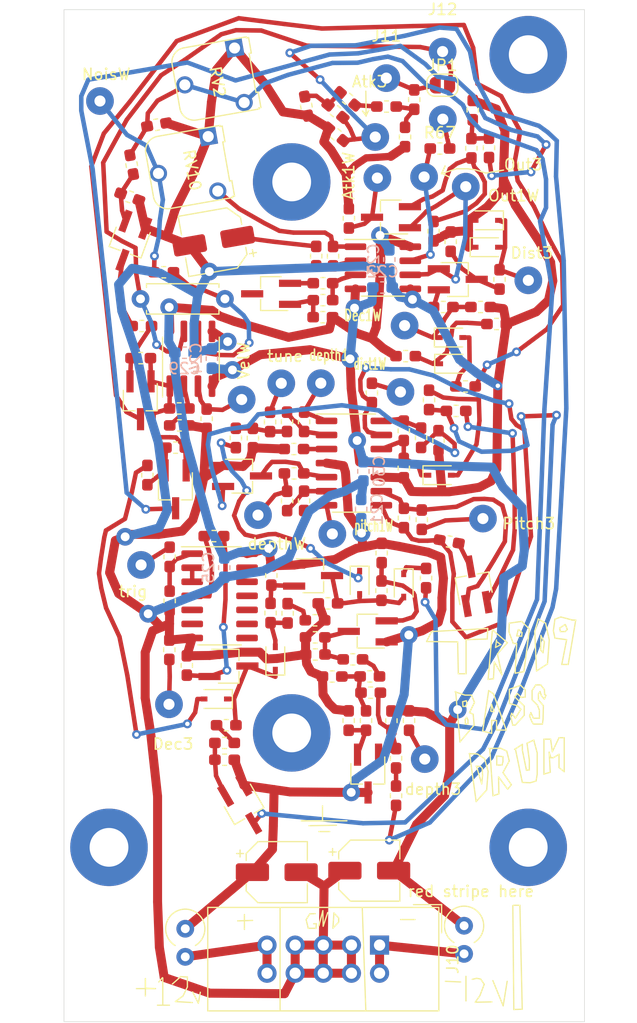
<source format=kicad_pcb>
(kicad_pcb (version 20171130) (host pcbnew "(5.1.2-1)-1")
  (layers (0 F.Cu signal) (31 B.Cu signal) (34 B.Paste user hide) (35 F.Paste user) (36 B.SilkS user hide) (37 F.SilkS user) (38 B.Mask user) (39 F.Mask user hide) (44 Edge.Cuts user))
  (net 0 "")
  (net 1 "Net-(C1-Pad1)")
  (net 2 "Net-(C1-Pad2)")
  (net 3 Earth)
  (net 4 "Net-(C2-Pad1)")
  (net 5 "Net-(C3-Pad1)")
  (net 6 "Net-(C4-Pad1)")
  (net 7 "Net-(C5-Pad2)")
  (net 8 "Net-(C5-Pad1)")
  (net 9 "Net-(C6-Pad1)")
  (net 10 "Net-(C6-Pad2)")
  (net 11 "Net-(C7-Pad2)")
  (net 12 "Net-(C8-Pad1)")
  (net 13 "Net-(C9-Pad1)")
  (net 14 "Net-(C10-Pad1)")
  (net 15 "Net-(C11-Pad2)")
  (net 16 "Net-(C11-Pad1)")
  (net 17 "Net-(C12-Pad1)")
  (net 18 "Net-(C13-Pad1)")
  (net 19 "Net-(C14-Pad1)")
  (net 20 "Net-(C15-Pad1)")
  (net 21 "Net-(C15-Pad2)")
  (net 22 "Net-(C16-Pad1)")
  (net 23 "Net-(C16-Pad2)")
  (net 24 "Net-(C17-Pad1)")
  (net 25 "Net-(C18-Pad1)")
  (net 26 +12V)
  (net 27 -12V)
  (net 28 "Net-(D1-Pad2)")
  (net 29 "Net-(D2-Pad2)")
  (net 30 "Net-(D3-Pad2)")
  (net 31 "Net-(D3-Pad1)")
  (net 32 "Net-(D4-Pad1)")
  (net 33 "Net-(D5-Pad2)")
  (net 34 "Net-(D5-Pad1)")
  (net 35 "Net-(D7-Pad1)")
  (net 36 "Net-(D9-Pad1)")
  (net 37 "Net-(D9-Pad2)")
  (net 38 "Net-(J3-Pad1)")
  (net 39 "Net-(J4-Pad1)")
  (net 40 "Net-(J5-Pad1)")
  (net 41 "Net-(J6-Pad1)")
  (net 42 "Net-(J7-Pad1)")
  (net 43 "Net-(Q1-Pad2)")
  (net 44 "Net-(Q1-Pad3)")
  (net 45 "Net-(Q1-Pad1)")
  (net 46 "Net-(Q2-Pad2)")
  (net 47 "Net-(Q3-Pad2)")
  (net 48 "Net-(Q4-Pad2)")
  (net 49 "Net-(Q5-Pad2)")
  (net 50 "Net-(Q6-Pad2)")
  (net 51 "Net-(Q7-Pad2)")
  (net 52 "Net-(Q9-Pad2)")
  (net 53 "Net-(Q10-Pad2)")
  (net 54 "Net-(Q11-Pad2)")
  (net 55 "Net-(Q12-Pad2)")
  (net 56 "Net-(Q13-Pad2)")
  (net 57 "Net-(R1-Pad2)")
  (net 58 "Net-(R7-Pad2)")
  (net 59 "Net-(R30-Pad1)")
  (net 60 "Net-(R33-Pad2)")
  (net 61 "Net-(R43-Pad2)")
  (net 62 "Net-(R53-Pad1)")
  (net 63 "Net-(R61-Pad2)")
  (net 64 "Net-(R65-Pad1)")
  (net 65 "Net-(U2-Pad8)")
  (net 66 "Net-(U2-Pad2)")
  (net 67 "Net-(U2-Pad9)")
  (net 68 "Net-(U2-Pad10)")
  (net 69 "Net-(U2-Pad11)")
  (net 70 "Net-(U2-Pad5)")
  (net 71 "Net-(U2-Pad12)")
  (net 72 "Net-(U2-Pad6)")
  (net 73 "Net-(U2-Pad13)")
  (net 74 "Net-(J8-Pad1)")
  (net 75 "Net-(J24-Pad1)")
  (net 76 "Net-(J14-Pad1)")
  (net 77 "Net-(J15-Pad1)")
  (net 78 "Net-(J17-Pad1)")
  (net 79 "Net-(J18-Pad1)")
  (net 80 "Net-(J20-Pad1)")
  (net 81 "Net-(J21-Pad1)")
  (net 82 "Net-(Q2-Pad3)")
  (net 83 "Net-(Q4-Pad3)")
  (net 84 "Net-(Q7-Pad3)")
  (net 85 "Net-(Q10-Pad3)")
  (net 86 "Net-(Q11-Pad3)")
  (net 87 "Net-(Q12-Pad3)")
  (net 88 "Net-(Q13-Pad3)")
  (net 89 "Net-(R63-Pad1)")
  (net 90 "Net-(FB1-Pad2)")
  (net 91 "Net-(FB2-Pad2)")
  (net 92 "Net-(J9-Pad1)")
  (net 93 "Net-(J11-Pad1)")
  (net 94 "Net-(J12-Pad1)")
  (module Jumper:SolderJumper-2_P1.3mm_Open_RoundedPad1.0x1.5mm (layer F.Cu) (at 46.86 19.78)
    (fp_text reference JP1 (at 0 -1.8) (layer F.SilkS))
    (fp_text value Ns)
    (pad 2 smd custom (at 0.65 0) (size 1 0.5) (layers F.Cu F.Mask) (net 94 "Net-(J12-Pad1)") (options (clearance outline) (anchor rect)) (primitives (gr_circle (center 0 0.25) (end 0.5 0.25) (width 0)) (gr_circle (center 0 -0.25) (end 0.5 -0.25) (width 0)) (gr_poly (pts (xy 0 -0.75) (xy -0.5 -0.75) (xy -0.5 0.75) (xy 0 0.75)) (width 0))))
    (pad 1 smd custom (at -0.65 0) (size 1 0.5) (layers F.Cu F.Mask) (net 93 "Net-(J11-Pad1)") (options (clearance outline) (anchor rect)) (primitives (gr_circle (center 0 0.25) (end 0.5 0.25) (width 0)) (gr_circle (center 0 -0.25) (end 0.5 -0.25) (width 0)) (gr_poly (pts (xy 0 -0.75) (xy 0.5 -0.75) (xy 0.5 0.75) (xy 0 0.75)) (width 0))))
  )
  (module Connector_Wire:SolderWirePad_1x01_Drill1mm (layer F.Cu) (at 46.88 16.74)
    (fp_text reference J12 (at 0 -3.81) (layer F.SilkS))
    (fp_text value Noise_OUT)
    (pad 1 thru_hole circle (at 0 0) (size 2.49936 2.49936) (drill 1.00076) (layers *.Cu *.Mask) (net 94 "Net-(J12-Pad1)"))
  )
  (module Connector_Wire:SolderWirePad_1x01_Drill1mm (layer F.Cu) (at 41.8 19.14)
    (fp_text reference J11 (at 0 -3.81) (layer F.SilkS))
    (fp_text value Noise_IN)
    (pad 1 thru_hole circle (at 0 0) (size 2.49936 2.49936) (drill 1.00076) (layers *.Cu *.Mask) (net 93 "Net-(J11-Pad1)"))
  )
  (module Resistor_SMD:R_0603_1608Metric_Pad1.05x0.95mm_HandSolder (layer F.Cu) (at 46.64 25.5)
    (fp_text reference R67 (at 0 -1.43) (layer F.SilkS))
    (fp_text value 1k)
    (pad 2 smd roundrect (at 0.875 0) (size 1.05 0.95) (layers F.Cu F.Paste F.Mask) (net 92 "Net-(J9-Pad1)"))
    (pad 1 smd roundrect (at -0.875 0) (size 1.05 0.95) (layers F.Cu F.Paste F.Mask) (net 75 "Net-(J24-Pad1)"))
  )
  (module MountingHole:MountingHole_3.5mm_Pad (layer F.Cu) (at 54.61 17.018)
    (fp_text reference REF** hide)
    (fp_text value MountingHole_3.5mm_Pad)
    (pad 1 thru_hole circle (at 0 0) (size 7 7) (drill 3.5) (layers *.Cu *.Mask))
  )
  (module Diode_SMD:D_SOD-323 (layer F.Cu) (at 46.61 55.02)
    (fp_text reference D9 hide)
    (fp_text value D_Small)
    (pad 2 smd rect (at 1.05 0) (size 0.6 0.45) (layers F.Cu F.Paste F.Mask) (net 37 "Net-(D9-Pad2)"))
    (pad 1 smd rect (at -1.05 0) (size 0.6 0.45) (layers F.Cu F.Paste F.Mask) (net 36 "Net-(D9-Pad1)"))
  )
  (module Diode_SMD:D_SOD-323 (layer F.Cu) (at 50.87 34.42)
    (fp_text reference D8 hide)
    (fp_text value D_Small)
    (pad 2 smd rect (at 1.05 0) (size 0.6 0.45) (layers F.Cu F.Paste F.Mask) (net 35 "Net-(D7-Pad1)"))
    (pad 1 smd rect (at -1.05 0) (size 0.6 0.45) (layers F.Cu F.Paste F.Mask) (net 3 Earth))
  )
  (module Diode_SMD:D_SOD-323 (layer F.Cu) (at 50.87 31.99 180)
    (fp_text reference D7 hide)
    (fp_text value D_Small)
    (pad 2 smd rect (at 1.05 0 180) (size 0.6 0.45) (layers F.Cu F.Paste F.Mask) (net 3 Earth))
    (pad 1 smd rect (at -1.05 0 180) (size 0.6 0.45) (layers F.Cu F.Paste F.Mask) (net 35 "Net-(D7-Pad1)"))
  )
  (module Diode_SMD:D_SOD-323 (layer F.Cu) (at 47.64 42.58)
    (fp_text reference D6 hide)
    (fp_text value D_Small)
    (pad 2 smd rect (at 1.05 0) (size 0.6 0.45) (layers F.Cu F.Paste F.Mask) (net 33 "Net-(D5-Pad2)"))
    (pad 1 smd rect (at -1.05 0) (size 0.6 0.45) (layers F.Cu F.Paste F.Mask) (net 25 "Net-(C18-Pad1)"))
  )
  (module Diode_SMD:D_SOD-323 (layer F.Cu) (at 47.67 44.95)
    (fp_text reference D5 hide)
    (fp_text value D_Small)
    (pad 2 smd rect (at 1.05 0) (size 0.6 0.45) (layers F.Cu F.Paste F.Mask) (net 33 "Net-(D5-Pad2)"))
    (pad 1 smd rect (at -1.05 0) (size 0.6 0.45) (layers F.Cu F.Paste F.Mask) (net 34 "Net-(D5-Pad1)"))
  )
  (module Diode_SMD:D_SOD-323 (layer F.Cu) (at 39.39 64.74 270)
    (fp_text reference D4 hide)
    (fp_text value D_Small)
    (pad 2 smd rect (at 1.05 0 270) (size 0.6 0.45) (layers F.Cu F.Paste F.Mask) (net 30 "Net-(D3-Pad2)"))
    (pad 1 smd rect (at -1.05 0 270) (size 0.6 0.45) (layers F.Cu F.Paste F.Mask) (net 32 "Net-(D4-Pad1)"))
  )
  (module Diode_SMD:D_SOD-323 (layer F.Cu) (at 43.37 64.98 270)
    (fp_text reference D3 hide)
    (fp_text value D_Small)
    (pad 2 smd rect (at 1.05 0 270) (size 0.6 0.45) (layers F.Cu F.Paste F.Mask) (net 30 "Net-(D3-Pad2)"))
    (pad 1 smd rect (at -1.05 0 270) (size 0.6 0.45) (layers F.Cu F.Paste F.Mask) (net 31 "Net-(D3-Pad1)"))
  )
  (module Diode_SMD:D_SOD-323 (layer F.Cu) (at 31.78 71.58 90)
    (fp_text reference D2 hide)
    (fp_text value D_Small)
    (pad 2 smd rect (at 1.05 0 90) (size 0.6 0.45) (layers F.Cu F.Paste F.Mask) (net 29 "Net-(D2-Pad2)"))
    (pad 1 smd rect (at -1.05 0 90) (size 0.6 0.45) (layers F.Cu F.Paste F.Mask) (net 7 "Net-(C5-Pad2)"))
  )
  (module Diode_SMD:D_SOD-323 (layer F.Cu) (at 26.4 75.24 180)
    (fp_text reference D1 hide)
    (fp_text value D_Small)
    (pad 2 smd rect (at 1.05 0 180) (size 0.6 0.45) (layers F.Cu F.Paste F.Mask) (net 28 "Net-(D1-Pad2)"))
    (pad 1 smd rect (at -1.05 0 180) (size 0.6 0.45) (layers F.Cu F.Paste F.Mask) (net 7 "Net-(C5-Pad2)"))
  )
  (module MountingHole:MountingHole_3.5mm_Pad (layer F.Cu) (at 16.764 88.646)
    (fp_text reference REF** hide)
    (fp_text value MountingHole_3.5mm_Pad)
    (pad 1 thru_hole circle (at 0 0) (size 7 7) (drill 3.5) (layers *.Cu *.Mask))
  )
  (module MountingHole:MountingHole_3.5mm_Pad (layer F.Cu) (at 54.61 88.646)
    (fp_text reference REF** hide)
    (fp_text value MountingHole_3.5mm_Pad)
    (pad 1 thru_hole circle (at 0 0) (size 7 7) (drill 3.5) (layers *.Cu *.Mask))
  )
  (module Inductor_THT:L_Axial_L7.0mm_D3.3mm_P2.54mm_Vertical_Fastron_MICC (layer F.Cu) (at 48.820088 95.729528 270)
    (fp_text reference FB2 hide)
    (fp_text value Ferrite_Bead_Small)
    (pad 2 thru_hole oval (at 2.54 0 270) (size 1.6 1.6) (drill 0.8) (layers *.Cu *.Mask) (net 91 "Net-(FB2-Pad2)"))
    (pad 1 thru_hole circle (at 0 0 270) (size 1.6 1.6) (drill 0.8) (layers *.Cu *.Mask) (net 27 -12V))
  )
  (module Inductor_THT:L_Axial_L7.0mm_D3.3mm_P2.54mm_Vertical_Fastron_MICC (layer F.Cu) (at 23.650086 95.999531 270)
    (fp_text reference FB1 hide)
    (fp_text value Ferrite_Bead_Small)
    (pad 2 thru_hole oval (at 2.54 0 270) (size 1.6 1.6) (drill 0.8) (layers *.Cu *.Mask) (net 90 "Net-(FB1-Pad2)"))
    (pad 1 thru_hole circle (at 0 0 270) (size 1.6 1.6) (drill 0.8) (layers *.Cu *.Mask) (net 26 +12V))
  )
  (module Connector_IDC:IDC-Header_2x05_P2.54mm_Vertical (layer F.Cu) (at 41.190088 97.479529 270)
    (fp_text reference J10 (at 1.27 -6.604 90) (layer F.SilkS))
    (fp_text value PWR_Conn)
    (pad 10 thru_hole oval (at 2.54 10.16 270) (size 1.7272 1.7272) (drill 1.016) (layers *.Cu *.Mask) (net 90 "Net-(FB1-Pad2)"))
    (pad 9 thru_hole oval (at 0 10.16 270) (size 1.7272 1.7272) (drill 1.016) (layers *.Cu *.Mask) (net 90 "Net-(FB1-Pad2)"))
    (pad 8 thru_hole oval (at 2.54 7.62 270) (size 1.7272 1.7272) (drill 1.016) (layers *.Cu *.Mask) (net 3 Earth))
    (pad 7 thru_hole oval (at 0 7.62 270) (size 1.7272 1.7272) (drill 1.016) (layers *.Cu *.Mask) (net 3 Earth))
    (pad 6 thru_hole oval (at 2.54 5.08 270) (size 1.7272 1.7272) (drill 1.016) (layers *.Cu *.Mask) (net 3 Earth))
    (pad 5 thru_hole oval (at 0 5.08 270) (size 1.7272 1.7272) (drill 1.016) (layers *.Cu *.Mask) (net 3 Earth))
    (pad 4 thru_hole oval (at 2.54 2.54 270) (size 1.7272 1.7272) (drill 1.016) (layers *.Cu *.Mask) (net 3 Earth))
    (pad 3 thru_hole oval (at 0 2.54 270) (size 1.7272 1.7272) (drill 1.016) (layers *.Cu *.Mask) (net 3 Earth))
    (pad 2 thru_hole oval (at 2.54 0 270) (size 1.7272 1.7272) (drill 1.016) (layers *.Cu *.Mask) (net 91 "Net-(FB2-Pad2)"))
    (pad 1 thru_hole rect (at 0 0 270) (size 1.7272 1.7272) (drill 1.016) (layers *.Cu *.Mask) (net 91 "Net-(FB2-Pad2)"))
  )
  (module MountingHole:MountingHole_3.5mm_Pad (layer F.Cu) (at 33.258 78.306)
    (fp_text reference REF** hide)
    (fp_text value MountingHole_3.5mm_Pad)
    (pad 1 thru_hole circle (at 0 0) (size 7 7) (drill 3.5) (layers *.Cu *.Mask))
  )
  (module MountingHole:MountingHole_3.5mm_Pad (layer F.Cu) (at 33.258 28.522)
    (fp_text reference REF** hide)
    (fp_text value MountingHole_3.5mm_Pad)
    (pad 1 thru_hole circle (at 0 0) (size 7 7) (drill 3.5) (layers *.Cu *.Mask))
  )
  (module Package_SO:SOIC-8_3.9x4.9mm_P1.27mm (layer F.Cu) (at 41.49 36.28)
    (fp_text reference U4 hide)
    (fp_text value TL072)
    (pad 8 smd roundrect (at 2.475 -1.905) (size 1.95 0.6) (layers F.Cu F.Paste F.Mask) (net 26 +12V))
    (pad 7 smd roundrect (at 2.475 -0.635) (size 1.95 0.6) (layers F.Cu F.Paste F.Mask) (net 75 "Net-(J24-Pad1)"))
    (pad 6 smd roundrect (at 2.475 0.635) (size 1.95 0.6) (layers F.Cu F.Paste F.Mask) (net 80 "Net-(J20-Pad1)"))
    (pad 5 smd roundrect (at 2.475 1.905) (size 1.95 0.6) (layers F.Cu F.Paste F.Mask) (net 3 Earth))
    (pad 4 smd roundrect (at -2.475 1.905) (size 1.95 0.6) (layers F.Cu F.Paste F.Mask) (net 27 -12V))
    (pad 3 smd roundrect (at -2.475 0.635) (size 1.95 0.6) (layers F.Cu F.Paste F.Mask) (net 20 "Net-(C15-Pad1)"))
    (pad 2 smd roundrect (at -2.475 -0.635) (size 1.95 0.6) (layers F.Cu F.Paste F.Mask) (net 62 "Net-(R53-Pad1)"))
    (pad 1 smd roundrect (at -2.475 -1.905) (size 1.95 0.6) (layers F.Cu F.Paste F.Mask) (net 89 "Net-(R63-Pad1)"))
  )
  (module Package_SO:SOIC-14_3.9x8.7mm_P1.27mm (layer F.Cu) (at 26.75 65.92)
    (fp_text reference U2 hide)
    (fp_text value 40106)
    (pad 14 smd roundrect (at 2.475 -3.81) (size 1.95 0.6) (layers F.Cu F.Paste F.Mask) (net 26 +12V))
    (pad 13 smd roundrect (at 2.475 -2.54) (size 1.95 0.6) (layers F.Cu F.Paste F.Mask) (net 73 "Net-(U2-Pad13)"))
    (pad 12 smd roundrect (at 2.475 -1.27) (size 1.95 0.6) (layers F.Cu F.Paste F.Mask) (net 71 "Net-(U2-Pad12)"))
    (pad 11 smd roundrect (at 2.475 0) (size 1.95 0.6) (layers F.Cu F.Paste F.Mask) (net 69 "Net-(U2-Pad11)"))
    (pad 10 smd roundrect (at 2.475 1.27) (size 1.95 0.6) (layers F.Cu F.Paste F.Mask) (net 68 "Net-(U2-Pad10)"))
    (pad 9 smd roundrect (at 2.475 2.54) (size 1.95 0.6) (layers F.Cu F.Paste F.Mask) (net 67 "Net-(U2-Pad9)"))
    (pad 8 smd roundrect (at 2.475 3.81) (size 1.95 0.6) (layers F.Cu F.Paste F.Mask) (net 65 "Net-(U2-Pad8)"))
    (pad 7 smd roundrect (at -2.475 3.81) (size 1.95 0.6) (layers F.Cu F.Paste F.Mask) (net 3 Earth))
    (pad 6 smd roundrect (at -2.475 2.54) (size 1.95 0.6) (layers F.Cu F.Paste F.Mask) (net 72 "Net-(U2-Pad6)"))
    (pad 5 smd roundrect (at -2.475 1.27) (size 1.95 0.6) (layers F.Cu F.Paste F.Mask) (net 70 "Net-(U2-Pad5)"))
    (pad 4 smd roundrect (at -2.475 0) (size 1.95 0.6) (layers F.Cu F.Paste F.Mask) (net 58 "Net-(R7-Pad2)"))
    (pad 3 smd roundrect (at -2.475 -1.27) (size 1.95 0.6) (layers F.Cu F.Paste F.Mask) (net 66 "Net-(U2-Pad2)"))
    (pad 2 smd roundrect (at -2.475 -2.54) (size 1.95 0.6) (layers F.Cu F.Paste F.Mask) (net 66 "Net-(U2-Pad2)"))
    (pad 1 smd roundrect (at -2.475 -3.81) (size 1.95 0.6) (layers F.Cu F.Paste F.Mask) (net 1 "Net-(C1-Pad1)"))
  )
  (module Package_SO:SOIC-8_3.9x4.9mm_P1.27mm (layer F.Cu) (at 24.16 44.5 90)
    (fp_text reference U1 hide)
    (fp_text value TL072)
    (pad 8 smd roundrect (at 2.475 -1.905 90) (size 1.95 0.6) (layers F.Cu F.Paste F.Mask) (net 26 +12V))
    (pad 7 smd roundrect (at 2.475 -0.635 90) (size 1.95 0.6) (layers F.Cu F.Paste F.Mask) (net 94 "Net-(J12-Pad1)"))
    (pad 6 smd roundrect (at 2.475 0.635 90) (size 1.95 0.6) (layers F.Cu F.Paste F.Mask) (net 63 "Net-(R61-Pad2)"))
    (pad 5 smd roundrect (at 2.475 1.905 90) (size 1.95 0.6) (layers F.Cu F.Paste F.Mask) (net 3 Earth))
    (pad 4 smd roundrect (at -2.475 1.905 90) (size 1.95 0.6) (layers F.Cu F.Paste F.Mask) (net 27 -12V))
    (pad 3 smd roundrect (at -2.475 0.635 90) (size 1.95 0.6) (layers F.Cu F.Paste F.Mask) (net 4 "Net-(C2-Pad1)"))
    (pad 2 smd roundrect (at -2.475 -0.635 90) (size 1.95 0.6) (layers F.Cu F.Paste F.Mask) (net 57 "Net-(R1-Pad2)"))
    (pad 1 smd roundrect (at -2.475 -1.905 90) (size 1.95 0.6) (layers F.Cu F.Paste F.Mask) (net 45 "Net-(Q1-Pad1)"))
  )
  (module Potentiometer_THT:Potentiometer_Runtron_RM-065_Vertical (layer F.Cu) (at 25.72 24.42 280)
    (fp_text reference RV10 (at 2.732178 1.954125 100) (layer F.SilkS))
    (fp_text value 100k)
    (pad 2 thru_hole circle (at 2.5 5 280) (size 1.55 1.55) (drill 1) (layers *.Cu *.Mask) (net 81 "Net-(J21-Pad1)"))
    (pad 1 thru_hole rect (at 0 0 280) (size 1.55 1.55) (drill 1) (layers *.Cu *.Mask) (net 3 Earth))
    (pad 3 thru_hole circle (at 5 0 280) (size 1.55 1.55) (drill 1) (layers *.Cu *.Mask) (net 89 "Net-(R63-Pad1)"))
  )
  (module Potentiometer_THT:Potentiometer_Runtron_RM-065_Vertical (layer F.Cu) (at 28.1 16.42 280)
    (fp_text reference RV2 (at 2.734509 2.056079 100) (layer F.SilkS))
    (fp_text value 1M)
    (pad 2 thru_hole circle (at 2.5 5 280) (size 1.55 1.55) (drill 1) (layers *.Cu *.Mask) (net 6 "Net-(C4-Pad1)"))
    (pad 1 thru_hole rect (at 0 0 280) (size 1.55 1.55) (drill 1) (layers *.Cu *.Mask) (net 3 Earth))
    (pad 3 thru_hole circle (at 5 0 280) (size 1.55 1.55) (drill 1) (layers *.Cu *.Mask) (net 6 "Net-(C4-Pad1)"))
  )
  (module Resistor_SMD:R_0603_1608Metric_Pad1.05x0.95mm_HandSolder (layer F.Cu) (at 44.94 51.64 90)
    (fp_text reference R66 hide)
    (fp_text value 100k)
    (pad 2 smd roundrect (at 0.875 0 90) (size 1.05 0.95) (layers F.Cu F.Paste F.Mask) (net 64 "Net-(R65-Pad1)"))
    (pad 1 smd roundrect (at -0.875 0 90) (size 1.05 0.95) (layers F.Cu F.Paste F.Mask) (net 53 "Net-(Q10-Pad2)"))
  )
  (module Resistor_SMD:R_0603_1608Metric_Pad1.05x0.95mm_HandSolder (layer F.Cu) (at 21.71 36.68 180)
    (fp_text reference R64 hide)
    (fp_text value 1M)
    (pad 2 smd roundrect (at 0.875 0 180) (size 1.05 0.95) (layers F.Cu F.Paste F.Mask) (net 81 "Net-(J21-Pad1)"))
    (pad 1 smd roundrect (at -0.875 0 180) (size 1.05 0.95) (layers F.Cu F.Paste F.Mask) (net 63 "Net-(R61-Pad2)"))
  )
  (module Resistor_SMD:R_0603_1608Metric_Pad1.05x0.95mm_HandSolder (layer F.Cu) (at 36.99 35.23 270)
    (fp_text reference R63 hide)
    (fp_text value 10M)
    (pad 2 smd roundrect (at 0.875 0 270) (size 1.05 0.95) (layers F.Cu F.Paste F.Mask) (net 62 "Net-(R53-Pad1)"))
    (pad 1 smd roundrect (at -0.875 0 270) (size 1.05 0.95) (layers F.Cu F.Paste F.Mask) (net 89 "Net-(R63-Pad1)"))
  )
  (module Resistor_SMD:R_0603_1608Metric_Pad1.05x0.95mm_HandSolder (layer F.Cu) (at 46.94 39.82)
    (fp_text reference R62 hide)
    (fp_text value 470k)
    (pad 2 smd roundrect (at 0.875 0) (size 1.05 0.95) (layers F.Cu F.Paste F.Mask) (net 25 "Net-(C18-Pad1)"))
    (pad 1 smd roundrect (at -0.875 0) (size 1.05 0.95) (layers F.Cu F.Paste F.Mask) (net 56 "Net-(Q13-Pad2)"))
  )
  (module Resistor_THT:R_Axial_DIN0207_L6.3mm_D2.5mm_P7.62mm_Horizontal (layer F.Cu) (at 19.61 39.09)
    (fp_text reference R61 hide)
    (fp_text value "330k-2M2 depending on noise lvl")
    (pad 2 thru_hole oval (at 7.62 0) (size 1.6 1.6) (drill 0.8) (layers *.Cu *.Mask) (net 63 "Net-(R61-Pad2)"))
    (pad 1 thru_hole circle (at 0 0) (size 1.6 1.6) (drill 0.8) (layers *.Cu *.Mask) (net 94 "Net-(J12-Pad1)"))
  )
  (module Resistor_SMD:R_0603_1608Metric_Pad1.05x0.95mm_HandSolder (layer F.Cu) (at 47.47 61.02 170)
    (fp_text reference R58 hide)
    (fp_text value 2k2)
    (pad 2 smd roundrect (at 0.875 0 170) (size 1.05 0.95) (layers F.Cu F.Paste F.Mask) (net 22 "Net-(C16-Pad1)"))
    (pad 1 smd roundrect (at -0.875 0 170) (size 1.05 0.95) (layers F.Cu F.Paste F.Mask) (net 87 "Net-(Q12-Pad3)"))
  )
  (module Resistor_SMD:R_0603_1608Metric_Pad1.05x0.95mm_HandSolder (layer F.Cu) (at 47.61 33.92 90)
    (fp_text reference R57 hide)
    (fp_text value 47R)
    (pad 2 smd roundrect (at 0.875 0 90) (size 1.05 0.95) (layers F.Cu F.Paste F.Mask) (net 3 Earth))
    (pad 1 smd roundrect (at -0.875 0 90) (size 1.05 0.95) (layers F.Cu F.Paste F.Mask) (net 88 "Net-(Q13-Pad3)"))
  )
  (module Resistor_SMD:R_0603_1608Metric_Pad1.05x0.95mm_HandSolder (layer F.Cu) (at 52.02 37.33 270)
    (fp_text reference R56 hide)
    (fp_text value 2k2)
    (pad 2 smd roundrect (at 0.875 0 270) (size 1.05 0.95) (layers F.Cu F.Paste F.Mask) (net 88 "Net-(Q13-Pad3)"))
    (pad 1 smd roundrect (at -0.875 0 270) (size 1.05 0.95) (layers F.Cu F.Paste F.Mask) (net 35 "Net-(D7-Pad1)"))
  )
  (module Resistor_SMD:R_0603_1608Metric_Pad1.05x0.95mm_HandSolder (layer F.Cu) (at 36.08 37.67)
    (fp_text reference R54 hide)
    (fp_text value 100k)
    (pad 2 smd roundrect (at 0.875 0) (size 1.05 0.95) (layers F.Cu F.Paste F.Mask) (net 20 "Net-(C15-Pad1)"))
    (pad 1 smd roundrect (at -0.875 0) (size 1.05 0.95) (layers F.Cu F.Paste F.Mask) (net 54 "Net-(Q11-Pad2)"))
  )
  (module Resistor_SMD:R_0603_1608Metric_Pad1.05x0.95mm_HandSolder (layer F.Cu) (at 35.47 35.22 90)
    (fp_text reference R53 hide)
    (fp_text value 10k)
    (pad 2 smd roundrect (at 0.875 0 90) (size 1.05 0.95) (layers F.Cu F.Paste F.Mask) (net 24 "Net-(C17-Pad1)"))
    (pad 1 smd roundrect (at -0.875 0 90) (size 1.05 0.95) (layers F.Cu F.Paste F.Mask) (net 62 "Net-(R53-Pad1)"))
  )
  (module Resistor_SMD:R_0603_1608Metric_Pad1.05x0.95mm_HandSolder (layer F.Cu) (at 36.07 40.74)
    (fp_text reference R52 hide)
    (fp_text value 100k)
    (pad 2 smd roundrect (at 0.875 0) (size 1.05 0.95) (layers F.Cu F.Paste F.Mask) (net 26 +12V))
    (pad 1 smd roundrect (at -0.875 0) (size 1.05 0.95) (layers F.Cu F.Paste F.Mask) (net 21 "Net-(C15-Pad2)"))
  )
  (module Resistor_SMD:R_0603_1608Metric_Pad1.05x0.95mm_HandSolder (layer F.Cu) (at 45 59.04 90)
    (fp_text reference R51 hide)
    (fp_text value 3k3)
    (pad 2 smd roundrect (at 0.875 0 90) (size 1.05 0.95) (layers F.Cu F.Paste F.Mask) (net 23 "Net-(C16-Pad2)"))
    (pad 1 smd roundrect (at -0.875 0 90) (size 1.05 0.95) (layers F.Cu F.Paste F.Mask) (net 74 "Net-(J8-Pad1)"))
  )
  (module Resistor_SMD:R_0603_1608Metric_Pad1.05x0.95mm_HandSolder (layer F.Cu) (at 22.21 70.79 90)
    (fp_text reference R50 hide)
    (fp_text value 47k)
    (pad 2 smd roundrect (at 0.875 0 90) (size 1.05 0.95) (layers F.Cu F.Paste F.Mask) (net 3 Earth))
    (pad 1 smd roundrect (at -0.875 0 90) (size 1.05 0.95) (layers F.Cu F.Paste F.Mask) (net 79 "Net-(J18-Pad1)"))
  )
  (module Resistor_SMD:R_0603_1608Metric_Pad1.05x0.95mm_HandSolder (layer F.Cu) (at 46.51 51.87 270)
    (fp_text reference R49 hide)
    (fp_text value 22k)
    (pad 2 smd roundrect (at 0.875 0 270) (size 1.05 0.95) (layers F.Cu F.Paste F.Mask) (net 3 Earth))
    (pad 1 smd roundrect (at -0.875 0 270) (size 1.05 0.95) (layers F.Cu F.Paste F.Mask) (net 53 "Net-(Q10-Pad2)"))
  )
  (module Resistor_SMD:R_0603_1608Metric_Pad1.05x0.95mm_HandSolder (layer F.Cu) (at 51.76 41.36)
    (fp_text reference R47 hide)
    (fp_text value 10k)
    (pad 2 smd roundrect (at 0.875 0) (size 1.05 0.95) (layers F.Cu F.Paste F.Mask) (net 3 Earth))
    (pad 1 smd roundrect (at -0.875 0) (size 1.05 0.95) (layers F.Cu F.Paste F.Mask) (net 34 "Net-(D5-Pad1)"))
  )
  (module Resistor_SMD:R_0603_1608Metric_Pad1.05x0.95mm_HandSolder (layer F.Cu) (at 43.55 44.26 180)
    (fp_text reference R45 hide)
    (fp_text value 47k)
    (pad 2 smd roundrect (at 0.875 0 180) (size 1.05 0.95) (layers F.Cu F.Paste F.Mask) (net 26 +12V))
    (pad 1 smd roundrect (at -0.875 0 180) (size 1.05 0.95) (layers F.Cu F.Paste F.Mask) (net 34 "Net-(D5-Pad1)"))
  )
  (module Resistor_SMD:R_0603_1608Metric_Pad1.05x0.95mm_HandSolder (layer F.Cu) (at 48.95 47 180)
    (fp_text reference R44 hide)
    (fp_text value 1k8)
    (pad 2 smd roundrect (at 0.875 0 180) (size 1.05 0.95) (layers F.Cu F.Paste F.Mask) (net 33 "Net-(D5-Pad2)"))
    (pad 1 smd roundrect (at -0.875 0 180) (size 1.05 0.95) (layers F.Cu F.Paste F.Mask) (net 82 "Net-(Q2-Pad3)"))
  )
  (module Resistor_SMD:R_0603_1608Metric_Pad1.05x0.95mm_HandSolder (layer F.Cu) (at 46.06 32.97 90)
    (fp_text reference R41 hide)
    (fp_text value 150k)
    (pad 2 smd roundrect (at 0.875 0 90) (size 1.05 0.95) (layers F.Cu F.Paste F.Mask) (net 52 "Net-(Q9-Pad2)"))
    (pad 1 smd roundrect (at -0.875 0 90) (size 1.05 0.95) (layers F.Cu F.Paste F.Mask) (net 3 Earth))
  )
  (module Resistor_SMD:R_0603_1608Metric_Pad1.05x0.95mm_HandSolder (layer F.Cu) (at 42.68 83.98 270)
    (fp_text reference R40 hide)
    (fp_text value 22k)
    (pad 2 smd roundrect (at 0.875 0 270) (size 1.05 0.95) (layers F.Cu F.Paste F.Mask) (net 76 "Net-(J14-Pad1)"))
    (pad 1 smd roundrect (at -0.875 0 270) (size 1.05 0.95) (layers F.Cu F.Paste F.Mask) (net 19 "Net-(C14-Pad1)"))
  )
  (module Resistor_SMD:R_0603_1608Metric_Pad1.05x0.95mm_HandSolder (layer F.Cu) (at 43.85 77.19 270)
    (fp_text reference R39 hide)
    (fp_text value 100k)
    (pad 2 smd roundrect (at 0.875 0 270) (size 1.05 0.95) (layers F.Cu F.Paste F.Mask) (net 40 "Net-(J5-Pad1)"))
    (pad 1 smd roundrect (at -0.875 0 270) (size 1.05 0.95) (layers F.Cu F.Paste F.Mask) (net 27 -12V))
  )
  (module Resistor_SMD:R_0603_1608Metric_Pad1.05x0.95mm_HandSolder (layer F.Cu) (at 49.48 25.48 90)
    (fp_text reference R38 hide)
    (fp_text value 470k)
    (pad 2 smd roundrect (at 0.875 0 90) (size 1.05 0.95) (layers F.Cu F.Paste F.Mask) (net 18 "Net-(C13-Pad1)"))
    (pad 1 smd roundrect (at -0.875 0 90) (size 1.05 0.95) (layers F.Cu F.Paste F.Mask) (net 52 "Net-(Q9-Pad2)"))
  )
  (module Resistor_SMD:R_0603_1608Metric_Pad1.05x0.95mm_HandSolder (layer F.Cu) (at 42.26 77.2 90)
    (fp_text reference R37 hide)
    (fp_text value 10k)
    (pad 2 smd roundrect (at 0.875 0 90) (size 1.05 0.95) (layers F.Cu F.Paste F.Mask) (net 27 -12V))
    (pad 1 smd roundrect (at -0.875 0 90) (size 1.05 0.95) (layers F.Cu F.Paste F.Mask) (net 16 "Net-(C11-Pad1)"))
  )
  (module Resistor_SMD:R_0603_1608Metric_Pad1.05x0.95mm_HandSolder (layer F.Cu) (at 38.42 31.81 90)
    (fp_text reference R36 hide)
    (fp_text value 47R)
    (pad 2 smd roundrect (at 0.875 0 90) (size 1.05 0.95) (layers F.Cu F.Paste F.Mask) (net 3 Earth))
    (pad 1 smd roundrect (at -0.875 0 90) (size 1.05 0.95) (layers F.Cu F.Paste F.Mask) (net 77 "Net-(J15-Pad1)"))
  )
  (module Resistor_SMD:R_0603_1608Metric_Pad1.05x0.95mm_HandSolder (layer F.Cu) (at 39.97 77.19 270)
    (fp_text reference R34 hide)
    (fp_text value 39k)
    (pad 2 smd roundrect (at 0.875 0 270) (size 1.05 0.95) (layers F.Cu F.Paste F.Mask) (net 17 "Net-(C12-Pad1)"))
    (pad 1 smd roundrect (at -0.875 0 270) (size 1.05 0.95) (layers F.Cu F.Paste F.Mask) (net 15 "Net-(C11-Pad2)"))
  )
  (module Resistor_SMD:R_0603_1608Metric_Pad1.05x0.95mm_HandSolder (layer F.Cu) (at 37.25 24.22 140)
    (fp_text reference R32 hide)
    (fp_text value 330)
    (pad 2 smd roundrect (at 0.875 0 140) (size 1.05 0.95) (layers F.Cu F.Paste F.Mask) (net 3 Earth))
    (pad 1 smd roundrect (at -0.875 0 140) (size 1.05 0.95) (layers F.Cu F.Paste F.Mask) (net 76 "Net-(J14-Pad1)"))
  )
  (module Resistor_SMD:R_0603_1608Metric_Pad1.05x0.95mm_HandSolder (layer F.Cu) (at 36.91 73.21 180)
    (fp_text reference R31 hide)
    (fp_text value 100k)
    (pad 2 smd roundrect (at 0.875 0 180) (size 1.05 0.95) (layers F.Cu F.Paste F.Mask) (net 3 Earth))
    (pad 1 smd roundrect (at -0.875 0 180) (size 1.05 0.95) (layers F.Cu F.Paste F.Mask) (net 15 "Net-(C11-Pad2)"))
  )
  (module Resistor_SMD:R_0603_1608Metric_Pad1.05x0.95mm_HandSolder (layer F.Cu) (at 37.21 22.13 140)
    (fp_text reference R29 hide)
    (fp_text value 4k7)
    (pad 2 smd roundrect (at 0.875 0 140) (size 1.05 0.95) (layers F.Cu F.Paste F.Mask) (net 14 "Net-(C10-Pad1)"))
    (pad 1 smd roundrect (at -0.875 0 140) (size 1.05 0.95) (layers F.Cu F.Paste F.Mask) (net 76 "Net-(J14-Pad1)"))
  )
  (module Resistor_SMD:R_0603_1608Metric_Pad1.05x0.95mm_HandSolder (layer F.Cu) (at 40.31 73.2 180)
    (fp_text reference R28 hide)
    (fp_text value 100k)
    (pad 2 smd roundrect (at 0.875 0 180) (size 1.05 0.95) (layers F.Cu F.Paste F.Mask) (net 15 "Net-(C11-Pad2)"))
    (pad 1 smd roundrect (at -0.875 0 180) (size 1.05 0.95) (layers F.Cu F.Paste F.Mask) (net 13 "Net-(C9-Pad1)"))
  )
  (module Resistor_SMD:R_0603_1608Metric_Pad1.05x0.95mm_HandSolder (layer F.Cu) (at 38.3 21.01 320)
    (fp_text reference R26 hide)
    (fp_text value 4k7)
    (pad 2 smd roundrect (at 0.875 0 320) (size 1.05 0.95) (layers F.Cu F.Paste F.Mask) (net 9 "Net-(C6-Pad1)"))
    (pad 1 smd roundrect (at -0.875 0 320) (size 1.05 0.95) (layers F.Cu F.Paste F.Mask) (net 14 "Net-(C10-Pad1)"))
  )
  (module Resistor_SMD:R_0603_1608Metric_Pad1.05x0.95mm_HandSolder (layer F.Cu) (at 27.2 80.73)
    (fp_text reference R24 hide)
    (fp_text value 47k)
    (pad 2 smd roundrect (at 0.875 0) (size 1.05 0.95) (layers F.Cu F.Paste F.Mask) (net 26 +12V))
    (pad 1 smd roundrect (at -0.875 0) (size 1.05 0.95) (layers F.Cu F.Paste F.Mask) (net 51 "Net-(Q7-Pad2)"))
  )
  (module Resistor_SMD:R_0603_1608Metric_Pad1.05x0.95mm_HandSolder (layer F.Cu) (at 35.38 69.67)
    (fp_text reference R23 hide)
    (fp_text value 22k)
    (pad 2 smd roundrect (at 0.875 0) (size 1.05 0.95) (layers F.Cu F.Paste F.Mask) (net 12 "Net-(C8-Pad1)"))
    (pad 1 smd roundrect (at -0.875 0) (size 1.05 0.95) (layers F.Cu F.Paste F.Mask) (net 3 Earth))
  )
  (module Resistor_SMD:R_0603_1608Metric_Pad1.05x0.95mm_HandSolder (layer F.Cu) (at 43.49 24.46 90)
    (fp_text reference R22 hide)
    (fp_text value 4k7)
    (pad 2 smd roundrect (at 0.875 0 90) (size 1.05 0.95) (layers F.Cu F.Paste F.Mask) (net 10 "Net-(C6-Pad2)"))
    (pad 1 smd roundrect (at -0.875 0 90) (size 1.05 0.95) (layers F.Cu F.Paste F.Mask) (net 3 Earth))
  )
  (module Resistor_SMD:R_0603_1608Metric_Pad1.05x0.95mm_HandSolder (layer F.Cu) (at 44.32 21.08 270)
    (fp_text reference R21 hide)
    (fp_text value 12k)
    (pad 2 smd roundrect (at 0.875 0 270) (size 1.05 0.95) (layers F.Cu F.Paste F.Mask) (net 10 "Net-(C6-Pad2)"))
    (pad 1 smd roundrect (at -0.875 0 270) (size 1.05 0.95) (layers F.Cu F.Paste F.Mask) (net 93 "Net-(J11-Pad1)"))
  )
  (module Resistor_SMD:R_0603_1608Metric_Pad1.05x0.95mm_HandSolder (layer F.Cu) (at 27.2 79.21 180)
    (fp_text reference R20 hide)
    (fp_text value 100k)
    (pad 2 smd roundrect (at 0.875 0 180) (size 1.05 0.95) (layers F.Cu F.Paste F.Mask) (net 51 "Net-(Q7-Pad2)"))
    (pad 1 smd roundrect (at -0.875 0 180) (size 1.05 0.95) (layers F.Cu F.Paste F.Mask) (net 8 "Net-(C5-Pad1)"))
  )
  (module Resistor_SMD:R_0603_1608Metric_Pad1.05x0.95mm_HandSolder (layer F.Cu) (at 41.38 62.05 90)
    (fp_text reference R19 hide)
    (fp_text value 22k)
    (pad 2 smd roundrect (at 0.875 0 90) (size 1.05 0.95) (layers F.Cu F.Paste F.Mask) (net 26 +12V))
    (pad 1 smd roundrect (at -0.875 0 90) (size 1.05 0.95) (layers F.Cu F.Paste F.Mask) (net 50 "Net-(Q6-Pad2)"))
  )
  (module Resistor_SMD:R_0603_1608Metric_Pad1.05x0.95mm_HandSolder (layer F.Cu) (at 41.36 65.45 270)
    (fp_text reference R18 hide)
    (fp_text value 100k)
    (pad 2 smd roundrect (at 0.875 0 270) (size 1.05 0.95) (layers F.Cu F.Paste F.Mask) (net 30 "Net-(D3-Pad2)"))
    (pad 1 smd roundrect (at -0.875 0 270) (size 1.05 0.95) (layers F.Cu F.Paste F.Mask) (net 50 "Net-(Q6-Pad2)"))
  )
  (module Resistor_SMD:R_0603_1608Metric_Pad1.05x0.95mm_HandSolder (layer F.Cu) (at 45.39 64.32 90)
    (fp_text reference R17 hide)
    (fp_text value 6k8)
    (pad 2 smd roundrect (at 0.875 0 90) (size 1.05 0.95) (layers F.Cu F.Paste F.Mask) (net 31 "Net-(D3-Pad1)"))
    (pad 1 smd roundrect (at -0.875 0 90) (size 1.05 0.95) (layers F.Cu F.Paste F.Mask) (net 6 "Net-(C4-Pad1)"))
  )
  (module Resistor_SMD:R_0603_1608Metric_Pad1.05x0.95mm_HandSolder (layer F.Cu) (at 18.81 26.96 280)
    (fp_text reference R16 hide)
    (fp_text value 470k)
    (pad 2 smd roundrect (at 0.875 0 280) (size 1.05 0.95) (layers F.Cu F.Paste F.Mask) (net 48 "Net-(Q4-Pad2)"))
    (pad 1 smd roundrect (at -0.875 0 280) (size 1.05 0.95) (layers F.Cu F.Paste F.Mask) (net 6 "Net-(C4-Pad1)"))
  )
  (module Resistor_SMD:R_0603_1608Metric_Pad1.05x0.95mm_HandSolder (layer F.Cu) (at 36.53 66.600001)
    (fp_text reference R15 hide)
    (fp_text value 2k2)
    (pad 2 smd roundrect (at 0.875 0) (size 1.05 0.95) (layers F.Cu F.Paste F.Mask) (net 30 "Net-(D3-Pad2)"))
    (pad 1 smd roundrect (at -0.875 0) (size 1.05 0.95) (layers F.Cu F.Paste F.Mask) (net 3 Earth))
  )
  (module Resistor_SMD:R_0603_1608Metric_Pad1.05x0.95mm_HandSolder (layer F.Cu) (at 18.64 29.87 340)
    (fp_text reference R14 hide)
    (fp_text value 470k)
    (pad 2 smd roundrect (at 0.875 0 340) (size 1.05 0.95) (layers F.Cu F.Paste F.Mask) (net 3 Earth))
    (pad 1 smd roundrect (at -0.875 0 340) (size 1.05 0.95) (layers F.Cu F.Paste F.Mask) (net 48 "Net-(Q4-Pad2)"))
  )
  (module Resistor_SMD:R_0603_1608Metric_Pad1.05x0.95mm_HandSolder (layer F.Cu) (at 19.73 41.54 180)
    (fp_text reference R13 hide)
    (fp_text value 47k)
    (pad 2 smd roundrect (at 0.875 0 180) (size 1.05 0.95) (layers F.Cu F.Paste F.Mask) (net 83 "Net-(Q4-Pad3)"))
    (pad 1 smd roundrect (at -0.875 0 180) (size 1.05 0.95) (layers F.Cu F.Paste F.Mask) (net 46 "Net-(Q2-Pad2)"))
  )
  (module Resistor_SMD:R_0603_1608Metric_Pad1.05x0.95mm_HandSolder (layer F.Cu) (at 31.35 67.47 90)
    (fp_text reference R12 hide)
    (fp_text value 100k)
    (pad 2 smd roundrect (at 0.875 0 90) (size 1.05 0.95) (layers F.Cu F.Paste F.Mask) (net 49 "Net-(Q5-Pad2)"))
    (pad 1 smd roundrect (at -0.875 0 90) (size 1.05 0.95) (layers F.Cu F.Paste F.Mask) (net 29 "Net-(D2-Pad2)"))
  )
  (module Resistor_SMD:R_0603_1608Metric_Pad1.05x0.95mm_HandSolder (layer F.Cu) (at 31.420001 64.08 90)
    (fp_text reference R11 hide)
    (fp_text value 47k)
    (pad 2 smd roundrect (at 0.875 0 90) (size 1.05 0.95) (layers F.Cu F.Paste F.Mask) (net 26 +12V))
    (pad 1 smd roundrect (at -0.875 0 90) (size 1.05 0.95) (layers F.Cu F.Paste F.Mask) (net 49 "Net-(Q5-Pad2)"))
  )
  (module Resistor_SMD:R_0603_1608Metric_Pad1.05x0.95mm_HandSolder (layer F.Cu) (at 32.89 67.5 270)
    (fp_text reference R10 hide)
    (fp_text value 4k7)
    (pad 2 smd roundrect (at 0.875 0 270) (size 1.05 0.95) (layers F.Cu F.Paste F.Mask) (net 29 "Net-(D2-Pad2)"))
    (pad 1 smd roundrect (at -0.875 0 270) (size 1.05 0.95) (layers F.Cu F.Paste F.Mask) (net 5 "Net-(C3-Pad1)"))
  )
  (module Resistor_SMD:R_0603_1608Metric_Pad1.05x0.95mm_HandSolder (layer F.Cu) (at 19.63 44.44)
    (fp_text reference R9 hide)
    (fp_text value 1M)
    (pad 2 smd roundrect (at 0.875 0) (size 1.05 0.95) (layers F.Cu F.Paste F.Mask) (net 45 "Net-(Q1-Pad1)"))
    (pad 1 smd roundrect (at -0.875 0) (size 1.05 0.95) (layers F.Cu F.Paste F.Mask) (net 46 "Net-(Q2-Pad2)"))
  )
  (module Resistor_SMD:R_0603_1608Metric_Pad1.05x0.95mm_HandSolder (layer F.Cu) (at 23.79 72.21 270)
    (fp_text reference R8 hide)
    (fp_text value 10k)
    (pad 2 smd roundrect (at 0.875 0 270) (size 1.05 0.95) (layers F.Cu F.Paste F.Mask) (net 47 "Net-(Q3-Pad2)"))
    (pad 1 smd roundrect (at -0.875 0 270) (size 1.05 0.95) (layers F.Cu F.Paste F.Mask) (net 3 Earth))
  )
  (module Resistor_SMD:R_0603_1608Metric_Pad1.05x0.95mm_HandSolder (layer F.Cu) (at 26.24 60.52 180)
    (fp_text reference R7 hide)
    (fp_text value 22k)
    (pad 2 smd roundrect (at 0.875 0 180) (size 1.05 0.95) (layers F.Cu F.Paste F.Mask) (net 58 "Net-(R7-Pad2)"))
    (pad 1 smd roundrect (at -0.875 0 180) (size 1.05 0.95) (layers F.Cu F.Paste F.Mask) (net 47 "Net-(Q3-Pad2)"))
  )
  (module Resistor_SMD:R_0603_1608Metric_Pad1.05x0.95mm_HandSolder (layer F.Cu) (at 20.23 55.01 90)
    (fp_text reference R6 hide)
    (fp_text value 100k)
    (pad 2 smd roundrect (at 0.875 0 90) (size 1.05 0.95) (layers F.Cu F.Paste F.Mask) (net 28 "Net-(D1-Pad2)"))
    (pad 1 smd roundrect (at -0.875 0 90) (size 1.05 0.95) (layers F.Cu F.Paste F.Mask) (net 43 "Net-(Q1-Pad2)"))
  )
  (module Resistor_SMD:R_0603_1608Metric_Pad1.05x0.95mm_HandSolder (layer F.Cu) (at 51.07 25.44 270)
    (fp_text reference R5 hide)
    (fp_text value 22k)
    (pad 2 smd roundrect (at 0.875 0 270) (size 1.05 0.95) (layers F.Cu F.Paste F.Mask) (net 44 "Net-(Q1-Pad3)"))
    (pad 1 smd roundrect (at -0.875 0 270) (size 1.05 0.95) (layers F.Cu F.Paste F.Mask) (net 18 "Net-(C13-Pad1)"))
  )
  (module Resistor_SMD:R_0603_1608Metric_Pad1.05x0.95mm_HandSolder (layer F.Cu) (at 22.78 52.53)
    (fp_text reference R4 hide)
    (fp_text value 1M)
    (pad 2 smd roundrect (at 0.875 0) (size 1.05 0.95) (layers F.Cu F.Paste F.Mask) (net 45 "Net-(Q1-Pad1)"))
    (pad 1 smd roundrect (at -0.875 0) (size 1.05 0.95) (layers F.Cu F.Paste F.Mask) (net 43 "Net-(Q1-Pad2)"))
  )
  (module Resistor_SMD:R_0603_1608Metric_Pad1.05x0.95mm_HandSolder (layer F.Cu) (at 23.105 48.99)
    (fp_text reference R3 hide)
    (fp_text value 10k)
    (pad 2 smd roundrect (at 0.875 0) (size 1.05 0.95) (layers F.Cu F.Paste F.Mask) (net 57 "Net-(R1-Pad2)"))
    (pad 1 smd roundrect (at -0.875 0) (size 1.05 0.95) (layers F.Cu F.Paste F.Mask) (net 45 "Net-(Q1-Pad1)"))
  )
  (module Resistor_SMD:R_0603_1608Metric_Pad1.05x0.95mm_HandSolder (layer F.Cu) (at 22.24 66.37 90)
    (fp_text reference R2 hide)
    (fp_text value 100k)
    (pad 2 smd roundrect (at 0.875 0 90) (size 1.05 0.95) (layers F.Cu F.Paste F.Mask) (net 1 "Net-(C1-Pad1)"))
    (pad 1 smd roundrect (at -0.875 0 90) (size 1.05 0.95) (layers F.Cu F.Paste F.Mask) (net 3 Earth))
  )
  (module Resistor_SMD:R_0603_1608Metric_Pad1.05x0.95mm_HandSolder (layer F.Cu) (at 23.12 50.52 180)
    (fp_text reference R1 hide)
    (fp_text value 4k7)
    (pad 2 smd roundrect (at 0.875 0 180) (size 1.05 0.95) (layers F.Cu F.Paste F.Mask) (net 57 "Net-(R1-Pad2)"))
    (pad 1 smd roundrect (at -0.875 0 180) (size 1.05 0.95) (layers F.Cu F.Paste F.Mask) (net 3 Earth))
  )
  (module Package_TO_SOT_SMD:TSOT-23_HandSoldering (layer F.Cu) (at 48.25 37.32)
    (fp_text reference Q13 hide)
    (fp_text value 2N3904)
    (pad 3 smd rect (at 1.71 0) (size 2 0.65) (layers F.Cu F.Paste F.Mask) (net 88 "Net-(Q13-Pad3)"))
    (pad 2 smd rect (at -1.71 0.95) (size 2 0.65) (layers F.Cu F.Paste F.Mask) (net 56 "Net-(Q13-Pad2)"))
    (pad 1 smd rect (at -1.71 -0.95) (size 2 0.65) (layers F.Cu F.Paste F.Mask) (net 80 "Net-(J20-Pad1)"))
  )
  (module Package_TO_SOT_SMD:TSOT-23_HandSoldering (layer F.Cu) (at 49.67 64.97 100)
    (fp_text reference Q12 hide)
    (fp_text value 2N3904)
    (pad 3 smd rect (at 1.71 0 100) (size 2 0.65) (layers F.Cu F.Paste F.Mask) (net 87 "Net-(Q12-Pad3)"))
    (pad 2 smd rect (at -1.71 0.95 100) (size 2 0.65) (layers F.Cu F.Paste F.Mask) (net 55 "Net-(Q12-Pad2)"))
    (pad 1 smd rect (at -1.71 -0.95 100) (size 2 0.65) (layers F.Cu F.Paste F.Mask) (net 23 "Net-(C16-Pad2)"))
  )
  (module Package_TO_SOT_SMD:TSOT-23_HandSoldering (layer F.Cu) (at 31.4 38.63 180)
    (fp_text reference Q11 hide)
    (fp_text value 2N3904)
    (pad 3 smd rect (at 1.71 0 180) (size 2 0.65) (layers F.Cu F.Paste F.Mask) (net 86 "Net-(Q11-Pad3)"))
    (pad 2 smd rect (at -1.71 0.95 180) (size 2 0.65) (layers F.Cu F.Paste F.Mask) (net 54 "Net-(Q11-Pad2)"))
    (pad 1 smd rect (at -1.71 -0.95 180) (size 2 0.65) (layers F.Cu F.Paste F.Mask) (net 21 "Net-(C15-Pad2)"))
  )
  (module Package_TO_SOT_SMD:TSOT-23_HandSoldering (layer F.Cu) (at 42.22 31.71 180)
    (fp_text reference Q9 hide)
    (fp_text value 2N3904)
    (pad 3 smd rect (at 1.71 0 180) (size 2 0.65) (layers F.Cu F.Paste F.Mask) (net 77 "Net-(J15-Pad1)"))
    (pad 2 smd rect (at -1.71 0.95 180) (size 2 0.65) (layers F.Cu F.Paste F.Mask) (net 52 "Net-(Q9-Pad2)"))
    (pad 1 smd rect (at -1.71 -0.95 180) (size 2 0.65) (layers F.Cu F.Paste F.Mask) (net 80 "Net-(J20-Pad1)"))
  )
  (module Package_TO_SOT_SMD:TSOT-23_HandSoldering (layer F.Cu) (at 40.15 81.98 270)
    (fp_text reference Q8 hide)
    (fp_text value 2N3904)
    (pad 3 smd rect (at 1.71 0 270) (size 2 0.65) (layers F.Cu F.Paste F.Mask) (net 26 +12V))
    (pad 2 smd rect (at -1.71 0.95 270) (size 2 0.65) (layers F.Cu F.Paste F.Mask) (net 17 "Net-(C12-Pad1)"))
    (pad 1 smd rect (at -1.71 -0.95 270) (size 2 0.65) (layers F.Cu F.Paste F.Mask) (net 16 "Net-(C11-Pad1)"))
  )
  (module Package_TO_SOT_SMD:TSOT-23_HandSoldering (layer F.Cu) (at 28.97 84.99 300)
    (fp_text reference Q7 hide)
    (fp_text value 2N3906)
    (pad 3 smd rect (at 1.71 0 300) (size 2 0.65) (layers F.Cu F.Paste F.Mask) (net 84 "Net-(Q7-Pad3)"))
    (pad 2 smd rect (at -1.71 0.95 300) (size 2 0.65) (layers F.Cu F.Paste F.Mask) (net 51 "Net-(Q7-Pad2)"))
    (pad 1 smd rect (at -1.71 -0.95 300) (size 2 0.65) (layers F.Cu F.Paste F.Mask) (net 26 +12V))
  )
  (module Package_TO_SOT_SMD:TSOT-23_HandSoldering (layer F.Cu) (at 40.12 69.13 180)
    (fp_text reference Q6 hide)
    (fp_text value 2N3906)
    (pad 3 smd rect (at 1.71 0 180) (size 2 0.65) (layers F.Cu F.Paste F.Mask) (net 12 "Net-(C8-Pad1)"))
    (pad 2 smd rect (at -1.71 0.95 180) (size 2 0.65) (layers F.Cu F.Paste F.Mask) (net 50 "Net-(Q6-Pad2)"))
    (pad 1 smd rect (at -1.71 -0.95 180) (size 2 0.65) (layers F.Cu F.Paste F.Mask) (net 26 +12V))
  )
  (module Package_TO_SOT_SMD:TSOT-23_HandSoldering (layer F.Cu) (at 35.19 64.09)
    (fp_text reference Q5 hide)
    (fp_text value 2N3906)
    (pad 3 smd rect (at 1.71 0) (size 2 0.65) (layers F.Cu F.Paste F.Mask) (net 30 "Net-(D3-Pad2)"))
    (pad 2 smd rect (at -1.71 0.95) (size 2 0.65) (layers F.Cu F.Paste F.Mask) (net 49 "Net-(Q5-Pad2)"))
    (pad 1 smd rect (at -1.71 -0.95) (size 2 0.65) (layers F.Cu F.Paste F.Mask) (net 26 +12V))
  )
  (module Package_TO_SOT_SMD:TSOT-23_HandSoldering (layer F.Cu) (at 18.56 33.99 250)
    (fp_text reference Q4 hide)
    (fp_text value 2N3904)
    (pad 3 smd rect (at 1.71 0 250) (size 2 0.65) (layers F.Cu F.Paste F.Mask) (net 83 "Net-(Q4-Pad3)"))
    (pad 2 smd rect (at -1.71 0.95 250) (size 2 0.65) (layers F.Cu F.Paste F.Mask) (net 48 "Net-(Q4-Pad2)"))
    (pad 1 smd rect (at -1.71 -0.95 250) (size 2 0.65) (layers F.Cu F.Paste F.Mask) (net 3 Earth))
  )
  (module Package_TO_SOT_SMD:TSOT-23_HandSoldering (layer F.Cu) (at 27.55 72.26)
    (fp_text reference Q3 hide)
    (fp_text value 2N3904)
    (pad 3 smd rect (at 1.71 0) (size 2 0.65) (layers F.Cu F.Paste F.Mask) (net 7 "Net-(C5-Pad2)"))
    (pad 2 smd rect (at -1.71 0.95) (size 2 0.65) (layers F.Cu F.Paste F.Mask) (net 47 "Net-(Q3-Pad2)"))
    (pad 1 smd rect (at -1.71 -0.95) (size 2 0.65) (layers F.Cu F.Paste F.Mask) (net 3 Earth))
  )
  (module Package_TO_SOT_SMD:TSOT-23_HandSoldering (layer F.Cu) (at 19.61 48.25 270)
    (fp_text reference Q2 hide)
    (fp_text value 2N3906)
    (pad 3 smd rect (at 1.71 0 270) (size 2 0.65) (layers F.Cu F.Paste F.Mask) (net 82 "Net-(Q2-Pad3)"))
    (pad 2 smd rect (at -1.71 0.95 270) (size 2 0.65) (layers F.Cu F.Paste F.Mask) (net 46 "Net-(Q2-Pad2)"))
    (pad 1 smd rect (at -1.71 -0.95 270) (size 2 0.65) (layers F.Cu F.Paste F.Mask) (net 45 "Net-(Q1-Pad1)"))
  )
  (module Package_TO_SOT_SMD:TSOT-23_HandSoldering (layer F.Cu) (at 22.78 56.3 270)
    (fp_text reference Q1 hide)
    (fp_text value 2N3906)
    (pad 3 smd rect (at 1.71 0 270) (size 2 0.65) (layers F.Cu F.Paste F.Mask) (net 44 "Net-(Q1-Pad3)"))
    (pad 2 smd rect (at -1.71 0.95 270) (size 2 0.65) (layers F.Cu F.Paste F.Mask) (net 43 "Net-(Q1-Pad2)"))
    (pad 1 smd rect (at -1.71 -0.95 270) (size 2 0.65) (layers F.Cu F.Paste F.Mask) (net 45 "Net-(Q1-Pad1)"))
  )
  (module Connector_Wire:SolderWirePad_1x01_Drill1mm (layer F.Cu) (at 45.21 28.07)
    (fp_text reference J24 hide)
    (fp_text value Out3)
    (pad 1 thru_hole circle (at 0 0) (size 2.49936 2.49936) (drill 1.00076) (layers *.Cu *.Mask) (net 75 "Net-(J24-Pad1)"))
  )
  (module Connector_Wire:SolderWirePad_1x01_Drill1mm (layer F.Cu) (at 15.95 21.21 10)
    (fp_text reference J21 hide)
    (fp_text value NoisW)
    (pad 1 thru_hole circle (at 0 0 10) (size 2.49936 2.49936) (drill 1.00076) (layers *.Cu *.Mask) (net 81 "Net-(J21-Pad1)"))
  )
  (module Connector_Wire:SolderWirePad_1x01_Drill1mm (layer F.Cu) (at 48.97 28.95)
    (fp_text reference J20 hide)
    (fp_text value Out1W)
    (pad 1 thru_hole circle (at 0 0) (size 2.49936 2.49936) (drill 1.00076) (layers *.Cu *.Mask) (net 80 "Net-(J20-Pad1)"))
  )
  (module Connector_Wire:SolderWirePad_1x01_Drill1mm (layer F.Cu) (at 54.62 37.41)
    (fp_text reference J19 hide)
    (fp_text value Dist3)
    (pad 1 thru_hole circle (at 0 0) (size 2.49936 2.49936) (drill 1.00076) (layers *.Cu *.Mask) (net 35 "Net-(D7-Pad1)"))
  )
  (module Connector_Wire:SolderWirePad_1x01_Drill1mm (layer F.Cu) (at 22.18 75.72)
    (fp_text reference J18 hide)
    (fp_text value Dec3)
    (pad 1 thru_hole circle (at 0 0) (size 2.49936 2.49936) (drill 1.00076) (layers *.Cu *.Mask) (net 79 "Net-(J18-Pad1)"))
  )
  (module Connector_Wire:SolderWirePad_1x01_Drill1mm (layer F.Cu) (at 43.45 41.5)
    (fp_text reference J16 hide)
    (fp_text value Dec1W)
    (pad 1 thru_hole circle (at 0 0) (size 2.49936 2.49936) (drill 1.00076) (layers *.Cu *.Mask) (net 25 "Net-(C18-Pad1)"))
  )
  (module Connector_Wire:SolderWirePad_1x01_Drill1mm (layer F.Cu) (at 40.99 28.17)
    (fp_text reference J15 hide)
    (fp_text value Atk1W)
    (pad 1 thru_hole circle (at 0 0) (size 2.49936 2.49936) (drill 1.00076) (layers *.Cu *.Mask) (net 77 "Net-(J15-Pad1)"))
  )
  (module Connector_Wire:SolderWirePad_1x01_Drill1mm (layer F.Cu) (at 40.8 24.46)
    (fp_text reference J14 hide)
    (fp_text value Atk3)
    (pad 1 thru_hole circle (at 0 0) (size 2.49936 2.49936) (drill 1.00076) (layers *.Cu *.Mask) (net 76 "Net-(J14-Pad1)"))
  )
  (module Connector_Wire:SolderWirePad_1x01_Drill1mm (layer F.Cu) (at 46.9 22.85)
    (fp_text reference J9 hide)
    (fp_text value Out)
    (pad 1 thru_hole circle (at 0 0) (size 2.49936 2.49936) (drill 1.00076) (layers *.Cu *.Mask) (net 92 "Net-(J9-Pad1)"))
  )
  (module Connector_Wire:SolderWirePad_1x01_Drill1mm (layer F.Cu) (at 50.52 58.94 350)
    (fp_text reference J8 hide)
    (fp_text value pitch3)
    (pad 1 thru_hole circle (at 0 0 350) (size 2.49936 2.49936) (drill 1.00076) (layers *.Cu *.Mask) (net 74 "Net-(J8-Pad1)"))
  )
  (module Connector_Wire:SolderWirePad_1x01_Drill1mm (layer F.Cu) (at 45.27 80.67)
    (fp_text reference J5 hide)
    (fp_text value depth_3)
    (pad 1 thru_hole circle (at 0 0) (size 2.49936 2.49936) (drill 1.00076) (layers *.Cu *.Mask) (net 40 "Net-(J5-Pad1)"))
  )
  (module Connector_Wire:SolderWirePad_1x01_Drill1mm (layer F.Cu) (at 19.66 63.13)
    (fp_text reference J2 hide)
    (fp_text value trig)
    (pad 1 thru_hole circle (at 0 0) (size 2.49936 2.49936) (drill 1.00076) (layers *.Cu *.Mask) (net 2 "Net-(C1-Pad2)"))
  )
  (module Connector_Wire:SolderWirePad_1x01_Drill1mm (layer F.Cu) (at 28.74 48.18)
    (fp_text reference J1 hide)
    (fp_text value VelW)
    (pad 1 thru_hole circle (at 0 0) (size 2.49936 2.49936) (drill 1.00076) (layers *.Cu *.Mask) (net 4 "Net-(C2-Pad1)"))
  )
  (module Capacitor_SMD:C_0603_1608Metric_Pad1.05x0.95mm_HandSolder (layer B.Cu) (at 39.73 54.67 90)
    (fp_text reference C30 (at 0 1.43 90) (layer B.SilkS) (effects (justify mirror)))
    (fp_text value 100n)
    (pad 2 smd roundrect (at 0.875 0 90) (size 1.05 0.95) (layers B.Cu B.Paste B.Mask) (net 27 -12V))
    (pad 1 smd roundrect (at -0.875 0 90) (size 1.05 0.95) (layers B.Cu B.Paste B.Mask) (net 3 Earth))
  )
  (module Capacitor_SMD:C_0603_1608Metric_Pad1.05x0.95mm_HandSolder (layer B.Cu) (at 23.58 43.95)
    (fp_text reference C29 (at 0 1.43) (layer B.SilkS) (effects (justify mirror)))
    (fp_text value 100n)
    (pad 2 smd roundrect (at 0.875 0) (size 1.05 0.95) (layers B.Cu B.Paste B.Mask) (net 3 Earth))
    (pad 1 smd roundrect (at -0.875 0) (size 1.05 0.95) (layers B.Cu B.Paste B.Mask) (net 26 +12V))
  )
  (module Capacitor_SMD:C_0603_1608Metric_Pad1.05x0.95mm_HandSolder (layer B.Cu) (at 27.17 63.37 270)
    (fp_text reference C25 (at 0 1.43 90) (layer B.SilkS) (effects (justify mirror)))
    (fp_text value 100n)
    (pad 2 smd roundrect (at 0.875 0 270) (size 1.05 0.95) (layers B.Cu B.Paste B.Mask) (net 3 Earth))
    (pad 1 smd roundrect (at -0.875 0 270) (size 1.05 0.95) (layers B.Cu B.Paste B.Mask) (net 26 +12V))
  )
  (module Capacitor_SMD:C_0603_1608Metric_Pad1.05x0.95mm_HandSolder (layer B.Cu) (at 26.05 44.48 270)
    (fp_text reference C24 (at 0 1.43 270) (layer B.SilkS) (effects (justify mirror)))
    (fp_text value 100n)
    (pad 2 smd roundrect (at 0.875 0 270) (size 1.05 0.95) (layers B.Cu B.Paste B.Mask) (net 27 -12V))
    (pad 1 smd roundrect (at -0.875 0 270) (size 1.05 0.95) (layers B.Cu B.Paste B.Mask) (net 3 Earth))
  )
  (module Capacitor_SMD:C_0603_1608Metric_Pad1.05x0.95mm_HandSolder (layer B.Cu) (at 42.07 35.53 270)
    (fp_text reference C23 (at 0 1.43 90) (layer B.SilkS) (effects (justify mirror)))
    (fp_text value 100n)
    (pad 2 smd roundrect (at 0.875 0 270) (size 1.05 0.95) (layers B.Cu B.Paste B.Mask) (net 3 Earth))
    (pad 1 smd roundrect (at -0.875 0 270) (size 1.05 0.95) (layers B.Cu B.Paste B.Mask) (net 26 +12V))
  )
  (module Capacitor_SMD:C_0603_1608Metric_Pad1.05x0.95mm_HandSolder (layer B.Cu) (at 41.46 38.06 180)
    (fp_text reference C22 (at 0 1.43) (layer B.SilkS) (effects (justify mirror)))
    (fp_text value 100n)
    (pad 2 smd roundrect (at 0.875 0 180) (size 1.05 0.95) (layers B.Cu B.Paste B.Mask) (net 27 -12V))
    (pad 1 smd roundrect (at -0.875 0 180) (size 1.05 0.95) (layers B.Cu B.Paste B.Mask) (net 3 Earth))
  )
  (module Capacitor_SMD:C_0603_1608Metric_Pad1.05x0.95mm_HandSolder (layer B.Cu) (at 39.53 58.08 90)
    (fp_text reference C21 (at 0 1.43 90) (layer B.SilkS) (effects (justify mirror)))
    (fp_text value 100n)
    (pad 1 smd roundrect (at -0.875 0 90) (size 1.05 0.95) (layers B.Cu B.Paste B.Mask) (net 26 +12V))
    (pad 2 smd roundrect (at 0.875 0 90) (size 1.05 0.95) (layers B.Cu B.Paste B.Mask) (net 3 Earth))
  )
  (module Capacitor_SMD:CP_Elec_5x5.4 (layer F.Cu) (at 40.260086 90.749531)
    (fp_text reference C20 hide)
    (fp_text value 10u)
    (pad 2 smd roundrect (at 2.2 0) (size 3 1.6) (layers F.Cu F.Paste F.Mask) (roundrect_rratio 0.15625) (net 27 -12V))
    (pad 1 smd roundrect (at -2.2 0) (size 3 1.6) (layers F.Cu F.Paste F.Mask) (roundrect_rratio 0.15625) (net 3 Earth))
  )
  (module Capacitor_SMD:CP_Elec_5x5.4 (layer F.Cu) (at 31.910086 90.889532)
    (fp_text reference C19 hide)
    (fp_text value 10u)
    (pad 2 smd roundrect (at 2.2 0) (size 3 1.6) (layers F.Cu F.Paste F.Mask) (roundrect_rratio 0.15625) (net 3 Earth))
    (pad 1 smd roundrect (at -2.2 0) (size 3 1.6) (layers F.Cu F.Paste F.Mask) (roundrect_rratio 0.15625) (net 26 +12V))
  )
  (module Capacitor_SMD:C_0603_1608Metric_Pad1.05x0.95mm_HandSolder (layer F.Cu) (at 50.31 39.82)
    (fp_text reference C18 hide)
    (fp_text value 330n)
    (pad 2 smd roundrect (at 0.875 0) (size 1.05 0.95) (layers F.Cu F.Paste F.Mask) (net 3 Earth))
    (pad 1 smd roundrect (at -0.875 0) (size 1.05 0.95) (layers F.Cu F.Paste F.Mask) (net 25 "Net-(C18-Pad1)"))
  )
  (module Capacitor_SMD:CP_Elec_5x5.4 (layer F.Cu) (at 26.21 33.87 190)
    (fp_text reference C17 hide)
    (fp_text value 10u)
    (pad 2 smd roundrect (at 2.2 0 190) (size 3 1.6) (layers F.Cu F.Paste F.Mask) (roundrect_rratio 0.15625) (net 3 Earth))
    (pad 1 smd roundrect (at -2.2 0 190) (size 3 1.6) (layers F.Cu F.Paste F.Mask) (roundrect_rratio 0.15625) (net 24 "Net-(C17-Pad1)"))
  )
  (module Capacitor_SMD:C_0603_1608Metric_Pad1.05x0.95mm_HandSolder (layer F.Cu) (at 36.08 39.2 180)
    (fp_text reference C15 hide)
    (fp_text value 2u2)
    (pad 2 smd roundrect (at 0.875 0 180) (size 1.05 0.95) (layers F.Cu F.Paste F.Mask) (net 21 "Net-(C15-Pad2)"))
    (pad 1 smd roundrect (at -0.875 0 180) (size 1.05 0.95) (layers F.Cu F.Paste F.Mask) (net 20 "Net-(C15-Pad1)"))
  )
  (module Capacitor_SMD:C_0603_1608Metric_Pad1.05x0.95mm_HandSolder (layer F.Cu) (at 42.68 80.6 90)
    (fp_text reference C14 hide)
    (fp_text value 470n)
    (pad 2 smd roundrect (at 0.875 0 90) (size 1.05 0.95) (layers F.Cu F.Paste F.Mask) (net 16 "Net-(C11-Pad1)"))
    (pad 1 smd roundrect (at -0.875 0 90) (size 1.05 0.95) (layers F.Cu F.Paste F.Mask) (net 19 "Net-(C14-Pad1)"))
  )
  (module Capacitor_SMD:C_0603_1608Metric_Pad1.05x0.95mm_HandSolder (layer F.Cu) (at 49.6 22.03 90)
    (fp_text reference C13 hide)
    (fp_text value 33n)
    (pad 2 smd roundrect (at 0.875 0 90) (size 1.05 0.95) (layers F.Cu F.Paste F.Mask) (net 3 Earth))
    (pad 1 smd roundrect (at -0.875 0 90) (size 1.05 0.95) (layers F.Cu F.Paste F.Mask) (net 18 "Net-(C13-Pad1)"))
  )
  (module Capacitor_SMD:C_0603_1608Metric_Pad1.05x0.95mm_HandSolder (layer F.Cu) (at 38.4 77.19 90)
    (fp_text reference C12 hide)
    (fp_text value 100p)
    (pad 2 smd roundrect (at 0.875 0 90) (size 1.05 0.95) (layers F.Cu F.Paste F.Mask) (net 3 Earth))
    (pad 1 smd roundrect (at -0.875 0 90) (size 1.05 0.95) (layers F.Cu F.Paste F.Mask) (net 17 "Net-(C12-Pad1)"))
  )
  (module Capacitor_SMD:C_0603_1608Metric_Pad1.05x0.95mm_HandSolder (layer F.Cu) (at 40.39 74.67 180)
    (fp_text reference C11 hide)
    (fp_text value 4n7)
    (pad 2 smd roundrect (at 0.875 0 180) (size 1.05 0.95) (layers F.Cu F.Paste F.Mask) (net 15 "Net-(C11-Pad2)"))
    (pad 1 smd roundrect (at -0.875 0 180) (size 1.05 0.95) (layers F.Cu F.Paste F.Mask) (net 16 "Net-(C11-Pad1)"))
  )
  (module Capacitor_SMD:C_0603_1608Metric_Pad1.05x0.95mm_HandSolder (layer F.Cu) (at 34.58 21.67 280)
    (fp_text reference C10 hide)
    (fp_text value 100n)
    (pad 2 smd roundrect (at 0.875 0 280) (size 1.05 0.95) (layers F.Cu F.Paste F.Mask) (net 3 Earth))
    (pad 1 smd roundrect (at -0.875 0 280) (size 1.05 0.95) (layers F.Cu F.Paste F.Mask) (net 14 "Net-(C10-Pad1)"))
  )
  (module Capacitor_SMD:C_0603_1608Metric_Pad1.05x0.95mm_HandSolder (layer F.Cu) (at 38.78 71.66 180)
    (fp_text reference C9 hide)
    (fp_text value 3n3)
    (pad 2 smd roundrect (at 0.875 0 180) (size 1.05 0.95) (layers F.Cu F.Paste F.Mask) (net 12 "Net-(C8-Pad1)"))
    (pad 1 smd roundrect (at -0.875 0 180) (size 1.05 0.95) (layers F.Cu F.Paste F.Mask) (net 13 "Net-(C9-Pad1)"))
  )
  (module Capacitor_SMD:C_0603_1608Metric_Pad1.05x0.95mm_HandSolder (layer F.Cu) (at 35.39 71.22 180)
    (fp_text reference C8 hide)
    (fp_text value 6n8)
    (pad 2 smd roundrect (at 0.875 0 180) (size 1.05 0.95) (layers F.Cu F.Paste F.Mask) (net 3 Earth))
    (pad 1 smd roundrect (at -0.875 0 180) (size 1.05 0.95) (layers F.Cu F.Paste F.Mask) (net 12 "Net-(C8-Pad1)"))
  )
  (module Capacitor_SMD:C_0603_1608Metric_Pad1.05x0.95mm_HandSolder (layer F.Cu) (at 41.82 21.71)
    (fp_text reference C6 hide)
    (fp_text value 470n)
    (pad 2 smd roundrect (at 0.875 0) (size 1.05 0.95) (layers F.Cu F.Paste F.Mask) (net 10 "Net-(C6-Pad2)"))
    (pad 1 smd roundrect (at -0.875 0) (size 1.05 0.95) (layers F.Cu F.Paste F.Mask) (net 9 "Net-(C6-Pad1)"))
  )
  (module Capacitor_SMD:C_0603_1608Metric_Pad1.05x0.95mm_HandSolder (layer F.Cu) (at 27.35 77.61)
    (fp_text reference C5 hide)
    (fp_text value 68n)
    (pad 2 smd roundrect (at 0.875 0) (size 1.05 0.95) (layers F.Cu F.Paste F.Mask) (net 7 "Net-(C5-Pad2)"))
    (pad 1 smd roundrect (at -0.875 0) (size 1.05 0.95) (layers F.Cu F.Paste F.Mask) (net 8 "Net-(C5-Pad1)"))
  )
  (module Capacitor_SMD:C_0603_1608Metric_Pad1.05x0.95mm_HandSolder (layer F.Cu) (at 21.07 23.35 10)
    (fp_text reference C4 hide)
    (fp_text value 33n)
    (pad 2 smd roundrect (at 0.875 0 10) (size 1.05 0.95) (layers F.Cu F.Paste F.Mask) (net 3 Earth))
    (pad 1 smd roundrect (at -0.875 0 10) (size 1.05 0.95) (layers F.Cu F.Paste F.Mask) (net 6 "Net-(C4-Pad1)"))
  )
  (module Capacitor_SMD:C_0603_1608Metric_Pad1.05x0.95mm_HandSolder (layer F.Cu) (at 35.36 68.13)
    (fp_text reference C3 hide)
    (fp_text value 2n2)
    (pad 2 smd roundrect (at 0.875 0) (size 1.05 0.95) (layers F.Cu F.Paste F.Mask) (net 3 Earth))
    (pad 1 smd roundrect (at -0.875 0) (size 1.05 0.95) (layers F.Cu F.Paste F.Mask) (net 5 "Net-(C3-Pad1)"))
  )
  (module Capacitor_SMD:C_0603_1608Metric_Pad1.05x0.95mm_HandSolder (layer F.Cu) (at 25.58 49.92 270)
    (fp_text reference C2 hide)
    (fp_text value 100p)
    (pad 2 smd roundrect (at 0.875 0 270) (size 1.05 0.95) (layers F.Cu F.Paste F.Mask) (net 3 Earth))
    (pad 1 smd roundrect (at -0.875 0 270) (size 1.05 0.95) (layers F.Cu F.Paste F.Mask) (net 4 "Net-(C2-Pad1)"))
  )
  (module Capacitor_SMD:C_0603_1608Metric_Pad1.05x0.95mm_HandSolder (layer F.Cu) (at 22.24 62.4 90)
    (fp_text reference C1 hide)
    (fp_text value 3n3)
    (pad 2 smd roundrect (at 0.875 0 90) (size 1.05 0.95) (layers F.Cu F.Paste F.Mask) (net 2 "Net-(C1-Pad2)"))
    (pad 1 smd roundrect (at -0.875 0 90) (size 1.05 0.95) (layers F.Cu F.Paste F.Mask) (net 1 "Net-(C1-Pad1)"))
  )
  (module Resistor_SMD:R_0603_1608Metric_Pad1.05x0.95mm_HandSolder (layer F.Cu) (at 28.216 51.656 90)
    (fp_text reference R25 hide)
    (fp_text value 2k2)
    (pad 2 smd roundrect (at 0.875 0 90) (size 1.05 0.95) (layers F.Cu F.Paste F.Mask) (net 11 "Net-(C7-Pad2)"))
    (pad 1 smd roundrect (at -0.875 0 90) (size 1.05 0.95) (layers F.Cu F.Paste F.Mask) (net 32 "Net-(D4-Pad1)"))
  )
  (module Package_TO_SOT_SMD:TSOT-23_HandSoldering (layer F.Cu) (at 28.776 55.086)
    (fp_text reference Q10 hide)
    (fp_text value 2N3906)
    (pad 3 smd rect (at 1.71 0) (size 2 0.65) (layers F.Cu F.Paste F.Mask) (net 85 "Net-(Q10-Pad3)"))
    (pad 2 smd rect (at -1.71 0.95) (size 2 0.65) (layers F.Cu F.Paste F.Mask) (net 53 "Net-(Q10-Pad2)"))
    (pad 1 smd rect (at -1.71 -0.95) (size 2 0.65) (layers F.Cu F.Paste F.Mask) (net 3 Earth))
  )
  (module Capacitor_SMD:C_0603_1608Metric_Pad1.05x0.95mm_HandSolder (layer F.Cu) (at 29.756 51.666 90)
    (fp_text reference C7 hide)
    (fp_text value 330n)
    (pad 2 smd roundrect (at 0.875 0 90) (size 1.05 0.95) (layers F.Cu F.Paste F.Mask) (net 11 "Net-(C7-Pad2)"))
    (pad 1 smd roundrect (at -0.875 0 90) (size 1.05 0.95) (layers F.Cu F.Paste F.Mask) (net 3 Earth))
  )
  (module Resistor_SMD:R_0603_1608Metric_Pad1.05x0.95mm_HandSolder (layer F.Cu) (at 43.376 51.006 270)
    (fp_text reference R65 hide)
    (fp_text value 100k)
    (pad 2 smd roundrect (at 0.875 0 270) (size 1.05 0.95) (layers F.Cu F.Paste F.Mask) (net 36 "Net-(D9-Pad1)"))
    (pad 1 smd roundrect (at -0.875 0 270) (size 1.05 0.95) (layers F.Cu F.Paste F.Mask) (net 64 "Net-(R65-Pad1)"))
  )
  (module Resistor_SMD:R_0603_1608Metric_Pad1.05x0.95mm_HandSolder (layer F.Cu) (at 43.376 54.376 270)
    (fp_text reference R60 hide)
    (fp_text value 47k)
    (pad 2 smd roundrect (at 0.875 0 270) (size 1.05 0.95) (layers F.Cu F.Paste F.Mask) (net 3 Earth))
    (pad 1 smd roundrect (at -0.875 0 270) (size 1.05 0.95) (layers F.Cu F.Paste F.Mask) (net 36 "Net-(D9-Pad1)"))
  )
  (module Resistor_SMD:R_0603_1608Metric_Pad1.05x0.95mm_HandSolder (layer F.Cu) (at 45.656 48.216 90)
    (fp_text reference R59 hide)
    (fp_text value 22k)
    (pad 2 smd roundrect (at 0.875 0 90) (size 1.05 0.95) (layers F.Cu F.Paste F.Mask) (net 37 "Net-(D9-Pad2)"))
    (pad 1 smd roundrect (at -0.875 0 90) (size 1.05 0.95) (layers F.Cu F.Paste F.Mask) (net 84 "Net-(Q7-Pad3)"))
  )
  (module Resistor_SMD:R_0603_1608Metric_Pad1.05x0.95mm_HandSolder (layer F.Cu) (at 48.1 49.21)
    (fp_text reference R55 hide)
    (fp_text value 330k)
    (pad 2 smd roundrect (at 0.875 0) (size 1.05 0.95) (layers F.Cu F.Paste F.Mask) (net 55 "Net-(Q12-Pad2)"))
    (pad 1 smd roundrect (at -0.875 0) (size 1.05 0.95) (layers F.Cu F.Paste F.Mask) (net 84 "Net-(Q7-Pad3)"))
  )
  (module Resistor_SMD:R_0603_1608Metric_Pad1.05x0.95mm_HandSolder (layer F.Cu) (at 40.496 47.586 90)
    (fp_text reference R48 hide)
    (fp_text value 1k)
    (pad 2 smd roundrect (at 0.875 0 90) (size 1.05 0.95) (layers F.Cu F.Paste F.Mask) (net 78 "Net-(J17-Pad1)"))
    (pad 1 smd roundrect (at -0.875 0 90) (size 1.05 0.95) (layers F.Cu F.Paste F.Mask) (net 22 "Net-(C16-Pad1)"))
  )
  (module Resistor_SMD:R_0603_1608Metric_Pad1.05x0.95mm_HandSolder (layer F.Cu) (at 34.376 57.336 270)
    (fp_text reference R46 hide)
    (fp_text value 100k)
    (pad 2 smd roundrect (at 0.875 0 270) (size 1.05 0.95) (layers F.Cu F.Paste F.Mask) (net 42 "Net-(J7-Pad1)"))
    (pad 1 smd roundrect (at -0.875 0 270) (size 1.05 0.95) (layers F.Cu F.Paste F.Mask) (net 61 "Net-(R43-Pad2)"))
  )
  (module Resistor_SMD:R_0603_1608Metric_Pad1.05x0.95mm_HandSolder (layer F.Cu) (at 32.846 57.346 270)
    (fp_text reference R43 hide)
    (fp_text value 100k)
    (pad 2 smd roundrect (at 0.875 0 270) (size 1.05 0.95) (layers F.Cu F.Paste F.Mask) (net 61 "Net-(R43-Pad2)"))
    (pad 1 smd roundrect (at -0.875 0 270) (size 1.05 0.95) (layers F.Cu F.Paste F.Mask) (net 41 "Net-(J6-Pad1)"))
  )
  (module Resistor_SMD:R_0603_1608Metric_Pad1.05x0.95mm_HandSolder (layer F.Cu) (at 33.471 54.856)
    (fp_text reference R42 hide)
    (fp_text value 100k)
    (pad 2 smd roundrect (at 0.875 0) (size 1.05 0.95) (layers F.Cu F.Paste F.Mask) (net 85 "Net-(Q10-Pad3)"))
    (pad 1 smd roundrect (at -0.875 0) (size 1.05 0.95) (layers F.Cu F.Paste F.Mask) (net 41 "Net-(J6-Pad1)"))
  )
  (module Connector_Wire:SolderWirePad_1x01_Drill1mm (layer F.Cu) (at 43.076 47.496)
    (fp_text reference J17 hide)
    (fp_text value Dist1W)
    (pad 1 thru_hole circle (at 0 0) (size 2.49936 2.49936) (drill 1.00076) (layers *.Cu *.Mask) (net 78 "Net-(J17-Pad1)"))
  )
  (module Connector_Wire:SolderWirePad_1x01_Drill1mm (layer F.Cu) (at 36.926 60.326)
    (fp_text reference J7 hide)
    (fp_text value pitch1W)
    (pad 1 thru_hole circle (at 0 0) (size 2.49936 2.49936) (drill 1.00076) (layers *.Cu *.Mask) (net 42 "Net-(J7-Pad1)"))
  )
  (module Connector_Wire:SolderWirePad_1x01_Drill1mm (layer F.Cu) (at 30.216 58.626)
    (fp_text reference J6 hide)
    (fp_text value depth_W)
    (pad 1 thru_hole circle (at 0 0) (size 2.49936 2.49936) (drill 1.00076) (layers *.Cu *.Mask) (net 41 "Net-(J6-Pad1)"))
  )
  (module Connector_Wire:SolderWirePad_1x01_Drill1mm (layer F.Cu) (at 35.886 46.706)
    (fp_text reference J4 hide)
    (fp_text value depth_1)
    (pad 1 thru_hole circle (at 0 0) (size 2.49936 2.49936) (drill 1.00076) (layers *.Cu *.Mask) (net 39 "Net-(J4-Pad1)"))
  )
  (module Capacitor_SMD:C_0603_1608Metric_Pad1.05x0.95mm_HandSolder (layer F.Cu) (at 43.386 58.886 90)
    (fp_text reference C16 hide)
    (fp_text value 33n)
    (pad 2 smd roundrect (at 0.875 0 90) (size 1.05 0.95) (layers F.Cu F.Paste F.Mask) (net 23 "Net-(C16-Pad2)"))
    (pad 1 smd roundrect (at -0.875 0 90) (size 1.05 0.95) (layers F.Cu F.Paste F.Mask) (net 22 "Net-(C16-Pad1)"))
  )
  (module Connector_Wire:SolderWirePad_1x01_Drill1mm (layer F.Cu) (at 32.316 46.716)
    (fp_text reference J3 hide)
    (fp_text value tune_pot)
    (pad 1 thru_hole circle (at 0 0) (size 2.49936 2.49936) (drill 1.00076) (layers *.Cu *.Mask) (net 38 "Net-(J3-Pad1)"))
  )
  (module Resistor_SMD:R_0603_1608Metric_Pad1.05x0.95mm_HandSolder (layer F.Cu) (at 31.306 50.206 90)
    (fp_text reference R27 hide)
    (fp_text value 22k)
    (pad 1 smd roundrect (at -0.875 0 90) (size 1.05 0.95) (layers F.Cu F.Paste F.Mask) (net 11 "Net-(C7-Pad2)"))
    (pad 2 smd roundrect (at 0.875 0 90) (size 1.05 0.95) (layers F.Cu F.Paste F.Mask) (net 38 "Net-(J3-Pad1)"))
  )
  (module Resistor_SMD:R_0603_1608Metric_Pad1.05x0.95mm_HandSolder (layer F.Cu) (at 32.836 50.196 270)
    (fp_text reference R30 hide)
    (fp_text value 330k)
    (pad 2 smd roundrect (at 0.875 0 270) (size 1.05 0.95) (layers F.Cu F.Paste F.Mask) (net 11 "Net-(C7-Pad2)"))
    (pad 1 smd roundrect (at -0.875 0 270) (size 1.05 0.95) (layers F.Cu F.Paste F.Mask) (net 59 "Net-(R30-Pad1)"))
  )
  (module Resistor_SMD:R_0603_1608Metric_Pad1.05x0.95mm_HandSolder (layer F.Cu) (at 33.456 52.656)
    (fp_text reference R33 hide)
    (fp_text value 100k)
    (pad 2 smd roundrect (at 0.875 0) (size 1.05 0.95) (layers F.Cu F.Paste F.Mask) (net 60 "Net-(R33-Pad2)"))
    (pad 1 smd roundrect (at -0.875 0) (size 1.05 0.95) (layers F.Cu F.Paste F.Mask) (net 3 Earth))
  )
  (module Resistor_SMD:R_0603_1608Metric_Pad1.05x0.95mm_HandSolder (layer F.Cu) (at 34.376 50.196 270)
    (fp_text reference R35 hide)
    (fp_text value 100k)
    (pad 1 smd roundrect (at -0.875 0 270) (size 1.05 0.95) (layers F.Cu F.Paste F.Mask) (net 39 "Net-(J4-Pad1)"))
    (pad 2 smd roundrect (at 0.875 0 270) (size 1.05 0.95) (layers F.Cu F.Paste F.Mask) (net 59 "Net-(R30-Pad1)"))
  )
  (module Package_SO:SOIC-14_3.9x8.7mm_P1.27mm (layer F.Cu) (at 38.876 53.926)
    (fp_text reference U3 hide)
    (fp_text value TL074)
    (pad 14 smd roundrect (at 2.475 -3.81) (size 1.95 0.6) (layers F.Cu F.Paste F.Mask) (net 64 "Net-(R65-Pad1)"))
    (pad 13 smd roundrect (at 2.475 -2.54) (size 1.95 0.6) (layers F.Cu F.Paste F.Mask) (net 22 "Net-(C16-Pad1)"))
    (pad 12 smd roundrect (at 2.475 -1.27) (size 1.95 0.6) (layers F.Cu F.Paste F.Mask) (net 36 "Net-(D9-Pad1)"))
    (pad 11 smd roundrect (at 2.475 0) (size 1.95 0.6) (layers F.Cu F.Paste F.Mask) (net 27 -12V))
    (pad 10 smd roundrect (at 2.475 1.27) (size 1.95 0.6) (layers F.Cu F.Paste F.Mask) (net 3 Earth))
    (pad 9 smd roundrect (at 2.475 2.54) (size 1.95 0.6) (layers F.Cu F.Paste F.Mask) (net 23 "Net-(C16-Pad2)"))
    (pad 8 smd roundrect (at 2.475 3.81) (size 1.95 0.6) (layers F.Cu F.Paste F.Mask) (net 22 "Net-(C16-Pad1)"))
    (pad 7 smd roundrect (at -2.475 3.81) (size 1.95 0.6) (layers F.Cu F.Paste F.Mask) (net 42 "Net-(J7-Pad1)"))
    (pad 6 smd roundrect (at -2.475 2.54) (size 1.95 0.6) (layers F.Cu F.Paste F.Mask) (net 61 "Net-(R43-Pad2)"))
    (pad 5 smd roundrect (at -2.475 1.27) (size 1.95 0.6) (layers F.Cu F.Paste F.Mask) (net 85 "Net-(Q10-Pad3)"))
    (pad 4 smd roundrect (at -2.475 0) (size 1.95 0.6) (layers F.Cu F.Paste F.Mask) (net 26 +12V))
    (pad 3 smd roundrect (at -2.475 -1.27) (size 1.95 0.6) (layers F.Cu F.Paste F.Mask) (net 60 "Net-(R33-Pad2)"))
    (pad 2 smd roundrect (at -2.475 -2.54) (size 1.95 0.6) (layers F.Cu F.Paste F.Mask) (net 59 "Net-(R30-Pad1)"))
    (pad 1 smd roundrect (at -2.475 -3.81) (size 1.95 0.6) (layers F.Cu F.Paste F.Mask) (net 39 "Net-(J4-Pad1)"))
  )
  (gr_line (start 37.5 95.03) (end 37.1 94.61) (layer F.SilkS) (width 0.12))
  (gr_line (start 37.5 95.4) (end 37.5 95.03) (layer F.SilkS) (width 0.12))
  (gr_line (start 36.98 95.95) (end 37.5 95.4) (layer F.SilkS) (width 0.12))
  (gr_line (start 37.07 94.57) (end 36.98 95.95) (layer F.SilkS) (width 0.12))
  (gr_line (start 36.1 95.77) (end 36.51 94.54) (layer F.SilkS) (width 0.12))
  (gr_line (start 36.07 94.37) (end 36.1 95.77) (layer F.SilkS) (width 0.12))
  (gr_line (start 35.71 95.74) (end 36.07 94.37) (layer F.SilkS) (width 0.12))
  (gr_line (start 35.48 95.55) (end 35.24 95.55) (layer F.SilkS) (width 0.12))
  (gr_line (start 35.45 95.96) (end 35.48 95.55) (layer F.SilkS) (width 0.12))
  (gr_line (start 34.75 95.96) (end 35.45 95.96) (layer F.SilkS) (width 0.12))
  (gr_line (start 34.56 95.18) (end 34.75 95.96) (layer F.SilkS) (width 0.12))
  (gr_line (start 34.9 94.65) (end 34.56 95.18) (layer F.SilkS) (width 0.12))
  (gr_line (start 35.38 94.64) (end 34.9 94.65) (layer F.SilkS) (width 0.12))
  (gr_line (start 43.09 95.17) (end 44.39 95.17) (layer F.SilkS) (width 0.12))
  (gr_line (start 28.99 94.72) (end 28.99 96.06) (layer F.SilkS) (width 0.12))
  (gr_line (start 28.38 95.29) (end 29.73 95.25) (layer F.SilkS) (width 0.12))
  (gr_line (start 39.63 94.15) (end 39.95 103.4) (layer F.SilkS) (width 0.12))
  (gr_line (start 32.21 94.11) (end 32.21 103.32) (layer F.SilkS) (width 0.12))
  (gr_line (start 35.72 87.22) (end 36.69 87.22) (layer F.SilkS) (width 0.12))
  (gr_line (start 37.3 86.65) (end 34.82 86.69) (layer F.SilkS) (width 0.12))
  (gr_line (start 34.13 86.25) (end 38.24 86.25) (layer F.SilkS) (width 0.12))
  (gr_line (start 36.04 86.25) (end 34.13 86.25) (layer F.SilkS) (width 0.12))
  (gr_line (start 36.04 84.9) (end 36.04 86.25) (layer F.SilkS) (width 0.12))
  (gr_line (start 53.86 93.88) (end 53.28 93.88) (layer F.SilkS) (width 0.12))
  (gr_line (start 54.07 103.27) (end 53.86 93.88) (layer F.SilkS) (width 0.12))
  (gr_line (start 53.31 103.3) (end 54.07 103.27) (layer F.SilkS) (width 0.12))
  (gr_line (start 53.22 93.91) (end 53.31 103.3) (layer F.SilkS) (width 0.12))
  (gr_text "red stripe here" (at 49.44 92.62) (layer F.SilkS) (effects (font (size 1 1))))
  (gr_line (start 52.35 102.97) (end 52.71 100.75) (layer F.SilkS) (width 0.12))
  (gr_line (start 51.42 100.69) (end 52.35 102.97) (layer F.SilkS) (width 0.12))
  (gr_line (start 49.83 102.64) (end 51.33 102.61) (layer F.SilkS) (width 0.12))
  (gr_line (start 50.25 102.04) (end 49.83 102.64) (layer F.SilkS) (width 0.12))
  (gr_line (start 50.64 101.02) (end 50.25 102.04) (layer F.SilkS) (width 0.12))
  (gr_line (start 50.31 100.54) (end 50.64 101.02) (layer F.SilkS) (width 0.12))
  (gr_line (start 49.95 100.48) (end 50.31 100.54) (layer F.SilkS) (width 0.12))
  (gr_line (start 49.56 100.57) (end 49.95 100.48) (layer F.SilkS) (width 0.12))
  (gr_line (start 48.99 100.3) (end 48.99 102.52) (layer F.SilkS) (width 0.12))
  (gr_line (start 47.13 100.75) (end 48.51 100.81) (layer F.SilkS) (width 0.12))
  (gr_line (start 24.83 102.73) (end 25.01 101.74) (layer F.SilkS) (width 0.12))
  (gr_line (start 24.32 101.71) (end 24.83 102.73) (layer F.SilkS) (width 0.12))
  (gr_line (start 22.76 102.58) (end 24.29 102.67) (layer F.SilkS) (width 0.12))
  (gr_line (start 23.45 102.07) (end 22.76 102.58) (layer F.SilkS) (width 0.12))
  (gr_line (start 23.84 101.26) (end 23.45 102.07) (layer F.SilkS) (width 0.12))
  (gr_line (start 23.84 100.36) (end 23.84 101.26) (layer F.SilkS) (width 0.12))
  (gr_line (start 23.24 100.33) (end 23.84 100.36) (layer F.SilkS) (width 0.12))
  (gr_line (start 22.49 100.99) (end 23.24 100.33) (layer F.SilkS) (width 0.12))
  (gr_line (start 21.14 102.91) (end 22.22 102.91) (layer F.SilkS) (width 0.12))
  (gr_line (start 21.59 100.42) (end 21.26 100.81) (layer F.SilkS) (width 0.12))
  (gr_line (start 21.62 100.45) (end 21.62 102.88) (layer F.SilkS) (width 0.12))
  (gr_line (start 20.05 100.51) (end 20.05 102.07) (layer F.SilkS) (width 0.12))
  (gr_line (start 20.05 101.38) (end 20.05 100.51) (layer F.SilkS) (width 0.12))
  (gr_line (start 20.96 101.41) (end 20.05 101.38) (layer F.SilkS) (width 0.12))
  (gr_line (start 19.24 101.41) (end 20.96 101.41) (layer F.SilkS) (width 0.12))
  (gr_line (start 56.6 81.86) (end 56.05 82.02) (layer F.SilkS) (width 0.12))
  (gr_line (start 56.5 80.05) (end 56.6 81.86) (layer F.SilkS) (width 0.12))
  (gr_line (start 56.66 80.55) (end 56.5 80.05) (layer F.SilkS) (width 0.12))
  (gr_line (start 56.87 80.55) (end 56.66 80.55) (layer F.SilkS) (width 0.12))
  (gr_line (start 57.39 80.24) (end 56.87 80.55) (layer F.SilkS) (width 0.12))
  (gr_line (start 57.39 81.44) (end 57.39 80.24) (layer F.SilkS) (width 0.12))
  (gr_line (start 57.86 81.81) (end 57.39 81.44) (layer F.SilkS) (width 0.12))
  (gr_line (start 57.86 78.74) (end 57.86 81.81) (layer F.SilkS) (width 0.12))
  (gr_line (start 57.39 78.74) (end 57.86 78.74) (layer F.SilkS) (width 0.12))
  (gr_line (start 56.79 80) (end 57.39 78.74) (layer F.SilkS) (width 0.12))
  (gr_line (start 56.63 78.87) (end 56.79 80) (layer F.SilkS) (width 0.12))
  (gr_line (start 56.03 78.87) (end 56.63 78.87) (layer F.SilkS) (width 0.12))
  (gr_line (start 56.03 82.05) (end 56.03 78.87) (layer F.SilkS) (width 0.12))
  (gr_line (start 54.08 79.34) (end 53.38 79.79) (layer F.SilkS) (width 0.12))
  (gr_line (start 54.08 79.87) (end 54.08 79.34) (layer F.SilkS) (width 0.12))
  (gr_line (start 54.45 81.68) (end 54.08 79.87) (layer F.SilkS) (width 0.12))
  (gr_line (start 54.71 81.65) (end 54.45 81.68) (layer F.SilkS) (width 0.12))
  (gr_line (start 54.71 80.76) (end 54.71 81.65) (layer F.SilkS) (width 0.12))
  (gr_line (start 54.5 79.24) (end 54.71 80.76) (layer F.SilkS) (width 0.12))
  (gr_line (start 55.11 78.95) (end 54.5 79.24) (layer F.SilkS) (width 0.12))
  (gr_line (start 55.42 80.11) (end 55.11 78.95) (layer F.SilkS) (width 0.12))
  (gr_line (start 55.42 82.05) (end 55.42 80.11) (layer F.SilkS) (width 0.12))
  (gr_line (start 55.32 82.65) (end 55.42 82.05) (layer F.SilkS) (width 0.12))
  (gr_line (start 54.79 82.81) (end 55.32 82.65) (layer F.SilkS) (width 0.12))
  (gr_line (start 54.08 82.78) (end 54.79 82.81) (layer F.SilkS) (width 0.12))
  (gr_line (start 53.87 81.78) (end 54.08 82.78) (layer F.SilkS) (width 0.12))
  (gr_line (start 53.45 79.74) (end 53.87 81.78) (layer F.SilkS) (width 0.12))
  (gr_line (start 52.33 80.45) (end 51.77 80.39) (layer F.SilkS) (width 0.12))
  (gr_line (start 52.33 80.89) (end 52.33 80.45) (layer F.SilkS) (width 0.12))
  (gr_line (start 52.25 81.21) (end 52.33 80.89) (layer F.SilkS) (width 0.12))
  (gr_line (start 51.77 81.21) (end 52.25 81.21) (layer F.SilkS) (width 0.12))
  (gr_line (start 51.77 80.39) (end 51.77 81.21) (layer F.SilkS) (width 0.12))
  (gr_line (start 52.12 79.69) (end 51.07 79.71) (layer F.SilkS) (width 0.12))
  (gr_line (start 52.67 79.95) (end 52.12 79.69) (layer F.SilkS) (width 0.12))
  (gr_line (start 52.9 80.84) (end 52.67 79.95) (layer F.SilkS) (width 0.12))
  (gr_line (start 52.33 81.89) (end 52.9 80.84) (layer F.SilkS) (width 0.12))
  (gr_line (start 53.09 82.99) (end 52.33 81.89) (layer F.SilkS) (width 0.12))
  (gr_line (start 52.75 83.39) (end 53.09 82.99) (layer F.SilkS) (width 0.12))
  (gr_line (start 51.93 82.28) (end 52.75 83.39) (layer F.SilkS) (width 0.12))
  (gr_line (start 51.96 83.81) (end 51.93 82.28) (layer F.SilkS) (width 0.12))
  (gr_line (start 51.43 83.99) (end 51.96 83.81) (layer F.SilkS) (width 0.12))
  (gr_line (start 51.14 79.76) (end 51.43 83.99) (layer F.SilkS) (width 0.12))
  (gr_line (start 50.31 81.34) (end 49.91 81.31) (layer F.SilkS) (width 0.12))
  (gr_line (start 50.46 81.5) (end 50.31 81.34) (layer F.SilkS) (width 0.12))
  (gr_line (start 50.49 82.15) (end 50.46 81.5) (layer F.SilkS) (width 0.12))
  (gr_line (start 50.41 82.91) (end 50.49 82.15) (layer F.SilkS) (width 0.12))
  (gr_line (start 49.94 81.31) (end 50.41 82.91) (layer F.SilkS) (width 0.12))
  (gr_line (start 50.02 80.21) (end 49.28 80.18) (layer F.SilkS) (width 0.12))
  (gr_line (start 50.67 80.63) (end 50.02 80.21) (layer F.SilkS) (width 0.12))
  (gr_line (start 50.99 81.78) (end 50.67 80.63) (layer F.SilkS) (width 0.12))
  (gr_line (start 50.86 83.46) (end 50.99 81.78) (layer F.SilkS) (width 0.12))
  (gr_line (start 49.91 84.51) (end 50.86 83.46) (layer F.SilkS) (width 0.12))
  (gr_line (start 49.31 80.16) (end 49.91 84.51) (layer F.SilkS) (width 0.12))
  (gr_line (start 51.27 76.36) (end 51.22 76.3) (layer F.SilkS) (width 0.12))
  (gr_line (start 51.51 76.38) (end 51.27 76.36) (layer F.SilkS) (width 0.12))
  (gr_line (start 51.3 75.72) (end 51.51 76.38) (layer F.SilkS) (width 0.12))
  (gr_line (start 51.24 76.3) (end 51.3 75.72) (layer F.SilkS) (width 0.12))
  (gr_line (start 49.05 76.89) (end 48.9 77.13) (layer F.SilkS) (width 0.12))
  (gr_line (start 49.17 77.13) (end 49.05 76.89) (layer F.SilkS) (width 0.12))
  (gr_line (start 49.17 77.48) (end 49.17 77.13) (layer F.SilkS) (width 0.12))
  (gr_line (start 48.93 77.51) (end 49.17 77.48) (layer F.SilkS) (width 0.12))
  (gr_line (start 48.93 77.04) (end 48.93 77.51) (layer F.SilkS) (width 0.12))
  (gr_line (start 49.08 75.64) (end 49.02 75.4) (layer F.SilkS) (width 0.12))
  (gr_line (start 48.96 75.91) (end 49.08 75.64) (layer F.SilkS) (width 0.12))
  (gr_line (start 48.72 75.91) (end 48.96 75.91) (layer F.SilkS) (width 0.12))
  (gr_line (start 48.69 75.49) (end 48.72 75.91) (layer F.SilkS) (width 0.12))
  (gr_line (start 49.02 75.4) (end 48.69 75.49) (layer F.SilkS) (width 0.12))
  (gr_line (start 56.21 74.92) (end 56.09 74.78) (layer F.SilkS) (width 0.12))
  (gr_line (start 56.07 75.25) (end 56.21 74.92) (layer F.SilkS) (width 0.12))
  (gr_line (start 55.8 74.95) (end 56.07 75.25) (layer F.SilkS) (width 0.12))
  (gr_line (start 55.68 74.57) (end 55.8 74.95) (layer F.SilkS) (width 0.12))
  (gr_line (start 55.53 74.78) (end 55.68 74.57) (layer F.SilkS) (width 0.12))
  (gr_line (start 55.53 75.31) (end 55.53 74.78) (layer F.SilkS) (width 0.12))
  (gr_line (start 55.98 75.85) (end 55.53 75.31) (layer F.SilkS) (width 0.12))
  (gr_line (start 55.95 77.07) (end 55.98 75.85) (layer F.SilkS) (width 0.12))
  (gr_line (start 55.89 77.51) (end 55.95 77.07) (layer F.SilkS) (width 0.12))
  (gr_line (start 55.08 77.51) (end 55.89 77.51) (layer F.SilkS) (width 0.12))
  (gr_line (start 54.93 77.27) (end 55.08 77.51) (layer F.SilkS) (width 0.12))
  (gr_line (start 54.73 76.77) (end 54.93 77.27) (layer F.SilkS) (width 0.12))
  (gr_line (start 54.85 76.47) (end 54.73 76.77) (layer F.SilkS) (width 0.12))
  (gr_line (start 55.08 76.98) (end 54.85 76.47) (layer F.SilkS) (width 0.12))
  (gr_line (start 55.62 76.98) (end 55.08 76.98) (layer F.SilkS) (width 0.12))
  (gr_line (start 55.62 76.26) (end 55.62 76.98) (layer F.SilkS) (width 0.12))
  (gr_line (start 55.44 75.79) (end 55.62 76.26) (layer F.SilkS) (width 0.12))
  (gr_line (start 54.96 75.31) (end 55.44 75.79) (layer F.SilkS) (width 0.12))
  (gr_line (start 54.96 74.48) (end 54.96 75.31) (layer F.SilkS) (width 0.12))
  (gr_line (start 55.29 73.97) (end 54.96 74.48) (layer F.SilkS) (width 0.12))
  (gr_line (start 55.74 73.97) (end 55.29 73.97) (layer F.SilkS) (width 0.12))
  (gr_line (start 56.07 74.39) (end 55.74 73.97) (layer F.SilkS) (width 0.12))
  (gr_line (start 56.09 74.84) (end 56.07 74.39) (layer F.SilkS) (width 0.12))
  (gr_line (start 54.34 74.42) (end 53.98 74.06) (layer F.SilkS) (width 0.12))
  (gr_line (start 54.34 75.07) (end 54.34 74.42) (layer F.SilkS) (width 0.12))
  (gr_line (start 53.98 75.1) (end 54.34 75.07) (layer F.SilkS) (width 0.12))
  (gr_line (start 53.63 74.75) (end 53.98 75.1) (layer F.SilkS) (width 0.12))
  (gr_line (start 53.39 75.04) (end 53.63 74.75) (layer F.SilkS) (width 0.12))
  (gr_line (start 53.63 75.28) (end 53.39 75.04) (layer F.SilkS) (width 0.12))
  (gr_line (start 54.25 75.88) (end 53.63 75.28) (layer F.SilkS) (width 0.12))
  (gr_line (start 54.25 76.71) (end 54.25 75.88) (layer F.SilkS) (width 0.12))
  (gr_line (start 53.45 77.6) (end 54.25 76.71) (layer F.SilkS) (width 0.12))
  (gr_line (start 53.21 77.6) (end 53.45 77.6) (layer F.SilkS) (width 0.12))
  (gr_line (start 53.03 76.8) (end 53.21 77.6) (layer F.SilkS) (width 0.12))
  (gr_line (start 53.12 76.53) (end 53.03 76.8) (layer F.SilkS) (width 0.12))
  (gr_line (start 53.45 76.98) (end 53.12 76.53) (layer F.SilkS) (width 0.12))
  (gr_line (start 53.95 76.17) (end 53.45 76.98) (layer F.SilkS) (width 0.12))
  (gr_line (start 53.63 75.85) (end 53.95 76.17) (layer F.SilkS) (width 0.12))
  (gr_line (start 52.91 75.64) (end 53.63 75.85) (layer F.SilkS) (width 0.12))
  (gr_line (start 52.91 74.36) (end 52.91 75.64) (layer F.SilkS) (width 0.12))
  (gr_line (start 53.95 74) (end 52.91 74.36) (layer F.SilkS) (width 0.12))
  (gr_line (start 51.31 78.34) (end 50.59 78.17) (layer F.SilkS) (width 0.12))
  (gr_line (start 51.31 77.18) (end 51.31 78.34) (layer F.SilkS) (width 0.12))
  (gr_line (start 51.75 77.18) (end 51.31 77.18) (layer F.SilkS) (width 0.12))
  (gr_line (start 51.75 78.05) (end 51.75 77.18) (layer F.SilkS) (width 0.12))
  (gr_line (start 52.62 78.05) (end 51.75 78.05) (layer F.SilkS) (width 0.12))
  (gr_line (start 51.48 74.78) (end 52.62 78.05) (layer F.SilkS) (width 0.12))
  (gr_line (start 51.04 74.48) (end 51.48 74.78) (layer F.SilkS) (width 0.12))
  (gr_line (start 50.5 78.14) (end 51.04 74.48) (layer F.SilkS) (width 0.12))
  (gr_line (start 48.9 74.89) (end 48.01 74.6) (layer F.SilkS) (width 0.12))
  (gr_line (start 49.49 74.89) (end 48.9 74.89) (layer F.SilkS) (width 0.12))
  (gr_line (start 49.76 75.55) (end 49.49 74.89) (layer F.SilkS) (width 0.12))
  (gr_line (start 49.31 76.47) (end 49.76 75.55) (layer F.SilkS) (width 0.12))
  (gr_line (start 49.64 76.62) (end 49.31 76.47) (layer F.SilkS) (width 0.12))
  (gr_line (start 49.73 77.6) (end 49.64 76.62) (layer F.SilkS) (width 0.12))
  (gr_line (start 48.45 79.12) (end 49.73 77.6) (layer F.SilkS) (width 0.12))
  (gr_line (start 48.06 74.57) (end 48.45 79.12) (layer F.SilkS) (width 0.12))
  (gr_line (start 58.14 68.96) (end 57.97 68.53) (layer F.SilkS) (width 0.12))
  (gr_line (start 57.94 69.15) (end 58.14 68.96) (layer F.SilkS) (width 0.12))
  (gr_line (start 57.52 69.15) (end 57.94 69.15) (layer F.SilkS) (width 0.12))
  (gr_line (start 57.44 68.84) (end 57.52 69.15) (layer F.SilkS) (width 0.12))
  (gr_line (start 57.94 68.51) (end 57.44 68.84) (layer F.SilkS) (width 0.12))
  (gr_line (start 58.9 68.11) (end 58.53 68.11) (layer F.SilkS) (width 0.12))
  (gr_line (start 58.22 72.12) (end 58.9 68.11) (layer F.SilkS) (width 0.12))
  (gr_line (start 57.64 72.12) (end 58.22 72.12) (layer F.SilkS) (width 0.12))
  (gr_line (start 58.08 69.88) (end 57.64 72.12) (layer F.SilkS) (width 0.12))
  (gr_line (start 57.02 69.74) (end 58.08 69.88) (layer F.SilkS) (width 0.12))
  (gr_line (start 56.88 69.07) (end 57.02 69.74) (layer F.SilkS) (width 0.12))
  (gr_line (start 57.02 68.03) (end 56.88 69.07) (layer F.SilkS) (width 0.12))
  (gr_line (start 57.55 67.83) (end 57.02 68.03) (layer F.SilkS) (width 0.12))
  (gr_line (start 58.62 68.11) (end 57.55 67.83) (layer F.SilkS) (width 0.12))
  (gr_line (start 54.05 69.24) (end 53.77 68.98) (layer F.SilkS) (width 0.12))
  (gr_line (start 54.02 69.57) (end 54.05 69.24) (layer F.SilkS) (width 0.12))
  (gr_line (start 53.57 69.54) (end 54.02 69.57) (layer F.SilkS) (width 0.12))
  (gr_line (start 53.71 68.98) (end 53.57 69.54) (layer F.SilkS) (width 0.12))
  (gr_line (start 56.07 70.08) (end 55.76 69.54) (layer F.SilkS) (width 0.12))
  (gr_line (start 55.95 71.06) (end 56.07 70.08) (layer F.SilkS) (width 0.12))
  (gr_line (start 55.73 70.81) (end 55.95 71.06) (layer F.SilkS) (width 0.12))
  (gr_line (start 55.76 69.49) (end 55.73 70.81) (layer F.SilkS) (width 0.12))
  (gr_line (start 56.18 68.39) (end 55.53 68.03) (layer F.SilkS) (width 0.12))
  (gr_line (start 56.51 69.91) (end 56.18 68.39) (layer F.SilkS) (width 0.12))
  (gr_line (start 56.35 72.07) (end 56.51 69.91) (layer F.SilkS) (width 0.12))
  (gr_line (start 55.36 72.71) (end 56.35 72.07) (layer F.SilkS) (width 0.12))
  (gr_line (start 55.2 69.12) (end 55.36 72.71) (layer F.SilkS) (width 0.12))
  (gr_line (start 55.53 68) (end 55.2 69.12) (layer F.SilkS) (width 0.12))
  (gr_line (start 52.9 69.26) (end 52.87 69.15) (layer F.SilkS) (width 0.12))
  (gr_line (start 53.26 70.22) (end 52.9 69.26) (layer F.SilkS) (width 0.12))
  (gr_line (start 53.57 70.22) (end 53.26 70.22) (layer F.SilkS) (width 0.12))
  (gr_line (start 53.43 72.91) (end 53.57 70.22) (layer F.SilkS) (width 0.12))
  (gr_line (start 54.22 72.77) (end 53.43 72.91) (layer F.SilkS) (width 0.12))
  (gr_line (start 54.38 71.56) (end 54.22 72.77) (layer F.SilkS) (width 0.12))
  (gr_line (start 54.72 68.93) (end 54.38 71.56) (layer F.SilkS) (width 0.12))
  (gr_line (start 54.02 68.23) (end 54.72 68.93) (layer F.SilkS) (width 0.12))
  (gr_line (start 52.9 68.39) (end 54.02 68.23) (layer F.SilkS) (width 0.12))
  (gr_line (start 52.87 69.15) (end 52.9 68.39) (layer F.SilkS) (width 0.12))
  (gr_line (start 52.14 70.33) (end 51.8 70.08) (layer F.SilkS) (width 0.12))
  (gr_line (start 51.66 70.58) (end 52.14 70.33) (layer F.SilkS) (width 0.12))
  (gr_line (start 51.75 69.91) (end 51.66 70.58) (layer F.SilkS) (width 0.12))
  (gr_line (start 52.73 70.16) (end 51.41 69.01) (layer F.SilkS) (width 0.12))
  (gr_line (start 51.83 71.17) (end 52.73 70.16) (layer F.SilkS) (width 0.12))
  (gr_line (start 52.23 73.05) (end 51.83 71.17) (layer F.SilkS) (width 0.12))
  (gr_line (start 51.55 71.9) (end 52.23 73.05) (layer F.SilkS) (width 0.12))
  (gr_line (start 51.47 73.41) (end 51.55 71.9) (layer F.SilkS) (width 0.12))
  (gr_line (start 50.99 73.47) (end 51.47 73.41) (layer F.SilkS) (width 0.12))
  (gr_line (start 51.38 68.96) (end 50.99 73.47) (layer F.SilkS) (width 0.12))
  (gr_line (start 45.44 70.05) (end 45.86 69.18) (layer F.SilkS) (width 0.12))
  (gr_line (start 48.24 70.08) (end 45.44 70.05) (layer F.SilkS) (width 0.12))
  (gr_line (start 48.3 72.96) (end 48.24 70.08) (layer F.SilkS) (width 0.12))
  (gr_line (start 49 72.96) (end 48.3 72.96) (layer F.SilkS) (width 0.12))
  (gr_line (start 49 69.88) (end 49 72.96) (layer F.SilkS) (width 0.12))
  (gr_line (start 50.91 69.82) (end 49 69.88) (layer F.SilkS) (width 0.12))
  (gr_line (start 50.96 68.87) (end 50.91 69.82) (layer F.SilkS) (width 0.12))
  (gr_line (start 45.86 69.15) (end 50.96 68.87) (layer F.SilkS) (width 0.12))
  (gr_text depth3 (at 46.02 83.39) (layer F.SilkS) (effects (font (size 1 1))))
  (gr_text Dec3 (at 22.55 79.31) (layer F.SilkS) (effects (font (size 1 1))))
  (gr_text trig (at 18.93 65.53) (layer F.SilkS) (effects (font (size 1 1))))
  (gr_text VelW (at 28.93 44.67 90) (layer F.SilkS) (effects (font (size 1 1))))
  (gr_text tune (at 32.65 44.27) (layer F.SilkS) (effects (font (size 1 1))))
  (gr_text dist1W (at 40.32 44.97) (layer F.SilkS) (effects (font (size 1 0.6))))
  (gr_text depth1 (at 36.63 44.17) (layer F.SilkS) (effects (font (size 1 0.7))))
  (gr_text depthW (at 31.92 61.22) (layer F.SilkS) (effects (font (size 1 1))))
  (gr_text pitch1W (at 40.66 59.6) (layer F.SilkS) (effects (font (size 1 0.6))))
  (gr_text Pitch3 (at 54.67 59.39) (layer F.SilkS) (effects (font (size 1 1))))
  (gr_line (start 46.82 27.73) (end 47.45 28.07) (layer F.SilkS) (width 0.12))
  (gr_line (start 47.1 27.08) (end 46.82 27.73) (layer F.SilkS) (width 0.12))
  (gr_line (start 46.78 27.78) (end 47.1 27.08) (layer F.SilkS) (width 0.12))
  (gr_line (start 48.14 27.33) (end 46.78 27.78) (layer F.SilkS) (width 0.12))
  (gr_line (start 49.14 27.33) (end 48.14 27.33) (layer F.SilkS) (width 0.12))
  (gr_line (start 49.85 27.43) (end 49.14 27.33) (layer F.SilkS) (width 0.12))
  (gr_line (start 50.78 27.72) (end 49.85 27.43) (layer F.SilkS) (width 0.12))
  (gr_line (start 52.38 27.45) (end 50.78 27.72) (layer F.SilkS) (width 0.12))
  (gr_text Out3 (at 54.16 26.96) (layer F.SilkS) (effects (font (size 1 1))))
  (gr_line (start 40.01 22.45) (end 40.21 22.04) (layer F.SilkS) (width 0.12))
  (gr_line (start 39.65 22.11) (end 40.01 22.45) (layer F.SilkS) (width 0.12))
  (gr_line (start 39.98 22.57) (end 39.65 22.11) (layer F.SilkS) (width 0.12))
  (gr_line (start 39.95 20.32) (end 39.98 22.57) (layer F.SilkS) (width 0.12))
  (gr_text Atk3 (at 40.3 19.46) (layer F.SilkS) (effects (font (size 1 1))))
  (gr_text Atk1W (at 38.4 27.96 90) (layer F.SilkS) (effects (font (size 1 1))))
  (gr_text Out1W (at 53.3 29.76) (layer F.SilkS) (effects (font (size 1 1))))
  (gr_text Dist3 (at 54.93 34.94) (layer F.SilkS) (effects (font (size 1 1))))
  (gr_text Dec1W (at 39.68 40.58) (layer F.SilkS) (effects (font (size 1 0.7))))
  (gr_text NoisW (at 16.51 18.796) (layer F.SilkS) (effects (font (size 1 1))))
  (gr_line (start 12.7 104.394) (end 12.7 12.954) (layer Edge.Cuts) (width 0.05))
  (gr_line (start 59.69 104.394) (end 12.7 104.394) (layer Edge.Cuts) (width 0.05))
  (gr_line (start 59.69 12.954) (end 59.69 104.394) (layer Edge.Cuts) (width 0.05))
  (gr_line (start 12.7 12.954) (end 59.69 12.954) (layer Edge.Cuts) (width 0.05))
  (segment (start 22.24 63.275) (end 22.82 62.62) (width 0.4064) (layer F.Cu) (net 1))
  (segment (start 22.82 62.62) (end 24.275 62.11) (width 0.4064) (layer F.Cu) (net 1))
  (segment (start 22.24 63.275) (end 22.24 65.495) (width 0.4064) (layer F.Cu) (net 1))
  (segment (start 22.24 61.525) (end 19.66 63.13) (width 0.4064) (layer F.Cu) (net 2))
  (via (at 20.3 67.54) (size 1.6) (drill 0.8) (layers F.Cu B.Cu) (net 3))
  (via (at 44.16 39.14) (size 1.6) (drill 0.8) (layers F.Cu B.Cu) (net 3))
  (via (at 27.48 42.95) (size 1.6) (drill 0.8) (layers F.Cu B.Cu) (net 3))
  (segment (start 38.650087 100.019531) (end 36.110083 100.019529) (width 0.8128) (layer F.Cu) (net 3))
  (segment (start 36.110083 100.019529) (end 33.570089 100.019531) (width 0.8128) (layer F.Cu) (net 3))
  (segment (start 33.570082 97.479532) (end 33.570089 100.019531) (width 0.8128) (layer F.Cu) (net 3))
  (segment (start 36.110083 100.019529) (end 36.110086 97.479528) (width 0.8128) (layer F.Cu) (net 3))
  (segment (start 36.110086 97.479528) (end 38.650087 97.479532) (width 0.8128) (layer F.Cu) (net 3))
  (segment (start 38.650087 97.479532) (end 38.650087 100.019531) (width 0.8128) (layer F.Cu) (net 3))
  (segment (start 33.570082 97.479532) (end 36.110086 97.479528) (width 0.8128) (layer F.Cu) (net 3))
  (segment (start 36.110086 97.479528) (end 36.180086 92.149533) (width 0.8128) (layer F.Cu) (net 3))
  (segment (start 36.180086 92.149533) (end 38.060089 90.74953) (width 0.8128) (layer F.Cu) (net 3))
  (segment (start 34.110086 90.889533) (end 36.180086 92.149533) (width 0.8128) (layer F.Cu) (net 3))
  (segment (start 34.505 69.67) (end 34.515 71.22) (width 0.8128) (layer F.Cu) (net 3))
  (segment (start 25.84 71.31) (end 23.79 71.335) (width 0.8128) (layer F.Cu) (net 3))
  (segment (start 23.79 71.335) (end 24.275 69.73) (width 0.8128) (layer F.Cu) (net 3))
  (segment (start 24.275 69.73) (end 22.21 69.915) (width 0.8128) (layer F.Cu) (net 3))
  (segment (start 38.4 76.315) (end 37.17 76.18) (width 0.8128) (layer F.Cu) (net 3))
  (segment (start 37.17 76.18) (end 36.62 75.65) (width 0.8128) (layer F.Cu) (net 3))
  (segment (start 36.62 75.65) (end 36.09 74.83) (width 0.8128) (layer F.Cu) (net 3))
  (segment (start 36.09 74.83) (end 36.035 73.21) (width 0.8128) (layer F.Cu) (net 3))
  (segment (start 36.035 73.21) (end 35 72.77) (width 0.8128) (layer F.Cu) (net 3))
  (segment (start 35 72.77) (end 34.61 72.06) (width 0.8128) (layer F.Cu) (net 3))
  (segment (start 34.61 72.06) (end 34.515 71.22) (width 0.8128) (layer F.Cu) (net 3))
  (segment (start 36.235 68.13) (end 35.655 66.600001) (width 0.8128) (layer F.Cu) (net 3))
  (segment (start 34.505 69.67) (end 35.48 68.77) (width 0.6604) (layer F.Cu) (net 3))
  (segment (start 35.48 68.77) (end 36.235 68.13) (width 0.6604) (layer F.Cu) (net 3))
  (segment (start 43.376 55.251) (end 41.351 55.196) (width 0.8128) (layer F.Cu) (net 3))
  (segment (start 32.581 52.656) (end 29.756 52.541) (width 0.8128) (layer F.Cu) (net 3))
  (segment (start 29.756 52.541) (end 29.53 53.57) (width 0.8128) (layer F.Cu) (net 3))
  (segment (start 29.53 53.57) (end 28.86 54.23) (width 0.8128) (layer F.Cu) (net 3))
  (segment (start 28.86 54.23) (end 27.066 54.136) (width 0.8128) (layer F.Cu) (net 3))
  (segment (start 25.58 50.795) (end 23.995 50.52) (width 0.8128) (layer F.Cu) (net 3))
  (segment (start 26.065 42.025) (end 27.48 42.95) (width 0.8128) (layer F.Cu) (net 3))
  (segment (start 27.48 42.95) (end 26.05 43.605) (width 0.8128) (layer B.Cu) (net 3))
  (segment (start 26.05 43.605) (end 24.455 43.95) (width 0.8128) (layer B.Cu) (net 3))
  (segment (start 20.037562 32.708045) (end 19.462231 30.169268) (width 0.8128) (layer F.Cu) (net 3))
  (segment (start 25.72 24.42) (end 21.931707 23.198058) (width 0.8128) (layer F.Cu) (net 3))
  (segment (start 25.72 24.42) (end 24.33 27.88) (width 0.8128) (layer F.Cu) (net 3))
  (segment (start 24.33 27.88) (end 22.75 30.99) (width 0.8128) (layer F.Cu) (net 3))
  (segment (start 22.75 30.99) (end 21.982368 33.457632) (width 0.8128) (layer F.Cu) (net 3))
  (segment (start 21.982368 33.457632) (end 20.037562 32.708045) (width 0.8128) (layer F.Cu) (net 3))
  (segment (start 24.043423 34.252026) (end 21.982368 33.457632) (width 0.8128) (layer F.Cu) (net 3))
  (segment (start 25.72 24.42) (end 26.01 21.31) (width 0.8128) (layer F.Cu) (net 3))
  (segment (start 26.01 21.31) (end 26.48 18.37) (width 0.8128) (layer F.Cu) (net 3))
  (segment (start 26.48 18.37) (end 28.1 16.42) (width 0.8128) (layer F.Cu) (net 3))
  (segment (start 36.579711 23.657561) (end 34.731942 22.531707) (width 0.8128) (layer F.Cu) (net 3))
  (segment (start 49.22 32.92) (end 47.61 33.045) (width 0.8128) (layer F.Cu) (net 3))
  (segment (start 49.22 31.99) (end 49.22 32.92) (width 0.8128) (layer F.Cu) (net 3))
  (segment (start 49.22 32.92) (end 49.22 34.42) (width 0.8128) (layer F.Cu) (net 3))
  (segment (start 52.635 41.36) (end 52.38 39.97) (width 0.8128) (layer F.Cu) (net 3))
  (segment (start 52.38 39.97) (end 51.185 39.82) (width 0.8128) (layer F.Cu) (net 3))
  (segment (start 43.965 38.185) (end 44.16 39.14) (width 0.8128) (layer F.Cu) (net 3))
  (segment (start 44.16 39.14) (end 43.01 38.92) (width 0.8128) (layer B.Cu) (net 3))
  (segment (start 43.01 38.92) (end 42.335 38.06) (width 0.8128) (layer B.Cu) (net 3))
  (segment (start 42.335 38.06) (end 42.07 36.405) (width 0.8128) (layer B.Cu) (net 3))
  (segment (start 38.42 30.935) (end 38.18 27.83) (width 0.8128) (layer F.Cu) (net 3))
  (segment (start 38.18 27.83) (end 36.81 25.63) (width 0.8128) (layer F.Cu) (net 3))
  (segment (start 36.81 25.63) (end 36.16 24.9) (width 0.8128) (layer F.Cu) (net 3))
  (segment (start 36.16 24.9) (end 36.579711 23.657561) (width 0.8128) (layer F.Cu) (net 3))
  (segment (start 43.49 25.335) (end 42.2 26.21) (width 0.8128) (layer F.Cu) (net 3))
  (segment (start 42.2 26.21) (end 41.03 26.29) (width 0.6604) (layer F.Cu) (net 3))
  (segment (start 41.03 26.29) (end 39.98 26.35) (width 0.6604) (layer F.Cu) (net 3))
  (segment (start 39.98 26.35) (end 39.01 27) (width 0.6604) (layer F.Cu) (net 3))
  (segment (start 39.01 27) (end 38.18 27.83) (width 0.6604) (layer F.Cu) (net 3))
  (segment (start 49.22 31.99) (end 50.9 30.79) (width 0.8128) (layer F.Cu) (net 3))
  (segment (start 50.9 30.79) (end 52.35 29.15) (width 0.8128) (layer F.Cu) (net 3))
  (segment (start 52.41 26.84) (end 52.51 23.91) (width 0.8128) (layer F.Cu) (net 3))
  (segment (start 52.51 23.91) (end 51.74 21.94) (width 0.8128) (layer F.Cu) (net 3))
  (segment (start 51.74 21.94) (end 49.6 21.155) (width 0.8128) (layer F.Cu) (net 3))
  (segment (start 50.19 56.115) (end 51.25 55.56) (width 0.8128) (layer F.Cu) (net 3))
  (segment (start 51.25 55.56) (end 51.78 54.42) (width 0.8128) (layer F.Cu) (net 3))
  (segment (start 51.78 54.42) (end 51.867797 46.937797) (width 0.8128) (layer F.Cu) (net 3))
  (segment (start 51.87 46.75) (end 52.635 41.36) (width 0.8128) (layer F.Cu) (net 3))
  (segment (start 52.635 41.36) (end 55.33 40.26) (width 0.8128) (layer F.Cu) (net 3))
  (segment (start 55.33 40.26) (end 56.44 39.22) (width 0.8128) (layer F.Cu) (net 3))
  (segment (start 56.44 39.22) (end 56.83 37.46) (width 0.8128) (layer F.Cu) (net 3))
  (segment (start 56.83 37.46) (end 56.63 35.77) (width 0.8128) (layer F.Cu) (net 3))
  (segment (start 56.63 35.77) (end 55.59 33.89) (width 0.8128) (layer F.Cu) (net 3))
  (segment (start 55.59 33.89) (end 53.45 30.64) (width 0.8128) (layer F.Cu) (net 3))
  (segment (start 52.373038 28.263038) (end 52.41 26.84) (width 0.8128) (layer F.Cu) (net 3))
  (segment (start 53.45 30.64) (end 52.373038 28.263038) (width 0.8128) (layer F.Cu) (net 3))
  (segment (start 52.35 29.15) (end 52.373038 28.263038) (width 0.8128) (layer F.Cu) (net 3))
  (segment (start 33.570088 100.019529) (end 32.61 101.87) (width 0.8128) (layer F.Cu) (net 3))
  (segment (start 32.61 101.87) (end 25.84 101.82) (width 0.8128) (layer F.Cu) (net 3))
  (segment (start 25.84 101.82) (end 21.75 100.4) (width 0.8128) (layer F.Cu) (net 3))
  (segment (start 21.75 100.4) (end 21.31 97.67) (width 0.8128) (layer F.Cu) (net 3))
  (segment (start 21.31 97.67) (end 21.15 93.58) (width 0.8128) (layer F.Cu) (net 3))
  (segment (start 21.15 93.58) (end 21.15 84.03) (width 0.8128) (layer F.Cu) (net 3))
  (segment (start 21.15 84.03) (end 20.52 78.27) (width 0.8128) (layer F.Cu) (net 3))
  (segment (start 20.52 78.27) (end 20.03 75.14) (width 0.8128) (layer F.Cu) (net 3))
  (segment (start 20.03 75.14) (end 20.03 71.04) (width 0.8128) (layer F.Cu) (net 3))
  (segment (start 20.03 71.04) (end 20.71 69.08) (width 0.8128) (layer F.Cu) (net 3))
  (segment (start 22.2265 68.4465) (end 22.24 67.245) (width 0.8128) (layer F.Cu) (net 3))
  (segment (start 22.21 69.915) (end 22.2265 68.4465) (width 0.8128) (layer F.Cu) (net 3))
  (segment (start 21.478831 68.758831) (end 20.3 67.54) (width 0.8128) (layer F.Cu) (net 3))
  (segment (start 20.71 69.08) (end 21.478831 68.758831) (width 0.8128) (layer F.Cu) (net 3))
  (segment (start 21.478831 68.758831) (end 22.2265 68.4465) (width 0.8128) (layer F.Cu) (net 3))
  (segment (start 20.3 67.54) (end 23.54 66.23) (width 0.8128) (layer B.Cu) (net 3))
  (segment (start 23.54 66.23) (end 26.25 65.2) (width 0.8128) (layer B.Cu) (net 3))
  (segment (start 26.25 65.2) (end 27.17 64.245) (width 0.8128) (layer B.Cu) (net 3))
  (segment (start 27.17 64.245) (end 30.69 63.67) (width 0.8128) (layer B.Cu) (net 3))
  (segment (start 30.69 63.67) (end 33.01 62.45) (width 0.8128) (layer B.Cu) (net 3))
  (segment (start 33.01 62.45) (end 34.13 59.8) (width 0.8128) (layer B.Cu) (net 3))
  (segment (start 34.13 59.8) (end 34.83 58.26) (width 0.8128) (layer B.Cu) (net 3))
  (segment (start 34.83 58.26) (end 36.73 56.86) (width 0.8128) (layer B.Cu) (net 3))
  (segment (start 36.73 56.86) (end 38.05 56.47) (width 0.8128) (layer B.Cu) (net 3))
  (segment (start 38.05 56.47) (end 39.73 55.545) (width 0.8128) (layer B.Cu) (net 3))
  (segment (start 34.515 71.22) (end 31.93 71.58) (width 0.8128) (layer F.Cu) (net 3))
  (segment (start 30.37 71.01) (end 28.68 71.01) (width 0.8128) (layer F.Cu) (net 3))
  (segment (start 27.066 54.136) (end 25.32 55.26) (width 0.8128) (layer F.Cu) (net 3))
  (segment (start 25.32 55.26) (end 24.89 57.27) (width 0.8128) (layer F.Cu) (net 3))
  (segment (start 24.89 57.27) (end 24.33 59.05) (width 0.8128) (layer F.Cu) (net 3))
  (segment (start 24.33 59.05) (end 23.37 60.07) (width 0.8128) (layer F.Cu) (net 3))
  (segment (start 23.37 60.07) (end 21.24 60.37) (width 0.8128) (layer F.Cu) (net 3))
  (segment (start 21.24 60.37) (end 18.79 60.37) (width 0.8128) (layer F.Cu) (net 3))
  (segment (start 18.79 60.37) (end 18.2245 60.5845) (width 0.8128) (layer F.Cu) (net 3))
  (segment (start 17.34 60.92) (end 16.82 63.82) (width 0.8128) (layer F.Cu) (net 3))
  (segment (start 16.82 63.82) (end 17.64 65.71) (width 0.8128) (layer F.Cu) (net 3))
  (segment (start 17.64 65.71) (end 20.3 67.54) (width 0.8128) (layer F.Cu) (net 3))
  (segment (start 50.19 56.115) (end 48.9 56.32) (width 0.8128) (layer F.Cu) (net 3))
  (segment (start 48.9 56.32) (end 47.43 56.52) (width 0.8128) (layer F.Cu) (net 3))
  (segment (start 45.1 56.52) (end 44.07 56.49) (width 0.8128) (layer F.Cu) (net 3))
  (segment (start 44.07 56.49) (end 43.376 55.251) (width 0.8128) (layer F.Cu) (net 3))
  (segment (start 39.53 57.205) (end 39.73 55.545) (width 0.8128) (layer B.Cu) (net 3))
  (segment (start 24.455 43.95) (end 24.44 41.33) (width 0.8128) (layer B.Cu) (net 3))
  (segment (start 24.44 41.33) (end 24.78 38.68) (width 0.8128) (layer B.Cu) (net 3))
  (segment (start 24.78 38.68) (end 25.822813 36.622813) (width 0.8128) (layer B.Cu) (net 3))
  (segment (start 25.822813 36.622813) (end 25.88 36.51) (width 0.8128) (layer B.Cu) (net 3))
  (via (at 25.822813 36.622813) (size 1.6) (drill 0.8) (layers F.Cu B.Cu) (net 3))
  (segment (start 24.043423 34.252026) (end 25.822813 36.622813) (width 0.8128) (layer F.Cu) (net 3))
  (segment (start 42.07 36.405) (end 39.71 36.12) (width 0.8128) (layer B.Cu) (net 3))
  (segment (start 39.71 36.12) (end 33.68 36.33) (width 0.8128) (layer B.Cu) (net 3))
  (segment (start 33.68 36.33) (end 25.822813 36.622813) (width 0.8128) (layer B.Cu) (net 3))
  (segment (start 34.731942 22.531707) (end 32.47 22.19) (width 0.8128) (layer F.Cu) (net 3))
  (segment (start 32.47 22.19) (end 30.88 19.71) (width 0.8128) (layer F.Cu) (net 3))
  (segment (start 30.88 19.71) (end 28.1 16.42) (width 0.8128) (layer F.Cu) (net 3))
  (segment (start 25.84 71.31) (end 28.68 71.01) (width 0.8128) (layer F.Cu) (net 3))
  (segment (start 46.83 56.52) (end 45.1 56.52) (width 0.8128) (layer F.Cu) (net 3))
  (segment (start 46.51 52.745) (end 46.83 56.52) (width 0.8128) (layer F.Cu) (net 3))
  (segment (start 47.43 56.52) (end 46.83 56.52) (width 0.8128) (layer F.Cu) (net 3))
  (segment (start 51.867797 46.937797) (end 51.87 46.75) (width 0.8128) (layer F.Cu) (net 3))
  (via (at 51.867797 46.937797) (size 0.8) (drill 0.4) (layers F.Cu B.Cu) (net 3))
  (segment (start 51.867797 46.937797) (end 50.01 45.82) (width 0.8128) (layer B.Cu) (net 3))
  (segment (start 50.01 45.82) (end 48.4 44.57) (width 0.8128) (layer B.Cu) (net 3))
  (segment (start 48.4 44.57) (end 47.24 42.4) (width 0.8128) (layer B.Cu) (net 3))
  (segment (start 47.24 42.4) (end 46.03 40.15) (width 0.8128) (layer B.Cu) (net 3))
  (segment (start 46.03 40.15) (end 44.16 39.14) (width 0.8128) (layer B.Cu) (net 3))
  (segment (start 18.2245 60.5845) (end 17.34 60.92) (width 0.8128) (layer F.Cu) (net 3))
  (via (at 18.2245 60.5845) (size 1.6) (drill 0.8) (layers F.Cu B.Cu) (net 3))
  (segment (start 18.2245 60.5845) (end 21.29 59.78) (width 0.8128) (layer B.Cu) (net 3))
  (segment (start 21.29 59.78) (end 22.03 58.18) (width 0.8128) (layer B.Cu) (net 3))
  (segment (start 22.03 58.18) (end 21.21 52.05) (width 0.8128) (layer B.Cu) (net 3))
  (segment (start 21.21 52.05) (end 20.29 49.06) (width 0.8128) (layer B.Cu) (net 3))
  (segment (start 20.29 49.06) (end 19.29 44.23) (width 0.8128) (layer B.Cu) (net 3))
  (segment (start 19.29 44.23) (end 17.92 40.18) (width 0.8128) (layer B.Cu) (net 3))
  (segment (start 17.92 40.18) (end 17.63 37.79) (width 0.8128) (layer B.Cu) (net 3))
  (segment (start 17.63 37.79) (end 18.85 36.33) (width 0.8128) (layer B.Cu) (net 3))
  (segment (start 18.85 36.33) (end 21.39 36.77) (width 0.8128) (layer B.Cu) (net 3))
  (segment (start 21.39 36.77) (end 24.78 38.68) (width 0.8128) (layer B.Cu) (net 3))
  (segment (start 25.32 55.26) (end 25.58 50.795) (width 0.8128) (layer F.Cu) (net 3))
  (segment (start 49.82 34.42) (end 49.22 34.42) (width 0.4064) (layer F.Cu) (net 3))
  (segment (start 31.93 71.58) (end 30.988 71.628) (width 0.8128) (layer F.Cu) (net 3))
  (segment (start 30.988 71.628) (end 30.37 71.01) (width 0.8128) (layer F.Cu) (net 3))
  (segment (start 46.06 33.845) (end 47.61 33.045) (width 0.8128) (layer F.Cu) (net 3))
  (segment (start 28.74 48.18) (end 27.01 49.12) (width 0.4064) (layer F.Cu) (net 4))
  (segment (start 27.01 49.12) (end 25.58 49.045) (width 0.4064) (layer F.Cu) (net 4))
  (segment (start 25.58 49.045) (end 25.05 48.27) (width 0.4064) (layer F.Cu) (net 4))
  (segment (start 25.05 48.27) (end 24.795 46.975) (width 0.4064) (layer F.Cu) (net 4))
  (segment (start 32.89 66.625) (end 34.3 67.29) (width 0.4064) (layer F.Cu) (net 5))
  (segment (start 34.3 67.29) (end 34.485 68.13) (width 0.4064) (layer F.Cu) (net 5))
  (via (at 45.3 66.49) (size 0.8) (drill 0.4) (layers F.Cu B.Cu) (net 6))
  (segment (start 18.658058 26.098293) (end 20.208293 23.501942) (width 0.4064) (layer F.Cu) (net 6))
  (segment (start 20.208293 23.501942) (end 20.27 22.32) (width 0.4064) (layer F.Cu) (net 6))
  (segment (start 20.27 22.32) (end 21.15 21.17) (width 0.4064) (layer F.Cu) (net 6))
  (segment (start 21.15 21.17) (end 22.83 20.29) (width 0.4064) (layer F.Cu) (net 6))
  (segment (start 22.83 20.29) (end 23.610082 19.75026) (width 0.4064) (layer F.Cu) (net 6))
  (segment (start 28.968241 21.344039) (end 23.610082 19.75026) (width 0.4064) (layer B.Cu) (net 6))
  (segment (start 55.68 32.07) (end 56.79 38.2) (width 0.4064) (layer B.Cu) (net 6))
  (segment (start 56.79 38.2) (end 56.07 49.09) (width 0.4064) (layer B.Cu) (net 6))
  (segment (start 56.07 49.09) (end 55.41 66.23) (width 0.4064) (layer B.Cu) (net 6))
  (segment (start 55.41 66.23) (end 50.56 77.98) (width 0.4064) (layer B.Cu) (net 6))
  (segment (start 47.22 77.55) (end 46.35 76.48) (width 0.4064) (layer B.Cu) (net 6))
  (segment (start 50.56 77.98) (end 47.22 77.55) (width 0.4064) (layer B.Cu) (net 6))
  (segment (start 46.35 76.48) (end 46.24 68.07) (width 0.4064) (layer B.Cu) (net 6))
  (segment (start 46.24 68.07) (end 45.3 66.49) (width 0.4064) (layer B.Cu) (net 6))
  (segment (start 55.35 25.65) (end 55.9 26.45) (width 0.4064) (layer B.Cu) (net 6))
  (segment (start 55.9 26.45) (end 56.22 28.3) (width 0.4064) (layer B.Cu) (net 6))
  (segment (start 56.22 28.3) (end 56.22 30.84) (width 0.4064) (layer B.Cu) (net 6))
  (segment (start 56.22 30.84) (end 55.68 32.07) (width 0.4064) (layer B.Cu) (net 6))
  (segment (start 36.95 17.77) (end 32.92 18.85) (width 0.4064) (layer B.Cu) (net 6))
  (segment (start 32.92 18.85) (end 30.82 19.62) (width 0.4064) (layer B.Cu) (net 6))
  (segment (start 30.82 19.62) (end 28.968241 21.344039) (width 0.4064) (layer B.Cu) (net 6))
  (segment (start 45.39 65.195) (end 45.3 66.49) (width 0.4064) (layer F.Cu) (net 6))
  (segment (start 55.35 25.65) (end 50.32 23.83) (width 0.4064) (layer B.Cu) (net 6))
  (segment (start 36.95 17.77) (end 39.21 17.75) (width 0.4064) (layer B.Cu) (net 6))
  (segment (start 39.21 17.75) (end 40.63 17.42) (width 0.4064) (layer B.Cu) (net 6))
  (segment (start 40.63 17.42) (end 41.94 17.2) (width 0.4064) (layer B.Cu) (net 6))
  (segment (start 41.94 17.2) (end 43.26 17.6) (width 0.4064) (layer B.Cu) (net 6))
  (segment (start 43.26 17.6) (end 45.5 19.81) (width 0.4064) (layer B.Cu) (net 6))
  (segment (start 45.5 19.81) (end 47.34 20.45) (width 0.4064) (layer B.Cu) (net 6))
  (segment (start 47.34 20.45) (end 48.7 21.55) (width 0.4064) (layer B.Cu) (net 6))
  (segment (start 48.7 21.55) (end 49.3 22.75) (width 0.4064) (layer B.Cu) (net 6))
  (segment (start 49.3 22.75) (end 50.32 23.83) (width 0.4064) (layer B.Cu) (net 6))
  (segment (start 28.05 75.24) (end 29.26 72.26) (width 0.4064) (layer F.Cu) (net 7))
  (segment (start 29.26 72.26) (end 31.78 73.23) (width 0.4064) (layer F.Cu) (net 7))
  (segment (start 28.225 77.61) (end 28.05 75.24) (width 0.4064) (layer F.Cu) (net 7))
  (segment (start 31.78 72.63) (end 31.78 73.23) (width 0.4064) (layer F.Cu) (net 7))
  (segment (start 27.45 75.24) (end 28.05 75.24) (width 0.4064) (layer F.Cu) (net 7))
  (segment (start 26.475 77.61) (end 27.52 78.62) (width 0.4064) (layer F.Cu) (net 8))
  (segment (start 27.52 78.62) (end 28.075 79.21) (width 0.4064) (layer F.Cu) (net 8))
  (segment (start 38.970289 21.572439) (end 40.945 21.71) (width 0.4064) (layer F.Cu) (net 9))
  (segment (start 42.695 21.71) (end 44.32 21.955) (width 0.4064) (layer F.Cu) (net 10))
  (segment (start 44.32 21.955) (end 43.62 22.8) (width 0.4064) (layer F.Cu) (net 10))
  (segment (start 43.62 22.8) (end 43.49 23.585) (width 0.4064) (layer F.Cu) (net 10))
  (segment (start 32.836 51.071) (end 31.306 51.081) (width 0.4064) (layer F.Cu) (net 11))
  (segment (start 31.306 51.081) (end 29.756 50.791) (width 0.4064) (layer F.Cu) (net 11))
  (segment (start 29.756 50.791) (end 28.216 50.781) (width 0.4064) (layer F.Cu) (net 11))
  (segment (start 37.905 71.66) (end 36.265 71.22) (width 0.4064) (layer F.Cu) (net 12))
  (segment (start 36.255 69.67) (end 36.265 71.22) (width 0.4064) (layer F.Cu) (net 12))
  (segment (start 38.41 69.13) (end 36.255 69.67) (width 0.4064) (layer F.Cu) (net 12))
  (segment (start 41.185 73.2) (end 40.64 72.25) (width 0.4064) (layer F.Cu) (net 13))
  (segment (start 40.64 72.25) (end 39.655 71.66) (width 0.4064) (layer F.Cu) (net 13))
  (segment (start 37.629711 20.447561) (end 36.539711 21.567561) (width 0.4064) (layer F.Cu) (net 14))
  (segment (start 36.539711 21.567561) (end 35.47 20.74) (width 0.4064) (layer F.Cu) (net 14))
  (segment (start 35.47 20.74) (end 34.91 20.74) (width 0.4064) (layer F.Cu) (net 14))
  (segment (start 34.91 20.74) (end 34.428058 20.808293) (width 0.4064) (layer F.Cu) (net 14))
  (segment (start 37.785 73.21) (end 39.435 73.2) (width 0.4064) (layer F.Cu) (net 15))
  (segment (start 39.435 73.2) (end 39.265 74.75) (width 0.4064) (layer F.Cu) (net 15))
  (segment (start 39.265 74.75) (end 39.97 76.315) (width 0.4064) (layer F.Cu) (net 15))
  (segment (start 42.68 79.725) (end 41.1 80.27) (width 0.4064) (layer F.Cu) (net 16))
  (segment (start 42.26 78.075) (end 42.68 79.725) (width 0.4064) (layer F.Cu) (net 16))
  (segment (start 42.26 78.075) (end 41.24 77.38) (width 0.4064) (layer F.Cu) (net 16))
  (segment (start 41.24 77.38) (end 41.06 76.68) (width 0.4064) (layer F.Cu) (net 16))
  (segment (start 41.06 76.68) (end 41.08 74.97) (width 0.4064) (layer F.Cu) (net 16))
  (segment (start 39.2 80.27) (end 39.97 78.065) (width 0.4064) (layer F.Cu) (net 17))
  (segment (start 39.97 78.065) (end 38.4 78.065) (width 0.4064) (layer F.Cu) (net 17))
  (segment (start 51.07 24.565) (end 49.48 24.605) (width 0.4064) (layer F.Cu) (net 18))
  (segment (start 49.6 22.905) (end 49.48 24.605) (width 0.4064) (layer F.Cu) (net 18))
  (segment (start 42.68 83.105) (end 42.68 81.475) (width 0.4064) (layer F.Cu) (net 19))
  (segment (start 36.955 39.2) (end 36.955 37.67) (width 0.4064) (layer F.Cu) (net 20))
  (segment (start 39.015 36.915) (end 37.8 37.27) (width 0.4064) (layer F.Cu) (net 20))
  (segment (start 37.8 37.27) (end 36.955 37.67) (width 0.4064) (layer F.Cu) (net 20))
  (segment (start 33.11 39.58) (end 35.205 39.2) (width 0.4064) (layer F.Cu) (net 21))
  (segment (start 35.195 40.74) (end 35.205 39.2) (width 0.4064) (layer F.Cu) (net 21))
  (via (at 39.94 45.32) (size 0.8) (drill 0.4) (layers F.Cu B.Cu) (net 22))
  (segment (start 46.608293 60.868058) (end 45.53 60.94) (width 0.4064) (layer F.Cu) (net 22))
  (segment (start 45.53 60.94) (end 44.74 60.94) (width 0.4064) (layer F.Cu) (net 22))
  (segment (start 44.74 60.94) (end 44.11 60.78) (width 0.4064) (layer F.Cu) (net 22))
  (segment (start 44.11 60.78) (end 43.386 59.761) (width 0.4064) (layer F.Cu) (net 22))
  (segment (start 43.386 59.761) (end 42.52 59.43) (width 0.4064) (layer F.Cu) (net 22))
  (segment (start 42.52 59.43) (end 41.89 58.96) (width 0.4064) (layer F.Cu) (net 22))
  (segment (start 41.89 58.96) (end 41.351 57.736) (width 0.4064) (layer F.Cu) (net 22))
  (segment (start 41.351 51.386) (end 40.15 51.11) (width 0.4064) (layer F.Cu) (net 22))
  (segment (start 40.15 51.11) (end 39.88 50.73) (width 0.4064) (layer F.Cu) (net 22))
  (segment (start 39.88 50.73) (end 39.85 50.04) (width 0.4064) (layer F.Cu) (net 22))
  (segment (start 39.85 50.04) (end 39.86 49.53) (width 0.4064) (layer F.Cu) (net 22))
  (segment (start 39.86 49.53) (end 40.496 48.461) (width 0.4064) (layer F.Cu) (net 22))
  (segment (start 46.608293 60.868058) (end 47.57 62.04) (width 0.4064) (layer F.Cu) (net 22))
  (segment (start 47.57 62.04) (end 47.89 63.93) (width 0.4064) (layer F.Cu) (net 22))
  (segment (start 47.89 63.93) (end 47.76 65.69) (width 0.4064) (layer F.Cu) (net 22))
  (segment (start 47.76 65.69) (end 47.76 68.25) (width 0.4064) (layer F.Cu) (net 22))
  (segment (start 47.76 68.25) (end 48.99 69.67) (width 0.4064) (layer F.Cu) (net 22))
  (segment (start 48.99 69.67) (end 52.27 68.37) (width 0.4064) (layer F.Cu) (net 22))
  (segment (start 52.27 68.37) (end 54.86 60.55) (width 0.4064) (layer F.Cu) (net 22))
  (segment (start 54.86 60.55) (end 54.26 50.9) (width 0.4064) (layer F.Cu) (net 22))
  (segment (start 54.26 50.9) (end 53.55 50.49) (width 0.4064) (layer F.Cu) (net 22))
  (segment (start 53.55 50.49) (end 53.09 49.92) (width 0.4064) (layer F.Cu) (net 22))
  (segment (start 53.09 49.92) (end 52.88 48.56) (width 0.4064) (layer F.Cu) (net 22))
  (segment (start 52.88 48.56) (end 52.88 48.56) (width 0.4064) (layer F.Cu) (net 22))
  (via (at 52.88 48.56) (size 0.8) (drill 0.4) (layers F.Cu B.Cu) (net 22))
  (segment (start 40.496 48.461) (end 39.69 47.86) (width 0.4064) (layer F.Cu) (net 22))
  (segment (start 39.69 47.86) (end 39.48 47.37) (width 0.4064) (layer F.Cu) (net 22))
  (segment (start 39.48 47.37) (end 39.45 46.38) (width 0.4064) (layer F.Cu) (net 22))
  (segment (start 39.45 46.38) (end 39.94 45.32) (width 0.4064) (layer F.Cu) (net 22))
  (segment (start 39.94 45.32) (end 42.22 45.45) (width 0.4064) (layer B.Cu) (net 22))
  (segment (start 42.22 45.45) (end 43.87 45.45) (width 0.4064) (layer B.Cu) (net 22))
  (segment (start 43.87 45.45) (end 46.04 46.01) (width 0.4064) (layer B.Cu) (net 22))
  (segment (start 46.04 46.01) (end 48.41 47.2) (width 0.4064) (layer B.Cu) (net 22))
  (segment (start 48.41 47.2) (end 51.56 48.3) (width 0.4064) (layer B.Cu) (net 22))
  (segment (start 51.56 48.3) (end 52.88 48.56) (width 0.4064) (layer B.Cu) (net 22))
  (segment (start 43.386 58.011) (end 45 58.165) (width 0.4064) (layer F.Cu) (net 23))
  (segment (start 43.386 58.011) (end 43.02 57.21) (width 0.4064) (layer F.Cu) (net 23))
  (segment (start 43.02 57.21) (end 41.351 56.466) (width 0.4064) (layer F.Cu) (net 23))
  (segment (start 45 58.165) (end 48.14 57.87) (width 0.4064) (layer F.Cu) (net 23))
  (segment (start 48.14 57.87) (end 49.68 57.18) (width 0.4064) (layer F.Cu) (net 23))
  (segment (start 49.68 57.18) (end 50.65 57.16) (width 0.4064) (layer F.Cu) (net 23))
  (segment (start 50.65 57.16) (end 51.45 57.23) (width 0.4064) (layer F.Cu) (net 23))
  (segment (start 51.45 57.23) (end 52.27 57.76) (width 0.4064) (layer F.Cu) (net 23))
  (segment (start 52.27 57.76) (end 52.63 59.03) (width 0.4064) (layer F.Cu) (net 23))
  (segment (start 52.63 59.03) (end 52.5 61.01) (width 0.4064) (layer F.Cu) (net 23))
  (segment (start 52.5 61.01) (end 51.49 62.73) (width 0.4064) (layer F.Cu) (net 23))
  (segment (start 51.49 62.73) (end 50.55 64.26) (width 0.4064) (layer F.Cu) (net 23))
  (segment (start 50.55 64.26) (end 50.03 65.04) (width 0.4064) (layer F.Cu) (net 23))
  (segment (start 50.03 65.04) (end 49.25 65.29) (width 0.4064) (layer F.Cu) (net 23))
  (segment (start 49.25 65.29) (end 49.031371 66.818987) (width 0.4064) (layer F.Cu) (net 23))
  (segment (start 35.47 34.345) (end 31.61 33.92) (width 0.4064) (layer F.Cu) (net 24))
  (segment (start 31.61 33.92) (end 28.376577 33.487974) (width 0.4064) (layer F.Cu) (net 24))
  (segment (start 49.435 39.82) (end 47.815 39.82) (width 0.4064) (layer F.Cu) (net 25))
  (segment (start 47.815 39.82) (end 47.06 40.9) (width 0.4064) (layer F.Cu) (net 25))
  (segment (start 47.06 40.9) (end 46.77 41.57) (width 0.4064) (layer F.Cu) (net 25))
  (segment (start 45.99 42.58) (end 43.45 41.5) (width 0.4064) (layer F.Cu) (net 25))
  (segment (start 46.77 41.57) (end 45.99 42.58) (width 0.4064) (layer F.Cu) (net 25))
  (segment (start 46.59 42.58) (end 45.99 42.58) (width 0.4064) (layer F.Cu) (net 25))
  (via (at 22.2 39.84) (size 1.6) (drill 0.8) (layers F.Cu B.Cu) (net 26))
  (via (at 41.23 33.35) (size 1.6) (drill 0.8) (layers F.Cu B.Cu) (net 26))
  (via (at 39.56 60.25) (size 1.6) (drill 0.8) (layers F.Cu B.Cu) (net 26))
  (via (at 31.18 61.63) (size 1.6) (drill 0.8) (layers F.Cu B.Cu) (net 26))
  (segment (start 23.650086 95.999531) (end 29.710085 90.889532) (width 0.8128) (layer F.Cu) (net 26))
  (segment (start 28.937724 83.034097) (end 28.075 80.73) (width 0.8128) (layer F.Cu) (net 26))
  (segment (start 33.12 83.64) (end 38.630806 83.679194) (width 0.8128) (layer F.Cu) (net 26))
  (segment (start 33.48 63.14) (end 31.420001 63.205) (width 0.8128) (layer F.Cu) (net 26))
  (segment (start 39.1 61.63) (end 38.27 62.02) (width 0.8128) (layer F.Cu) (net 26))
  (segment (start 38.27 62.02) (end 37.18 62.63) (width 0.8128) (layer F.Cu) (net 26))
  (segment (start 37.18 62.63) (end 35.74 62.83) (width 0.8128) (layer F.Cu) (net 26))
  (segment (start 35.74 62.83) (end 33.48 63.14) (width 0.8128) (layer F.Cu) (net 26))
  (segment (start 41.83 70.08) (end 43.83381 69.45381) (width 0.8128) (layer F.Cu) (net 26))
  (segment (start 46.96 64.34) (end 46.71 62.43) (width 0.8128) (layer F.Cu) (net 26))
  (segment (start 46.71 62.43) (end 45.58 61.98) (width 0.8128) (layer F.Cu) (net 26))
  (segment (start 45.58 61.98) (end 42.95 61.45) (width 0.8128) (layer F.Cu) (net 26))
  (segment (start 42.95 61.45) (end 41.38 61.175) (width 0.8128) (layer F.Cu) (net 26))
  (segment (start 39.13 42.19) (end 36.945 40.74) (width 0.8128) (layer F.Cu) (net 26))
  (segment (start 29.710086 90.889532) (end 31.52 88.83) (width 0.8128) (layer F.Cu) (net 26))
  (segment (start 31.52 88.83) (end 31.6 86.72) (width 0.8128) (layer F.Cu) (net 26))
  (segment (start 31.670058 83.429942) (end 33.12 83.64) (width 0.8128) (layer F.Cu) (net 26))
  (segment (start 31.6 86.72) (end 31.670058 83.429942) (width 0.8128) (layer F.Cu) (net 26))
  (segment (start 28.937724 83.034097) (end 31.670058 83.429942) (width 0.8128) (layer F.Cu) (net 26))
  (segment (start 38.630806 83.679194) (end 40.15 83.69) (width 0.8128) (layer F.Cu) (net 26))
  (via (at 38.630806 83.679194) (size 1.6) (drill 0.8) (layers F.Cu B.Cu) (net 26))
  (segment (start 43.83381 69.45381) (end 45.03 69.08) (width 0.8128) (layer F.Cu) (net 26))
  (via (at 43.83381 69.45381) (size 1.6) (drill 0.8) (layers F.Cu B.Cu) (net 26))
  (segment (start 43.83381 69.45381) (end 43.41 74.83) (width 0.8128) (layer B.Cu) (net 26))
  (segment (start 43.41 74.83) (end 41.52 80.73) (width 0.8128) (layer B.Cu) (net 26))
  (segment (start 41.52 80.73) (end 39.01 82.52) (width 0.8128) (layer B.Cu) (net 26))
  (segment (start 39.01 82.52) (end 38.630806 83.679194) (width 0.8128) (layer B.Cu) (net 26))
  (segment (start 29.225 62.11) (end 31.18 61.63) (width 0.8128) (layer F.Cu) (net 26))
  (segment (start 31.420001 63.205) (end 31.18 61.63) (width 0.8128) (layer F.Cu) (net 26))
  (segment (start 31.18 61.63) (end 28.48 62) (width 0.8128) (layer B.Cu) (net 26))
  (segment (start 28.48 62) (end 27.17 62.495) (width 0.8128) (layer B.Cu) (net 26))
  (segment (start 39.53 58.955) (end 39.56 60.25) (width 0.8128) (layer B.Cu) (net 26))
  (segment (start 39.56 60.25) (end 38.37 58.48) (width 0.8128) (layer F.Cu) (net 26))
  (segment (start 38.37 58.48) (end 38.29 57.21) (width 0.8128) (layer F.Cu) (net 26))
  (segment (start 38.29 57.21) (end 38.11 54.75) (width 0.8128) (layer F.Cu) (net 26))
  (segment (start 38.11 54.75) (end 37.93 54.16) (width 0.8128) (layer F.Cu) (net 26))
  (segment (start 37.93 54.16) (end 36.401 53.926) (width 0.8128) (layer F.Cu) (net 26))
  (segment (start 39.56 60.25) (end 39.683546 61.513546) (width 0.8128) (layer F.Cu) (net 26))
  (segment (start 39.683546 61.513546) (end 39.1 61.63) (width 0.8128) (layer F.Cu) (net 26))
  (segment (start 41.38 61.175) (end 39.683546 61.513546) (width 0.8128) (layer F.Cu) (net 26))
  (segment (start 28.1 41.13) (end 26.73 40.63) (width 0.8128) (layer F.Cu) (net 26))
  (segment (start 32.97 42.56) (end 28.1 41.13) (width 0.8128) (layer F.Cu) (net 26))
  (segment (start 36.945 40.74) (end 36.66 41.81) (width 0.8128) (layer F.Cu) (net 26))
  (segment (start 36.66 41.81) (end 32.97 42.56) (width 0.8128) (layer F.Cu) (net 26))
  (segment (start 26.73 40.63) (end 26.07 40.13) (width 0.8128) (layer F.Cu) (net 26))
  (segment (start 42.07 34.655) (end 41.23 33.35) (width 0.8128) (layer B.Cu) (net 26))
  (segment (start 43.965 34.375) (end 41.23 33.35) (width 0.8128) (layer F.Cu) (net 26))
  (segment (start 41.23 33.35) (end 41.3 35.53) (width 0.8128) (layer F.Cu) (net 26))
  (segment (start 41.3 35.53) (end 41.16 38.49) (width 0.8128) (layer F.Cu) (net 26))
  (segment (start 41.16 38.49) (end 40.88 41.66) (width 0.8128) (layer F.Cu) (net 26))
  (segment (start 40.88 41.66) (end 40.498009 42.661991) (width 0.8128) (layer F.Cu) (net 26))
  (segment (start 40.498009 42.661991) (end 39.13 42.19) (width 0.8128) (layer F.Cu) (net 26))
  (segment (start 22.255 42.025) (end 22.2 39.84) (width 0.8128) (layer F.Cu) (net 26))
  (segment (start 22.2 39.84) (end 26.07 40.13) (width 0.8128) (layer F.Cu) (net 26))
  (segment (start 22.2 39.84) (end 22.17 42.01) (width 0.8128) (layer B.Cu) (net 26))
  (segment (start 22.17 42.01) (end 22.15 42.95) (width 0.8128) (layer B.Cu) (net 26))
  (segment (start 22.15 42.95) (end 22.705 43.95) (width 0.8128) (layer B.Cu) (net 26))
  (segment (start 22.705 43.95) (end 22.76 45.85) (width 0.8128) (layer B.Cu) (net 26))
  (segment (start 22.76 45.85) (end 23.67 51.84) (width 0.8128) (layer B.Cu) (net 26))
  (segment (start 23.67 51.84) (end 25.84 59.66) (width 0.8128) (layer B.Cu) (net 26))
  (segment (start 25.84 59.66) (end 27.17 62.495) (width 0.8128) (layer B.Cu) (net 26))
  (segment (start 42.675 44.26) (end 41.52 43.55) (width 0.8128) (layer F.Cu) (net 26))
  (segment (start 41.52 43.55) (end 40.498009 42.661991) (width 0.8128) (layer F.Cu) (net 26))
  (segment (start 45.03 69.08) (end 46.49 68.3) (width 0.8128) (layer F.Cu) (net 26))
  (segment (start 46.49 68.3) (end 46.82 67.13) (width 0.8128) (layer F.Cu) (net 26))
  (segment (start 46.82 67.13) (end 46.82 66.1) (width 0.8128) (layer F.Cu) (net 26))
  (segment (start 46.82 66.1) (end 46.96 64.34) (width 0.8128) (layer F.Cu) (net 26))
  (via (at 38.93 39.92) (size 1.6) (drill 0.8) (layers F.Cu B.Cu) (net 27))
  (segment (start 42.460086 90.749531) (end 48.820088 95.729528) (width 0.8128) (layer F.Cu) (net 27))
  (segment (start 42.460086 90.749531) (end 44.54 86.56) (width 0.8128) (layer F.Cu) (net 27))
  (segment (start 44.54 86.56) (end 47.05 83.97) (width 0.8128) (layer F.Cu) (net 27))
  (segment (start 47.05 83.97) (end 47.52 81.77) (width 0.8128) (layer F.Cu) (net 27))
  (segment (start 47.52 81.77) (end 47.52 77.54) (width 0.8128) (layer F.Cu) (net 27))
  (segment (start 47.52 77.54) (end 45.4 76.44) (width 0.8128) (layer F.Cu) (net 27))
  (segment (start 45.4 76.44) (end 43.85 76.315) (width 0.8128) (layer F.Cu) (net 27))
  (segment (start 43.85 76.315) (end 42.26 76.325) (width 0.8128) (layer F.Cu) (net 27))
  (segment (start 41.351 53.926) (end 39.39 53.83) (width 0.8128) (layer F.Cu) (net 27))
  (segment (start 39.39 53.83) (end 39.164545 51.885455) (width 0.8128) (layer F.Cu) (net 27))
  (segment (start 39.15 51.76) (end 38.63 47.18) (width 0.8128) (layer F.Cu) (net 27))
  (segment (start 38.63 47.18) (end 38.53 44.51) (width 0.8128) (layer F.Cu) (net 27))
  (segment (start 38.53 44.51) (end 34.92 43.68) (width 0.8128) (layer F.Cu) (net 27))
  (segment (start 34.92 43.68) (end 30.42 44.13) (width 0.8128) (layer F.Cu) (net 27))
  (segment (start 30.42 44.13) (end 27.909363 45.509363) (width 0.8128) (layer F.Cu) (net 27))
  (segment (start 27.89 45.52) (end 26.47 46.11) (width 0.8128) (layer F.Cu) (net 27))
  (segment (start 26.47 46.11) (end 26.065 46.975) (width 0.8128) (layer F.Cu) (net 27))
  (segment (start 38.53 44.51) (end 38.53 44.51) (width 0.8128) (layer F.Cu) (net 27))
  (via (at 38.53 44.51) (size 1.6) (drill 0.8) (layers F.Cu B.Cu) (net 27))
  (segment (start 39.015 38.185) (end 38.93 39.92) (width 0.8128) (layer F.Cu) (net 27))
  (segment (start 38.93 39.92) (end 38.53 44.51) (width 0.8128) (layer B.Cu) (net 27))
  (segment (start 38.93 39.92) (end 40.51 39.36) (width 0.8128) (layer B.Cu) (net 27))
  (segment (start 40.51 39.36) (end 40.585 38.06) (width 0.8128) (layer B.Cu) (net 27))
  (segment (start 27.909363 45.509363) (end 27.89 45.52) (width 0.8128) (layer F.Cu) (net 27))
  (via (at 27.909363 45.509363) (size 1.6) (drill 0.8) (layers F.Cu B.Cu) (net 27))
  (segment (start 27.909363 45.509363) (end 26.05 45.355) (width 0.8128) (layer B.Cu) (net 27))
  (segment (start 39.164545 51.885455) (end 39.15 51.76) (width 0.8128) (layer F.Cu) (net 27))
  (via (at 39.164545 51.885455) (size 1.6) (drill 0.8) (layers F.Cu B.Cu) (net 27))
  (segment (start 39.164545 51.885455) (end 39.73 53.795) (width 0.8128) (layer B.Cu) (net 27))
  (segment (start 39.73 53.795) (end 42.23 53.9) (width 0.8128) (layer B.Cu) (net 27))
  (segment (start 42.23 53.9) (end 46.3 54.15) (width 0.8128) (layer B.Cu) (net 27))
  (segment (start 52.17 69.75) (end 48.24 76.2) (width 0.8128) (layer B.Cu) (net 27))
  (segment (start 48.24 76.2) (end 48.24 76.2) (width 0.8128) (layer B.Cu) (net 27))
  (via (at 48.24 76.2) (size 1.6) (drill 0.8) (layers F.Cu B.Cu) (net 27))
  (segment (start 47.52 77.54) (end 48.24 76.2) (width 0.8128) (layer F.Cu) (net 27))
  (segment (start 52.313811 56.076189) (end 54.04 57.93) (width 0.8128) (layer B.Cu) (net 27))
  (segment (start 54.04 57.93) (end 54.26 61.78) (width 0.8128) (layer B.Cu) (net 27))
  (segment (start 54.26 61.78) (end 54.07 63.23) (width 0.8128) (layer B.Cu) (net 27))
  (segment (start 54.07 63.23) (end 52.401977 64.281977) (width 0.8128) (layer B.Cu) (net 27))
  (segment (start 52.401977 64.281977) (end 52.17 69.75) (width 0.8128) (layer B.Cu) (net 27))
  (segment (start 52.313811 56.076189) (end 51.346536 54.293464) (width 0.8128) (layer B.Cu) (net 27))
  (segment (start 46.3 54.15) (end 51.346536 54.293464) (width 0.8128) (layer B.Cu) (net 27))
  (via (at 23.84 77.49) (size 0.8) (drill 0.4) (layers F.Cu B.Cu) (net 28))
  (segment (start 20.23 54.135) (end 19.2 54.79) (width 0.4064) (layer F.Cu) (net 28))
  (segment (start 19.2 54.79) (end 18.84 56.49) (width 0.4064) (layer F.Cu) (net 28))
  (segment (start 18.84 56.49) (end 18.21 58.96) (width 0.4064) (layer F.Cu) (net 28))
  (segment (start 18.21 58.96) (end 16.49 60.01) (width 0.4064) (layer F.Cu) (net 28))
  (segment (start 16.49 60.01) (end 16.34 60.62) (width 0.4064) (layer F.Cu) (net 28))
  (segment (start 16.34 60.62) (end 16.03 62.58) (width 0.4064) (layer F.Cu) (net 28))
  (segment (start 16.03 62.58) (end 15.86 63.89) (width 0.4064) (layer F.Cu) (net 28))
  (segment (start 15.86 63.89) (end 16.06 65.2) (width 0.4064) (layer F.Cu) (net 28))
  (segment (start 16.06 65.2) (end 16.5 67.01) (width 0.4064) (layer F.Cu) (net 28))
  (segment (start 16.5 67.01) (end 17.71 69.62) (width 0.4064) (layer F.Cu) (net 28))
  (segment (start 17.71 69.62) (end 18.42 73.11) (width 0.4064) (layer F.Cu) (net 28))
  (segment (start 18.42 73.11) (end 19.25 78.45) (width 0.4064) (layer F.Cu) (net 28))
  (segment (start 19.25 78.45) (end 19.25 78.45) (width 0.4064) (layer F.Cu) (net 28))
  (via (at 19.25 78.45) (size 0.8) (drill 0.4) (layers F.Cu B.Cu) (net 28))
  (segment (start 24.75 75.24) (end 24.54 76.46) (width 0.4064) (layer F.Cu) (net 28))
  (segment (start 24.54 76.46) (end 23.84 77.49) (width 0.4064) (layer F.Cu) (net 28))
  (segment (start 23.84 77.49) (end 19.25 78.45) (width 0.4064) (layer B.Cu) (net 28))
  (segment (start 25.35 75.24) (end 24.75 75.24) (width 0.4064) (layer F.Cu) (net 28))
  (segment (start 32.89 68.375) (end 31.35 68.345) (width 0.4064) (layer F.Cu) (net 29))
  (segment (start 31.35 68.345) (end 31.78 69.93) (width 0.4064) (layer F.Cu) (net 29))
  (segment (start 31.78 70.53) (end 31.78 69.93) (width 0.4064) (layer F.Cu) (net 29))
  (segment (start 41.36 66.325) (end 39.39 66.39) (width 0.4064) (layer F.Cu) (net 30))
  (segment (start 39.39 66.39) (end 38 66.58) (width 0.4064) (layer F.Cu) (net 30))
  (segment (start 38 66.58) (end 37.405 66.600001) (width 0.4064) (layer F.Cu) (net 30))
  (segment (start 37.405 66.600001) (end 36.9 64.09) (width 0.4064) (layer F.Cu) (net 30))
  (segment (start 39.39 65.79) (end 39.39 66.39) (width 0.4064) (layer F.Cu) (net 30))
  (segment (start 43.37 66.03) (end 42.943243 66.565243) (width 0.4064) (layer F.Cu) (net 30))
  (segment (start 42.943243 66.565243) (end 41.36 66.325) (width 0.4064) (layer F.Cu) (net 30))
  (segment (start 43.37 63.93) (end 43.591395 63.342605) (width 0.4064) (layer F.Cu) (net 31))
  (segment (start 45.39 63.445) (end 43.591395 63.342605) (width 0.4064) (layer F.Cu) (net 31))
  (via (at 29.2 56.4) (size 0.8) (drill 0.4) (layers F.Cu B.Cu) (net 32))
  (via (at 26.89 52.1) (size 0.8) (drill 0.4) (layers F.Cu B.Cu) (net 32))
  (segment (start 34.956149 61.633851) (end 34.93 61.61) (width 0.4064) (layer B.Cu) (net 32))
  (via (at 34.956149 61.633851) (size 0.8) (drill 0.4) (layers F.Cu B.Cu) (net 32))
  (segment (start 34.956149 61.633851) (end 33.53 60.91) (width 0.4064) (layer F.Cu) (net 32))
  (segment (start 33.53 60.91) (end 31.79 60.33) (width 0.4064) (layer F.Cu) (net 32))
  (segment (start 31.79 60.33) (end 31.15 60.36) (width 0.4064) (layer F.Cu) (net 32))
  (segment (start 31.15 60.36) (end 30.04 60.61) (width 0.4064) (layer F.Cu) (net 32))
  (segment (start 30.04 60.61) (end 29.06 60.39) (width 0.4064) (layer F.Cu) (net 32))
  (segment (start 29.06 60.39) (end 28.53 59.8) (width 0.4064) (layer F.Cu) (net 32))
  (segment (start 28.53 59.8) (end 28.06 58.66) (width 0.4064) (layer F.Cu) (net 32))
  (segment (start 28.06 58.66) (end 28.52 57.36) (width 0.4064) (layer F.Cu) (net 32))
  (segment (start 28.52 57.36) (end 29.2 56.4) (width 0.4064) (layer F.Cu) (net 32))
  (segment (start 28.216 52.531) (end 26.89 52.1) (width 0.4064) (layer F.Cu) (net 32))
  (segment (start 26.89 52.1) (end 27.2 53.54) (width 0.4064) (layer B.Cu) (net 32))
  (segment (start 27.2 53.54) (end 27.86 54.63) (width 0.4064) (layer B.Cu) (net 32))
  (segment (start 27.86 54.63) (end 28.71 55.52) (width 0.4064) (layer B.Cu) (net 32))
  (segment (start 28.71 55.52) (end 29.2 56.4) (width 0.4064) (layer B.Cu) (net 32))
  (via (at 39.26 64.31) (size 0.8) (drill 0.4) (layers F.Cu B.Cu) (net 32))
  (segment (start 36.41 62.96) (end 34.956149 61.633851) (width 0.4064) (layer B.Cu) (net 32))
  (segment (start 39.26 64.31) (end 36.41 62.96) (width 0.4064) (layer B.Cu) (net 32))
  (segment (start 39.26 64.31) (end 39.39 63.69) (width 0.4064) (layer F.Cu) (net 32))
  (segment (start 49.29 42.58) (end 49.32 44.95) (width 0.4064) (layer F.Cu) (net 33))
  (segment (start 49.32 44.95) (end 48.46 45.86) (width 0.4064) (layer F.Cu) (net 33))
  (segment (start 48.46 45.86) (end 48.075 47) (width 0.4064) (layer F.Cu) (net 33))
  (segment (start 49.29 42.58) (end 48.69 42.58) (width 0.4064) (layer F.Cu) (net 33))
  (segment (start 49.32 44.95) (end 48.72 44.95) (width 0.4064) (layer F.Cu) (net 33))
  (segment (start 46.02 44.95) (end 44.425 44.26) (width 0.4064) (layer F.Cu) (net 34))
  (segment (start 46.02 44.95) (end 47.25 43.94) (width 0.4064) (layer F.Cu) (net 34))
  (segment (start 47.25 43.94) (end 47.67 42.41) (width 0.4064) (layer F.Cu) (net 34))
  (segment (start 47.67 42.41) (end 47.77 41.63) (width 0.4064) (layer F.Cu) (net 34))
  (segment (start 47.77 41.63) (end 48.13 41.25) (width 0.4064) (layer F.Cu) (net 34))
  (segment (start 48.13 41.25) (end 49.11 41.25) (width 0.4064) (layer F.Cu) (net 34))
  (segment (start 49.11 41.25) (end 50.885 41.36) (width 0.4064) (layer F.Cu) (net 34))
  (segment (start 46.62 44.95) (end 46.02 44.95) (width 0.4064) (layer F.Cu) (net 34))
  (segment (start 52.02 36.455) (end 54.62 37.41) (width 0.4064) (layer F.Cu) (net 35))
  (segment (start 52.52 34.42) (end 52.02 36.455) (width 0.4064) (layer F.Cu) (net 35))
  (segment (start 51.92 34.42) (end 52.52 34.42) (width 0.4064) (layer F.Cu) (net 35))
  (segment (start 51.92 31.99) (end 52.52 32.2) (width 0.4064) (layer F.Cu) (net 35))
  (segment (start 52.52 32.2) (end 52.52 31.99) (width 0.4064) (layer F.Cu) (net 35))
  (segment (start 52.52 34.42) (end 52.52 32.2) (width 0.4064) (layer F.Cu) (net 35))
  (segment (start 41.351 52.656) (end 43.376 51.881) (width 0.4064) (layer F.Cu) (net 36))
  (segment (start 43.376 53.501) (end 43.376 51.881) (width 0.4064) (layer F.Cu) (net 36))
  (segment (start 43.376 53.501) (end 44.67 54.11) (width 0.4064) (layer F.Cu) (net 36))
  (segment (start 44.67 54.11) (end 44.96 55.02) (width 0.4064) (layer F.Cu) (net 36))
  (segment (start 45.56 55.02) (end 44.96 55.02) (width 0.4064) (layer F.Cu) (net 36))
  (segment (start 48.26 55.02) (end 49.94 52.22) (width 0.4064) (layer F.Cu) (net 37))
  (segment (start 49.94 52.22) (end 50.21 50.09) (width 0.4064) (layer F.Cu) (net 37))
  (segment (start 50.21 50.09) (end 50.15 48.17) (width 0.4064) (layer F.Cu) (net 37))
  (segment (start 50.15 48.17) (end 48.22 48.13) (width 0.4064) (layer F.Cu) (net 37))
  (segment (start 48.22 48.13) (end 46.94 48) (width 0.4064) (layer F.Cu) (net 37))
  (segment (start 46.94 48) (end 45.656 47.341) (width 0.4064) (layer F.Cu) (net 37))
  (segment (start 47.66 55.02) (end 48.26 55.02) (width 0.4064) (layer F.Cu) (net 37))
  (segment (start 31.306 49.331) (end 32.316 46.716) (width 0.4064) (layer F.Cu) (net 38))
  (segment (start 36.401 50.116) (end 34.376 49.321) (width 0.4064) (layer F.Cu) (net 39))
  (segment (start 34.376 49.321) (end 35.886 46.706) (width 0.4064) (layer F.Cu) (net 39))
  (segment (start 43.85 78.065) (end 45.27 80.67) (width 0.4064) (layer F.Cu) (net 40))
  (segment (start 32.596 54.856) (end 32.846 56.471) (width 0.4064) (layer F.Cu) (net 41))
  (segment (start 32.846 56.471) (end 31.75 56.8) (width 0.4064) (layer F.Cu) (net 41))
  (segment (start 31.75 56.8) (end 30.216 58.626) (width 0.4064) (layer F.Cu) (net 41))
  (segment (start 34.376 58.211) (end 36.401 57.736) (width 0.4064) (layer F.Cu) (net 42))
  (segment (start 36.926 60.326) (end 36.401 57.736) (width 0.4064) (layer F.Cu) (net 42))
  (segment (start 20.23 55.885) (end 21.83 54.59) (width 0.4064) (layer F.Cu) (net 43))
  (segment (start 21.83 54.59) (end 21.905 52.53) (width 0.4064) (layer F.Cu) (net 43))
  (via (at 54.86 27.62) (size 0.8) (drill 0.4) (layers F.Cu B.Cu) (net 44))
  (via (at 51.31 27.96) (size 0.8) (drill 0.4) (layers F.Cu B.Cu) (net 44))
  (via (at 20.09 58.1) (size 0.8) (drill 0.4) (layers F.Cu B.Cu) (net 44))
  (segment (start 22.78 58.01) (end 20.09 58.1) (width 0.4064) (layer F.Cu) (net 44))
  (segment (start 20.09 58.1) (end 18.36 56.6) (width 0.4064) (layer B.Cu) (net 44))
  (segment (start 18.36 56.6) (end 17.24 45.44) (width 0.4064) (layer B.Cu) (net 44))
  (segment (start 17.24 45.44) (end 15.29 27.38) (width 0.4064) (layer B.Cu) (net 44))
  (segment (start 15.29 27.38) (end 14.26 22.07) (width 0.4064) (layer B.Cu) (net 44))
  (segment (start 14.26 22.07) (end 14.26 20.77) (width 0.4064) (layer B.Cu) (net 44))
  (segment (start 14.26 20.77) (end 14.9 19.28) (width 0.4064) (layer B.Cu) (net 44))
  (segment (start 14.9 19.28) (end 23.84 17.73) (width 0.4064) (layer B.Cu) (net 44))
  (segment (start 23.84 17.73) (end 28.19 19.35) (width 0.4064) (layer B.Cu) (net 44))
  (segment (start 28.19 19.35) (end 36.67 17.01) (width 0.4064) (layer B.Cu) (net 44))
  (segment (start 51.07 26.315) (end 51.31 27.96) (width 0.4064) (layer F.Cu) (net 44))
  (segment (start 51.31 27.96) (end 54.86 27.62) (width 0.4064) (layer B.Cu) (net 44))
  (via (at 56.223819 25.146181) (size 0.8) (drill 0.4) (layers F.Cu B.Cu) (net 44))
  (segment (start 56.223819 25.146181) (end 54.86 27.62) (width 0.4064) (layer F.Cu) (net 44))
  (segment (start 53.1 23.83) (end 55.454974 24.415026) (width 0.4064) (layer B.Cu) (net 44))
  (segment (start 55.454974 24.415026) (end 56.223819 25.146181) (width 0.4064) (layer B.Cu) (net 44))
  (segment (start 46.17 18.74) (end 45.32 17.87) (width 0.4064) (layer B.Cu) (net 44))
  (segment (start 45.32 17.87) (end 43.06 16.23) (width 0.4064) (layer B.Cu) (net 44))
  (segment (start 43.06 16.23) (end 41.02 16.6) (width 0.4064) (layer B.Cu) (net 44))
  (segment (start 41.02 16.6) (end 39.26 16.9) (width 0.4064) (layer B.Cu) (net 44))
  (segment (start 39.26 16.9) (end 36.67 17.01) (width 0.4064) (layer B.Cu) (net 44))
  (segment (start 50.735989 22.744011) (end 49.63 20.7) (width 0.4064) (layer B.Cu) (net 44))
  (segment (start 50.735989 22.744011) (end 53.1 23.83) (width 0.4064) (layer B.Cu) (net 44))
  (segment (start 49.63 20.7) (end 48.09 19.26) (width 0.4064) (layer B.Cu) (net 44))
  (segment (start 48.09 19.26) (end 46.441366 19.018634) (width 0.4064) (layer B.Cu) (net 44))
  (segment (start 46.441366 19.018634) (end 46.17 18.74) (width 0.4064) (layer B.Cu) (net 44))
  (segment (start 20.505 44.44) (end 20.56 46.54) (width 0.4064) (layer F.Cu) (net 45))
  (segment (start 20.56 46.54) (end 22.255 46.975) (width 0.4064) (layer F.Cu) (net 45))
  (segment (start 22.255 46.975) (end 22.23 48.99) (width 0.4064) (layer F.Cu) (net 45))
  (segment (start 23.73 54.59) (end 23.655 52.53) (width 0.4064) (layer F.Cu) (net 45))
  (segment (start 22.24 51.59) (end 21.1 51.59) (width 0.4064) (layer F.Cu) (net 45))
  (segment (start 22.81 51.61) (end 22.24 51.59) (width 0.4064) (layer F.Cu) (net 45))
  (segment (start 23.655 52.53) (end 22.81 51.61) (width 0.4064) (layer F.Cu) (net 45))
  (segment (start 21.1 51.59) (end 20.77 50.78) (width 0.4064) (layer F.Cu) (net 45))
  (segment (start 20.77 50.78) (end 20.8 49.43) (width 0.4064) (layer F.Cu) (net 45))
  (segment (start 20.8 49.43) (end 22.23 48.99) (width 0.4064) (layer F.Cu) (net 45))
  (segment (start 20.605 41.54) (end 19.65 42.98) (width 0.4064) (layer F.Cu) (net 46))
  (segment (start 19.65 42.98) (end 18.755 44.44) (width 0.4064) (layer F.Cu) (net 46))
  (segment (start 18.755 44.44) (end 18.66 46.54) (width 0.4064) (layer F.Cu) (net 46))
  (via (at 27.41 72.65) (size 0.8) (drill 0.4) (layers F.Cu B.Cu) (net 47))
  (via (at 27.09 68.76) (size 0.8) (drill 0.4) (layers F.Cu B.Cu) (net 47))
  (segment (start 23.79 73.085) (end 25.84 73.21) (width 0.4064) (layer F.Cu) (net 47))
  (segment (start 25.84 73.21) (end 27.41 72.65) (width 0.4064) (layer F.Cu) (net 47))
  (segment (start 27.41 72.65) (end 27.09 68.76) (width 0.4064) (layer B.Cu) (net 47))
  (segment (start 27.09 68.76) (end 27.28 66.25) (width 0.4064) (layer F.Cu) (net 47))
  (segment (start 27.28 66.25) (end 27.28 62.16) (width 0.4064) (layer F.Cu) (net 47))
  (segment (start 27.28 62.16) (end 27.115 60.52) (width 0.4064) (layer F.Cu) (net 47))
  (segment (start 17.817769 29.570732) (end 18.961942 27.821707) (width 0.4064) (layer F.Cu) (net 48))
  (segment (start 17.817769 29.570732) (end 17.95 31.11) (width 0.4064) (layer F.Cu) (net 48))
  (segment (start 17.95 31.11) (end 18.252146 32.058206) (width 0.4064) (layer F.Cu) (net 48))
  (segment (start 33.48 65.04) (end 31.420001 64.955) (width 0.4064) (layer F.Cu) (net 49))
  (segment (start 31.420001 64.955) (end 31.35 66.595) (width 0.4064) (layer F.Cu) (net 49))
  (segment (start 41.38 62.925) (end 41.36 64.575) (width 0.4064) (layer F.Cu) (net 50))
  (segment (start 41.36 64.575) (end 43.29 65) (width 0.4064) (layer F.Cu) (net 50))
  (segment (start 43.29 65) (end 44.25 65.67) (width 0.4064) (layer F.Cu) (net 50))
  (segment (start 44.54 67.32) (end 44.18 67.85) (width 0.4064) (layer F.Cu) (net 50))
  (segment (start 44.18 67.85) (end 43.29 68.14) (width 0.4064) (layer F.Cu) (net 50))
  (segment (start 43.29 68.14) (end 41.83 68.18) (width 0.4064) (layer F.Cu) (net 50))
  (segment (start 44.54 67.32) (end 44.343333 65.856667) (width 0.4064) (layer F.Cu) (net 50))
  (segment (start 44.25 65.67) (end 44.343333 65.856667) (width 0.4064) (layer F.Cu) (net 50))
  (segment (start 26.325 79.21) (end 26.325 80.73) (width 0.4064) (layer F.Cu) (net 51))
  (segment (start 27.292276 83.984097) (end 26.43 82.17) (width 0.4064) (layer F.Cu) (net 51))
  (segment (start 26.43 82.17) (end 26.325 80.73) (width 0.4064) (layer F.Cu) (net 51))
  (segment (start 46.89 29.28) (end 47.16 28.32) (width 0.4064) (layer F.Cu) (net 52))
  (segment (start 47.16 28.32) (end 47.53 27.34) (width 0.4064) (layer F.Cu) (net 52))
  (segment (start 47.53 27.34) (end 48.16 26.86) (width 0.4064) (layer F.Cu) (net 52))
  (segment (start 48.16 26.86) (end 49.48 26.355) (width 0.4064) (layer F.Cu) (net 52))
  (segment (start 43.93 30.76) (end 45.12 30.09) (width 0.4064) (layer F.Cu) (net 52))
  (segment (start 45.12 30.09) (end 45.96 29.84) (width 0.4064) (layer F.Cu) (net 52))
  (segment (start 45.96 29.84) (end 46.89 29.28) (width 0.4064) (layer F.Cu) (net 52))
  (segment (start 46.06 32.095) (end 48.87 31.2) (width 0.4064) (layer F.Cu) (net 52))
  (segment (start 48.87 31.2) (end 49.93 30.45) (width 0.4064) (layer F.Cu) (net 52))
  (segment (start 49.93 30.45) (end 50.69 29.61) (width 0.4064) (layer F.Cu) (net 52))
  (segment (start 50.69 29.61) (end 50.69 28.53) (width 0.4064) (layer F.Cu) (net 52))
  (segment (start 50.69 28.53) (end 50.3 27.77) (width 0.4064) (layer F.Cu) (net 52))
  (segment (start 50.3 27.77) (end 49.75 27.17) (width 0.4064) (layer F.Cu) (net 52))
  (segment (start 49.75 27.17) (end 49.48 26.355) (width 0.4064) (layer F.Cu) (net 52))
  (via (at 47.99 52.99) (size 0.8) (drill 0.4) (layers F.Cu B.Cu) (net 53))
  (segment (start 44.94 52.515) (end 46.51 50.995) (width 0.4064) (layer F.Cu) (net 53))
  (segment (start 46.51 50.995) (end 47.42 51.71) (width 0.4064) (layer F.Cu) (net 53))
  (segment (start 47.42 51.71) (end 47.96 52.186799) (width 0.4064) (layer F.Cu) (net 53))
  (segment (start 47.96 52.186799) (end 47.99 52.99) (width 0.4064) (layer F.Cu) (net 53))
  (segment (start 47.99 52.99) (end 46.57 52.2) (width 0.4064) (layer B.Cu) (net 53))
  (segment (start 46.57 52.2) (end 42.32 50.11) (width 0.4064) (layer B.Cu) (net 53))
  (segment (start 42.32 50.11) (end 41.13 49.17) (width 0.4064) (layer B.Cu) (net 53))
  (segment (start 41.13 49.17) (end 37.78 48.7) (width 0.4064) (layer B.Cu) (net 53))
  (segment (start 37.78 48.7) (end 30.24 49.52) (width 0.4064) (layer B.Cu) (net 53))
  (segment (start 30.24 49.52) (end 29.34 50.6) (width 0.4064) (layer B.Cu) (net 53))
  (segment (start 29.34 50.6) (end 27.34 50.89) (width 0.4064) (layer B.Cu) (net 53))
  (segment (start 27.34 50.89) (end 25.83 51.32) (width 0.4064) (layer B.Cu) (net 53))
  (segment (start 25.83 51.32) (end 25.69 52.25) (width 0.4064) (layer B.Cu) (net 53))
  (segment (start 25.69 52.25) (end 26.04 54.41) (width 0.4064) (layer B.Cu) (net 53))
  (segment (start 26.04 54.41) (end 26.98 57.78) (width 0.4064) (layer B.Cu) (net 53))
  (segment (start 26.98 57.78) (end 26.98 57.78) (width 0.4064) (layer B.Cu) (net 53))
  (via (at 26.98 57.78) (size 0.8) (drill 0.4) (layers F.Cu B.Cu) (net 53))
  (segment (start 26.98 57.78) (end 27.066 56.036) (width 0.4064) (layer F.Cu) (net 53))
  (segment (start 33.11 37.68) (end 35.205 37.67) (width 0.4064) (layer F.Cu) (net 54))
  (via (at 49.17 50.63) (size 0.8) (drill 0.4) (layers F.Cu B.Cu) (net 55))
  (segment (start 50.902506 66.489055) (end 52.03 64.28) (width 0.4064) (layer F.Cu) (net 55))
  (segment (start 52.03 64.28) (end 53.24 61.77) (width 0.4064) (layer F.Cu) (net 55))
  (segment (start 53.24 61.77) (end 53.39 59.92) (width 0.4064) (layer F.Cu) (net 55))
  (segment (start 53.39 59.92) (end 53.39 56.35) (width 0.4064) (layer F.Cu) (net 55))
  (segment (start 53.39 56.35) (end 53.192234 51.237766) (width 0.4064) (layer F.Cu) (net 55))
  (segment (start 53.19 51.18) (end 53.19 51.18) (width 0.4064) (layer F.Cu) (net 55))
  (segment (start 53.192234 51.237766) (end 53.19 51.18) (width 0.4064) (layer F.Cu) (net 55))
  (via (at 53.192234 51.237766) (size 0.8) (drill 0.4) (layers F.Cu B.Cu) (net 55))
  (segment (start 48.975 49.21) (end 49.17 50.63) (width 0.4064) (layer F.Cu) (net 55))
  (segment (start 49.17 50.63) (end 53.192234 51.237766) (width 0.4064) (layer B.Cu) (net 55))
  (segment (start 46.065 39.82) (end 46.54 38.27) (width 0.4064) (layer F.Cu) (net 56))
  (segment (start 22.245 50.52) (end 23.21 49.66) (width 0.4064) (layer F.Cu) (net 57))
  (segment (start 23.21 49.66) (end 23.98 48.99) (width 0.4064) (layer F.Cu) (net 57))
  (segment (start 23.525 46.975) (end 23.98 48.99) (width 0.4064) (layer F.Cu) (net 57))
  (segment (start 24.275 65.92) (end 25.82 65.96) (width 0.4064) (layer F.Cu) (net 58))
  (segment (start 25.82 65.96) (end 26.05 64.47) (width 0.4064) (layer F.Cu) (net 58))
  (segment (start 26.05 64.47) (end 26.05 63.31) (width 0.4064) (layer F.Cu) (net 58))
  (segment (start 26.05 63.31) (end 25.78 61.82) (width 0.4064) (layer F.Cu) (net 58))
  (segment (start 25.78 61.82) (end 25.365 60.52) (width 0.4064) (layer F.Cu) (net 58))
  (segment (start 36.401 51.386) (end 34.376 51.071) (width 0.4064) (layer F.Cu) (net 59))
  (segment (start 34.376 51.071) (end 33.76 50.28) (width 0.4064) (layer F.Cu) (net 59))
  (segment (start 33.76 50.28) (end 33.37 50.02) (width 0.4064) (layer F.Cu) (net 59))
  (segment (start 33.37 50.02) (end 32.836 49.321) (width 0.4064) (layer F.Cu) (net 59))
  (segment (start 36.401 52.656) (end 34.331 52.656) (width 0.4064) (layer F.Cu) (net 60))
  (segment (start 32.846 58.221) (end 33.73 57.26) (width 0.4064) (layer F.Cu) (net 61))
  (segment (start 33.73 57.26) (end 34.376 56.461) (width 0.4064) (layer F.Cu) (net 61))
  (segment (start 36.401 56.466) (end 34.376 56.461) (width 0.4064) (layer F.Cu) (net 61))
  (segment (start 36.99 36.105) (end 35.47 36.095) (width 0.4064) (layer F.Cu) (net 62))
  (segment (start 36.99 36.105) (end 39.015 35.645) (width 0.4064) (layer F.Cu) (net 62))
  (via (at 29.42 43.05) (size 0.8) (drill 0.4) (layers F.Cu B.Cu) (net 63))
  (segment (start 22.585 36.68) (end 24 37.9) (width 0.4064) (layer F.Cu) (net 63))
  (segment (start 24 37.9) (end 25.36 38.32) (width 0.4064) (layer F.Cu) (net 63))
  (segment (start 25.36 38.32) (end 27.23 39.09) (width 0.4064) (layer F.Cu) (net 63))
  (segment (start 24.795 42.025) (end 24.94 43.68) (width 0.4064) (layer F.Cu) (net 63))
  (segment (start 24.94 43.68) (end 25.5 43.97) (width 0.4064) (layer F.Cu) (net 63))
  (segment (start 25.5 43.97) (end 26.79 44.16) (width 0.4064) (layer F.Cu) (net 63))
  (segment (start 26.79 44.16) (end 27.99 44.18) (width 0.4064) (layer F.Cu) (net 63))
  (segment (start 27.99 44.18) (end 29.42 43.05) (width 0.4064) (layer F.Cu) (net 63))
  (segment (start 29.42 43.05) (end 29.38 41.27) (width 0.4064) (layer B.Cu) (net 63))
  (segment (start 29.38 41.27) (end 28.91 40.57) (width 0.4064) (layer B.Cu) (net 63))
  (segment (start 28.91 40.57) (end 27.23 39.09) (width 0.4064) (layer B.Cu) (net 63))
  (segment (start 41.351 50.116) (end 42.89 49.96) (width 0.4064) (layer F.Cu) (net 64))
  (segment (start 42.89 49.96) (end 43.376 50.131) (width 0.4064) (layer F.Cu) (net 64))
  (segment (start 44.94 50.765) (end 43.376 50.131) (width 0.4064) (layer F.Cu) (net 64))
  (segment (start 24.275 63.38) (end 24.275 64.65) (width 0.4064) (layer F.Cu) (net 66))
  (segment (start 50.52 58.94) (end 47.13 59.11) (width 0.4064) (layer F.Cu) (net 74))
  (segment (start 47.13 59.11) (end 45 59.915) (width 0.4064) (layer F.Cu) (net 74))
  (via (at 45.78 35.08) (size 0.8) (drill 0.4) (layers F.Cu B.Cu) (net 75))
  (segment (start 43.965 35.645) (end 45.78 35.08) (width 0.4064) (layer F.Cu) (net 75))
  (segment (start 45.78 35.08) (end 45.83 32.56) (width 0.4064) (layer B.Cu) (net 75))
  (segment (start 45.83 32.56) (end 45.21 28.07) (width 0.4064) (layer B.Cu) (net 75))
  (segment (start 45.765 25.5) (end 45.21 28.07) (width 0.4064) (layer F.Cu) (net 75))
  (via (at 35.82 19.28) (size 0.8) (drill 0.4) (layers F.Cu B.Cu) (net 76))
  (segment (start 37.880289 22.692439) (end 38.54 23.73) (width 0.4064) (layer F.Cu) (net 76))
  (segment (start 38.54 23.73) (end 38.938437 24.668437) (width 0.4064) (layer F.Cu) (net 76))
  (segment (start 38.938437 24.668437) (end 37.920289 24.782439) (width 0.4064) (layer F.Cu) (net 76))
  (segment (start 40.8 24.46) (end 38.938437 24.668437) (width 0.4064) (layer F.Cu) (net 76))
  (segment (start 42.68 84.855) (end 42.07 87.99) (width 0.4064) (layer F.Cu) (net 76))
  (segment (start 42.07 87.99) (end 42.07 87.99) (width 0.4064) (layer F.Cu) (net 76))
  (via (at 42.07 87.99) (size 0.8) (drill 0.4) (layers F.Cu B.Cu) (net 76))
  (segment (start 42.07 87.99) (end 45.73 86.4) (width 0.4064) (layer B.Cu) (net 76))
  (segment (start 45.73 86.4) (end 51.29 80.52) (width 0.4064) (layer B.Cu) (net 76))
  (segment (start 51.29 80.52) (end 53.93 74.47) (width 0.4064) (layer B.Cu) (net 76))
  (segment (start 53.93 74.47) (end 56.8 66.97) (width 0.4064) (layer B.Cu) (net 76))
  (segment (start 56.8 66.97) (end 57.13 65.28) (width 0.4064) (layer B.Cu) (net 76))
  (segment (start 57.13 65.28) (end 58.05 48.99) (width 0.4064) (layer B.Cu) (net 76))
  (segment (start 58.05 48.99) (end 57.81 35.64) (width 0.4064) (layer B.Cu) (net 76))
  (segment (start 57.81 35.64) (end 57.12 28.02) (width 0.4064) (layer B.Cu) (net 76))
  (segment (start 57.12 28.02) (end 57.19 24.8) (width 0.4064) (layer B.Cu) (net 76))
  (segment (start 39.03 16.18) (end 34.99 16.22) (width 0.4064) (layer B.Cu) (net 76))
  (segment (start 34.99 16.22) (end 33.09 16.86) (width 0.4064) (layer B.Cu) (net 76))
  (segment (start 33.09 16.86) (end 33.09 16.86) (width 0.4064) (layer B.Cu) (net 76))
  (via (at 33.09 16.86) (size 0.8) (drill 0.4) (layers F.Cu B.Cu) (net 76))
  (segment (start 35.82 19.28) (end 33.09 16.86) (width 0.4064) (layer F.Cu) (net 76))
  (segment (start 40.8 24.46) (end 38.36 22) (width 0.4064) (layer B.Cu) (net 76))
  (segment (start 38.36 22) (end 35.82 19.28) (width 0.4064) (layer B.Cu) (net 76))
  (segment (start 55.571901 23.451901) (end 56.36346 24.02654) (width 0.4064) (layer B.Cu) (net 76))
  (segment (start 57.19 24.8) (end 56.36346 24.02654) (width 0.4064) (layer B.Cu) (net 76))
  (segment (start 55.571901 23.451901) (end 51.41 22.14) (width 0.4064) (layer B.Cu) (net 76))
  (segment (start 51.41 22.14) (end 49.85 19.19) (width 0.4064) (layer B.Cu) (net 76))
  (segment (start 49.85 19.19) (end 49.35 16.73) (width 0.4064) (layer B.Cu) (net 76))
  (segment (start 49.35 16.73) (end 48.13 14.69) (width 0.4064) (layer B.Cu) (net 76))
  (segment (start 48.13 14.69) (end 46.59 14.57) (width 0.4064) (layer B.Cu) (net 76))
  (segment (start 46.59 14.57) (end 43.49 15.31) (width 0.4064) (layer B.Cu) (net 76))
  (segment (start 43.49 15.31) (end 39.03 16.18) (width 0.4064) (layer B.Cu) (net 76))
  (segment (start 40.99 28.17) (end 40.51 31.71) (width 0.4064) (layer F.Cu) (net 77))
  (segment (start 40.51 31.71) (end 39.83 32.3) (width 0.4064) (layer F.Cu) (net 77))
  (segment (start 39.83 32.3) (end 38.42 32.685) (width 0.4064) (layer F.Cu) (net 77))
  (segment (start 43.076 47.496) (end 40.496 46.711) (width 0.4064) (layer F.Cu) (net 78))
  (segment (start 22.21 71.665) (end 22.25 73.21) (width 0.4064) (layer F.Cu) (net 79))
  (segment (start 22.25 73.21) (end 22.18 75.72) (width 0.4064) (layer F.Cu) (net 79))
  (via (at 48.06 37.31) (size 0.8) (drill 0.4) (layers F.Cu B.Cu) (net 80))
  (segment (start 46.54 36.37) (end 45.56 36.85) (width 0.4064) (layer F.Cu) (net 80))
  (segment (start 45.56 36.85) (end 43.965 36.915) (width 0.4064) (layer F.Cu) (net 80))
  (segment (start 43.93 32.66) (end 45.1 31.53) (width 0.4064) (layer F.Cu) (net 80))
  (segment (start 45.1 31.53) (end 45.42 31.18) (width 0.4064) (layer F.Cu) (net 80))
  (segment (start 45.42 31.18) (end 46.26 30.72) (width 0.4064) (layer F.Cu) (net 80))
  (segment (start 46.26 30.72) (end 48.97 28.95) (width 0.4064) (layer F.Cu) (net 80))
  (segment (start 46.54 36.37) (end 48.06 37.31) (width 0.4064) (layer F.Cu) (net 80))
  (segment (start 48.06 37.31) (end 48.92 33.58) (width 0.4064) (layer B.Cu) (net 80))
  (segment (start 48.92 33.58) (end 48.97 28.95) (width 0.4064) (layer B.Cu) (net 80))
  (via (at 20.87 35.21) (size 0.8) (drill 0.4) (layers F.Cu B.Cu) (net 81))
  (segment (start 21.230082 27.75026) (end 20.13 25.23) (width 0.4064) (layer B.Cu) (net 81))
  (segment (start 20.13 25.23) (end 18.39 24.27) (width 0.4064) (layer B.Cu) (net 81))
  (segment (start 18.39 24.27) (end 17.08 22.63) (width 0.4064) (layer B.Cu) (net 81))
  (segment (start 17.08 22.63) (end 15.95 21.21) (width 0.4064) (layer B.Cu) (net 81))
  (segment (start 20.835 36.68) (end 20.87 35.21) (width 0.4064) (layer F.Cu) (net 81))
  (segment (start 20.87 35.21) (end 21.26 33.51) (width 0.4064) (layer B.Cu) (net 81))
  (segment (start 21.26 33.51) (end 21.35 32.02) (width 0.4064) (layer B.Cu) (net 81))
  (segment (start 21.35 32.02) (end 21.63 30.13) (width 0.4064) (layer B.Cu) (net 81))
  (segment (start 21.63 30.13) (end 21.230082 27.75026) (width 0.4064) (layer B.Cu) (net 81))
  (via (at 50.9 45.05) (size 0.8) (drill 0.4) (layers F.Cu B.Cu) (net 82))
  (segment (start 19.61 49.96) (end 18.34 49.3) (width 0.4064) (layer F.Cu) (net 82))
  (segment (start 18.34 49.3) (end 17.4 47.8) (width 0.4064) (layer F.Cu) (net 82))
  (segment (start 17.4 47.8) (end 15.17 27.11) (width 0.4064) (layer F.Cu) (net 82))
  (segment (start 15.17 27.11) (end 16.3 24.14) (width 0.4064) (layer F.Cu) (net 82))
  (segment (start 16.3 24.14) (end 18.63 21.29) (width 0.4064) (layer F.Cu) (net 82))
  (segment (start 18.63 21.29) (end 22.88 15.79) (width 0.4064) (layer F.Cu) (net 82))
  (segment (start 22.88 15.79) (end 28.47 13.73) (width 0.4064) (layer F.Cu) (net 82))
  (segment (start 28.47 13.73) (end 32.59 14.25) (width 0.4064) (layer F.Cu) (net 82))
  (segment (start 50.03 19.66) (end 52.17 20.77) (width 0.4064) (layer F.Cu) (net 82))
  (segment (start 52.17 20.77) (end 53.89 23.95) (width 0.4064) (layer F.Cu) (net 82))
  (segment (start 56.55 33.75) (end 57.67 35.81) (width 0.4064) (layer F.Cu) (net 82))
  (segment (start 57.67 35.81) (end 57.76 39.67) (width 0.4064) (layer F.Cu) (net 82))
  (segment (start 57.76 39.67) (end 56.3 41.82) (width 0.4064) (layer F.Cu) (net 82))
  (segment (start 56.3 41.82) (end 53.55 43.88) (width 0.4064) (layer F.Cu) (net 82))
  (segment (start 53.55 43.88) (end 53.55 43.88) (width 0.4064) (layer F.Cu) (net 82))
  (via (at 53.55 43.88) (size 0.8) (drill 0.4) (layers F.Cu B.Cu) (net 82))
  (segment (start 49.825 47) (end 50.9 45.05) (width 0.4064) (layer F.Cu) (net 82))
  (segment (start 50.9 45.05) (end 53.55 43.88) (width 0.4064) (layer B.Cu) (net 82))
  (segment (start 53.89 23.95) (end 53.38 26.75) (width 0.4064) (layer F.Cu) (net 82))
  (segment (start 53.38 26.75) (end 53.66 28.41) (width 0.4064) (layer F.Cu) (net 82))
  (segment (start 53.66 28.41) (end 55.120281 30.729719) (width 0.4064) (layer F.Cu) (net 82))
  (segment (start 55.120281 30.729719) (end 56.55 33.75) (width 0.4064) (layer F.Cu) (net 82))
  (segment (start 50.03 19.66) (end 49.64 16.4) (width 0.4064) (layer F.Cu) (net 82))
  (segment (start 49.64 16.4) (end 48.8 14.34) (width 0.4064) (layer F.Cu) (net 82))
  (segment (start 48.8 14.34) (end 44.2 14.44) (width 0.4064) (layer F.Cu) (net 82))
  (segment (start 44.2 14.44) (end 35.98 14.66) (width 0.4064) (layer F.Cu) (net 82))
  (segment (start 35.98 14.66) (end 32.59 14.25) (width 0.4064) (layer F.Cu) (net 82))
  (segment (start 17.975146 35.596874) (end 17.64 38.19) (width 0.4064) (layer F.Cu) (net 83))
  (segment (start 17.64 38.19) (end 17.82 39.59) (width 0.4064) (layer F.Cu) (net 83))
  (segment (start 17.82 39.59) (end 18.855 41.54) (width 0.4064) (layer F.Cu) (net 83))
  (via (at 57.16 49.59) (size 0.8) (drill 0.4) (layers F.Cu B.Cu) (net 84))
  (via (at 53.97 49.71) (size 0.8) (drill 0.4) (layers F.Cu B.Cu) (net 84))
  (via (at 47.92 50.78) (size 0.8) (drill 0.4) (layers F.Cu B.Cu) (net 84))
  (via (at 30.55 85.58) (size 0.8) (drill 0.4) (layers F.Cu B.Cu) (net 84))
  (segment (start 45.656 49.091) (end 47.225 49.21) (width 0.4064) (layer F.Cu) (net 84))
  (segment (start 29.825 86.470903) (end 30.55 85.58) (width 0.4064) (layer F.Cu) (net 84))
  (segment (start 30.55 85.58) (end 39.7 86.47) (width 0.4064) (layer B.Cu) (net 84))
  (segment (start 39.7 86.47) (end 43.5 86.39) (width 0.4064) (layer B.Cu) (net 84))
  (segment (start 43.5 86.39) (end 50.53 79.78) (width 0.4064) (layer B.Cu) (net 84))
  (segment (start 50.53 79.78) (end 51.82 77.28) (width 0.4064) (layer B.Cu) (net 84))
  (segment (start 51.82 77.28) (end 56.09 66.41) (width 0.4064) (layer B.Cu) (net 84))
  (segment (start 56.09 66.41) (end 56.81 50.46) (width 0.4064) (layer B.Cu) (net 84))
  (segment (start 47.225 49.21) (end 47.92 50.78) (width 0.4064) (layer F.Cu) (net 84))
  (segment (start 47.92 50.78) (end 48.37 51.96) (width 0.4064) (layer B.Cu) (net 84))
  (segment (start 48.37 51.96) (end 50.4 52.9) (width 0.4064) (layer B.Cu) (net 84))
  (segment (start 50.4 52.9) (end 53.16 52.81) (width 0.4064) (layer B.Cu) (net 84))
  (segment (start 53.16 52.81) (end 54.54 52.3) (width 0.4064) (layer B.Cu) (net 84))
  (segment (start 54.54 52.3) (end 53.97 49.71) (width 0.4064) (layer B.Cu) (net 84))
  (segment (start 56.81 50.46) (end 57.16 49.59) (width 0.4064) (layer B.Cu) (net 84))
  (segment (start 57.16 49.59) (end 53.97 49.71) (width 0.4064) (layer F.Cu) (net 84))
  (segment (start 36.401 55.196) (end 34.346 54.856) (width 0.4064) (layer F.Cu) (net 85))
  (segment (start 34.346 54.856) (end 33.88 53.98) (width 0.4064) (layer F.Cu) (net 85))
  (segment (start 33.88 53.98) (end 32.71 53.81) (width 0.4064) (layer F.Cu) (net 85))
  (segment (start 32.71 53.81) (end 31.48 53.82) (width 0.4064) (layer F.Cu) (net 85))
  (segment (start 31.48 53.82) (end 31.08 54.25) (width 0.4064) (layer F.Cu) (net 85))
  (segment (start 31.08 54.25) (end 30.486 55.086) (width 0.4064) (layer F.Cu) (net 85))
  (segment (start 49.373062 63.285979) (end 48.331707 61.171942) (width 0.4064) (layer F.Cu) (net 87))
  (segment (start 52.02 38.205) (end 49.96 37.32) (width 0.4064) (layer F.Cu) (net 88))
  (segment (start 49.96 37.32) (end 48.6 36.33) (width 0.4064) (layer F.Cu) (net 88))
  (segment (start 48.6 36.33) (end 47.61 34.795) (width 0.4064) (layer F.Cu) (net 88))
  (segment (start 39.015 34.375) (end 36.99 34.355) (width 0.4064) (layer F.Cu) (net 89))
  (segment (start 26.588241 29.344039) (end 28.5 30.94) (width 0.4064) (layer F.Cu) (net 89))
  (segment (start 28.5 30.94) (end 30.8 32.25) (width 0.4064) (layer F.Cu) (net 89))
  (segment (start 30.8 32.25) (end 32.15 32.94) (width 0.4064) (layer F.Cu) (net 89))
  (segment (start 32.15 32.94) (end 33.42 33.1) (width 0.4064) (layer F.Cu) (net 89))
  (segment (start 33.42 33.1) (end 36.26 33.1) (width 0.4064) (layer F.Cu) (net 89))
  (segment (start 36.26 33.1) (end 36.81 33.44) (width 0.4064) (layer F.Cu) (net 89))
  (segment (start 36.81 33.44) (end 36.99 34.355) (width 0.4064) (layer F.Cu) (net 89))
  (segment (start 31.030088 97.479532) (end 31.030087 100.019532) (width 0.8128) (layer F.Cu) (net 90))
  (segment (start 31.030088 97.479532) (end 23.650086 98.539531) (width 0.8128) (layer F.Cu) (net 90))
  (segment (start 48.820086 98.269529) (end 41.190088 97.479529) (width 0.8128) (layer F.Cu) (net 91))
  (segment (start 41.190087 100.01953) (end 41.190088 97.479529) (width 0.8128) (layer F.Cu) (net 91))
  (segment (start 47.515 25.5) (end 46.9 22.85) (width 0.4064) (layer F.Cu) (net 92))
  (segment (start 46.21 19.78) (end 44.32 20.205) (width 0.4064) (layer F.Cu) (net 93))
  (segment (start 44.32 20.205) (end 41.8 19.14) (width 0.4064) (layer F.Cu) (net 93))
  (segment (start 23.525 42.025) (end 23.15 43.65) (width 0.4064) (layer F.Cu) (net 94))
  (segment (start 23.15 43.65) (end 22.58 43.91) (width 0.4064) (layer F.Cu) (net 94))
  (segment (start 22.58 43.91) (end 21.99 43.83) (width 0.4064) (layer F.Cu) (net 94))
  (segment (start 21.99 43.83) (end 21.06 43.22) (width 0.4064) (layer F.Cu) (net 94))
  (segment (start 21.06 43.22) (end 21.06 43.22) (width 0.4064) (layer F.Cu) (net 94))
  (via (at 21.06 43.22) (size 0.8) (drill 0.4) (layers F.Cu B.Cu) (net 94))
  (segment (start 21.06 43.22) (end 20.54 41.13) (width 0.4064) (layer B.Cu) (net 94))
  (segment (start 20.54 41.13) (end 19.61 39.09) (width 0.4064) (layer B.Cu) (net 94))
  (segment (start 19.61 39.09) (end 19.22 36.79) (width 0.4064) (layer F.Cu) (net 94))
  (segment (start 19.22 36.79) (end 19.16 34.48) (width 0.4064) (layer F.Cu) (net 94))
  (segment (start 19.16 34.48) (end 17.94 33.87) (width 0.4064) (layer F.Cu) (net 94))
  (segment (start 17.94 33.87) (end 16.55 33.02) (width 0.4064) (layer F.Cu) (net 94))
  (segment (start 16.55 33.02) (end 16.24 26.78) (width 0.4064) (layer F.Cu) (net 94))
  (segment (start 16.24 26.78) (end 18.37 22.9) (width 0.4064) (layer F.Cu) (net 94))
  (segment (start 18.37 22.9) (end 21.46 18.89) (width 0.4064) (layer F.Cu) (net 94))
  (segment (start 21.46 18.89) (end 23.6 17.49) (width 0.4064) (layer F.Cu) (net 94))
  (segment (start 23.6 17.49) (end 26.9 15.18) (width 0.4064) (layer F.Cu) (net 94))
  (segment (start 26.9 15.18) (end 28.23 14.81) (width 0.4064) (layer F.Cu) (net 94))
  (segment (start 28.23 14.81) (end 30.51 14.84) (width 0.4064) (layer F.Cu) (net 94))
  (segment (start 30.51 14.84) (end 34.61 16.21) (width 0.4064) (layer F.Cu) (net 94))
  (segment (start 47.51 19.78) (end 47.65 18.45) (width 0.4064) (layer F.Cu) (net 94))
  (segment (start 47.65 18.45) (end 46.88 16.74) (width 0.4064) (layer F.Cu) (net 94))
  (segment (start 34.61 16.21) (end 44.85 16.33) (width 0.4064) (layer F.Cu) (net 94))
  (segment (start 44.85 16.33) (end 46.88 16.74) (width 0.4064) (layer F.Cu) (net 94))
)
</source>
